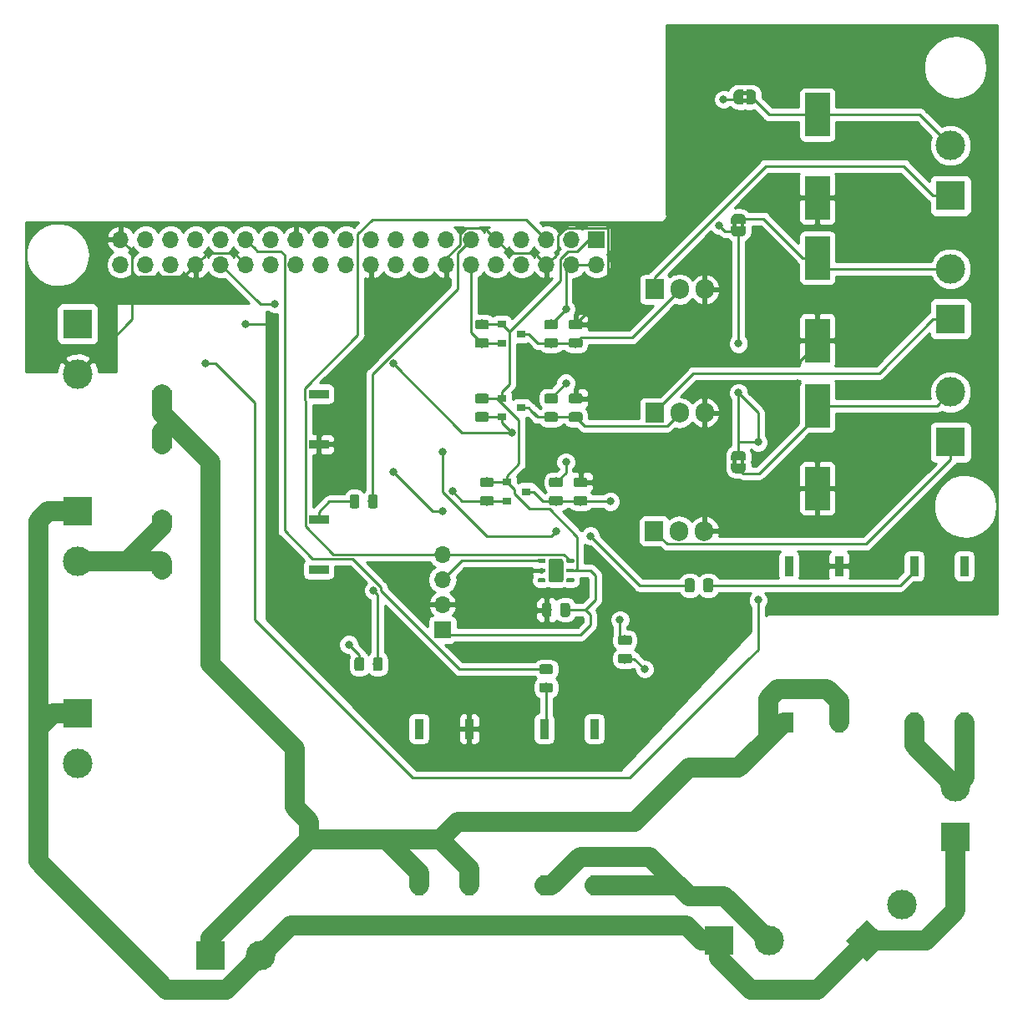
<source format=gbr>
G04 #@! TF.GenerationSoftware,KiCad,Pcbnew,(5.0.0)*
G04 #@! TF.CreationDate,2021-03-23T16:32:05-04:00*
G04 #@! TF.ProjectId,Projet_ControlledEnvironment,50726F6A65745F436F6E74726F6C6C65,1.0*
G04 #@! TF.SameCoordinates,Original*
G04 #@! TF.FileFunction,Copper,L1,Top,Signal*
G04 #@! TF.FilePolarity,Positive*
%FSLAX46Y46*%
G04 Gerber Fmt 4.6, Leading zero omitted, Abs format (unit mm)*
G04 Created by KiCad (PCBNEW (5.0.0)) date 03/23/21 16:32:05*
%MOMM*%
%LPD*%
G01*
G04 APERTURE LIST*
G04 #@! TA.AperFunction,ComponentPad*
%ADD10O,1.905000X2.000000*%
G04 #@! TD*
G04 #@! TA.AperFunction,ComponentPad*
%ADD11R,1.905000X2.000000*%
G04 #@! TD*
G04 #@! TA.AperFunction,SMDPad,CuDef*
%ADD12R,2.000000X0.950000*%
G04 #@! TD*
G04 #@! TA.AperFunction,SMDPad,CuDef*
%ADD13R,2.500000X4.400000*%
G04 #@! TD*
G04 #@! TA.AperFunction,ComponentPad*
%ADD14O,1.700000X1.700000*%
G04 #@! TD*
G04 #@! TA.AperFunction,ComponentPad*
%ADD15R,1.700000X1.700000*%
G04 #@! TD*
G04 #@! TA.AperFunction,ComponentPad*
%ADD16C,3.000000*%
G04 #@! TD*
G04 #@! TA.AperFunction,ComponentPad*
%ADD17R,3.000000X3.000000*%
G04 #@! TD*
G04 #@! TA.AperFunction,Conductor*
%ADD18C,0.100000*%
G04 #@! TD*
G04 #@! TA.AperFunction,SMDPad,CuDef*
%ADD19C,0.975000*%
G04 #@! TD*
G04 #@! TA.AperFunction,SMDPad,CuDef*
%ADD20R,0.900000X0.800000*%
G04 #@! TD*
G04 #@! TA.AperFunction,SMDPad,CuDef*
%ADD21R,0.950000X2.000000*%
G04 #@! TD*
G04 #@! TA.AperFunction,SMDPad,CuDef*
%ADD22C,1.500000*%
G04 #@! TD*
G04 #@! TA.AperFunction,SMDPad,CuDef*
%ADD23C,0.400000*%
G04 #@! TD*
G04 #@! TA.AperFunction,SMDPad,CuDef*
%ADD24C,0.500000*%
G04 #@! TD*
G04 #@! TA.AperFunction,ViaPad*
%ADD25C,0.800000*%
G04 #@! TD*
G04 #@! TA.AperFunction,Conductor*
%ADD26C,0.250000*%
G04 #@! TD*
G04 #@! TA.AperFunction,Conductor*
%ADD27C,2.000000*%
G04 #@! TD*
G04 #@! TA.AperFunction,Conductor*
%ADD28C,0.254000*%
G04 #@! TD*
G04 APERTURE END LIST*
D10*
G04 #@! TO.P,U203,3*
G04 #@! TO.N,GND*
X169540000Y-102000000D03*
G04 #@! TO.P,U203,2*
G04 #@! TO.N,Net-(Q203-Pad3)*
X167000000Y-102000000D03*
D11*
G04 #@! TO.P,U203,1*
G04 #@! TO.N,EXT_OPT_FAN_OUT*
X164460000Y-102000000D03*
G04 #@! TD*
D12*
G04 #@! TO.P,U205,8*
G04 #@! TO.N,Heater*
X114550000Y-105890000D03*
G04 #@! TO.P,U205,1*
G04 #@! TO.N,Net-(U205-Pad1)*
X130450000Y-105890000D03*
G04 #@! TO.P,U205,7*
G04 #@! TO.N,Heater*
X114550000Y-100810000D03*
G04 #@! TO.P,U205,2*
G04 #@! TO.N,Net-(R211-Pad1)*
X130450000Y-100810000D03*
G04 #@! TO.P,U205,6*
G04 #@! TO.N,VAC+*
X114550000Y-93190000D03*
G04 #@! TO.P,U205,3*
G04 #@! TO.N,GND*
X130450000Y-93190000D03*
G04 #@! TO.P,U205,5*
G04 #@! TO.N,VAC+*
X114550000Y-88110000D03*
G04 #@! TO.P,U205,4*
G04 #@! TO.N,Net-(U205-Pad4)*
X130450000Y-88110000D03*
G04 #@! TD*
D13*
G04 #@! TO.P,C201,2*
G04 #@! TO.N,GND*
X181000000Y-68200000D03*
G04 #@! TO.P,C201,1*
G04 #@! TO.N,LED_FAN_IN*
X181000000Y-59800000D03*
G04 #@! TD*
D14*
G04 #@! TO.P,J201,27*
G04 #@! TO.N,Net-(J201-Pad27)*
X125610301Y-72460000D03*
G04 #@! TO.P,J201,22*
G04 #@! TO.N,Net-(J201-Pad22)*
X133230301Y-75000000D03*
G04 #@! TO.P,J201,6*
G04 #@! TO.N,GND*
X153550301Y-75000000D03*
G04 #@! TO.P,J201,19*
G04 #@! TO.N,Net-(J201-Pad19)*
X135770301Y-72460000D03*
G04 #@! TO.P,J201,17*
G04 #@! TO.N,Net-(J201-Pad17)*
X138310301Y-72460000D03*
G04 #@! TO.P,J201,13*
G04 #@! TO.N,/Mainblock Core/GPIO27*
X143390301Y-72460000D03*
G04 #@! TO.P,J201,10*
G04 #@! TO.N,/Mainblock Core/RX_PI*
X148470301Y-75000000D03*
G04 #@! TO.P,J201,5*
G04 #@! TO.N,SCL_PI*
X153550301Y-72460000D03*
G04 #@! TO.P,J201,30*
G04 #@! TO.N,GND*
X123070301Y-75000000D03*
G04 #@! TO.P,J201,21*
G04 #@! TO.N,Net-(J201-Pad21)*
X133230301Y-72460000D03*
G04 #@! TO.P,J201,32*
G04 #@! TO.N,/Mainblock Core/GPIO12*
X120530301Y-75000000D03*
G04 #@! TO.P,J201,9*
G04 #@! TO.N,GND*
X148470301Y-72460000D03*
G04 #@! TO.P,J201,38*
G04 #@! TO.N,Net-(J201-Pad38)*
X112910301Y-75000000D03*
G04 #@! TO.P,J201,28*
G04 #@! TO.N,Net-(J201-Pad28)*
X125610301Y-75000000D03*
G04 #@! TO.P,J201,37*
G04 #@! TO.N,/Mainblock Core/GPIO26*
X112910301Y-72460000D03*
G04 #@! TO.P,J201,35*
G04 #@! TO.N,Net-(J201-Pad35)*
X115450301Y-72460000D03*
G04 #@! TO.P,J201,4*
G04 #@! TO.N,+5V*
X156090301Y-75000000D03*
G04 #@! TO.P,J201,31*
G04 #@! TO.N,/Mainblock Core/GPIO6*
X120530301Y-72460000D03*
G04 #@! TO.P,J201,20*
G04 #@! TO.N,GND*
X135770301Y-75000000D03*
G04 #@! TO.P,J201,3*
G04 #@! TO.N,SDA_PI*
X156090301Y-72460000D03*
G04 #@! TO.P,J201,34*
G04 #@! TO.N,GND*
X117990301Y-75000000D03*
G04 #@! TO.P,J201,26*
G04 #@! TO.N,Net-(J201-Pad26)*
X128150301Y-75000000D03*
G04 #@! TO.P,J201,40*
G04 #@! TO.N,Net-(J201-Pad40)*
X110370301Y-75000000D03*
G04 #@! TO.P,J201,12*
G04 #@! TO.N,/Mainblock Core/GPIO18*
X145930301Y-75000000D03*
G04 #@! TO.P,J201,24*
G04 #@! TO.N,Net-(J201-Pad24)*
X130690301Y-75000000D03*
G04 #@! TO.P,J201,18*
G04 #@! TO.N,Net-(J201-Pad18)*
X138310301Y-75000000D03*
G04 #@! TO.P,J201,39*
G04 #@! TO.N,GND*
X110370301Y-72460000D03*
G04 #@! TO.P,J201,33*
G04 #@! TO.N,/Mainblock Core/GPIO13*
X117990301Y-72460000D03*
G04 #@! TO.P,J201,36*
G04 #@! TO.N,Net-(J201-Pad36)*
X115450301Y-75000000D03*
G04 #@! TO.P,J201,16*
G04 #@! TO.N,Net-(J201-Pad16)*
X140850301Y-75000000D03*
G04 #@! TO.P,J201,2*
G04 #@! TO.N,+5V*
X158630301Y-75000000D03*
G04 #@! TO.P,J201,7*
G04 #@! TO.N,/Mainblock Core/GPIO4*
X151010301Y-72460000D03*
G04 #@! TO.P,J201,23*
G04 #@! TO.N,Net-(J201-Pad23)*
X130690301Y-72460000D03*
G04 #@! TO.P,J201,14*
G04 #@! TO.N,GND*
X143390301Y-75000000D03*
G04 #@! TO.P,J201,11*
G04 #@! TO.N,/Mainblock Core/GPIO17*
X145930301Y-72460000D03*
D15*
G04 #@! TO.P,J201,1*
G04 #@! TO.N,+3V3*
X158630301Y-72460000D03*
D14*
G04 #@! TO.P,J201,25*
G04 #@! TO.N,GND*
X128150301Y-72460000D03*
G04 #@! TO.P,J201,15*
G04 #@! TO.N,/Mainblock Core/GPIO22*
X140850301Y-72460000D03*
G04 #@! TO.P,J201,8*
G04 #@! TO.N,/Mainblock Core/TX_PI*
X151010301Y-75000000D03*
G04 #@! TO.P,J201,29*
G04 #@! TO.N,/Mainblock Core/GPIO5*
X123070301Y-72460000D03*
G04 #@! TD*
D16*
G04 #@! TO.P,J409,2*
G04 #@! TO.N,Humidificateur*
X176080000Y-143500000D03*
D17*
G04 #@! TO.P,J409,1*
G04 #@! TO.N,VAC-*
X171000000Y-143500000D03*
G04 #@! TD*
D10*
G04 #@! TO.P,U201,3*
G04 #@! TO.N,GND*
X169580000Y-77500000D03*
G04 #@! TO.P,U201,2*
G04 #@! TO.N,Net-(Q202-Pad3)*
X167040000Y-77500000D03*
D11*
G04 #@! TO.P,U201,1*
G04 #@! TO.N,LED_FAN_OUT*
X164500000Y-77500000D03*
G04 #@! TD*
D10*
G04 #@! TO.P,U202,3*
G04 #@! TO.N,GND*
X169580000Y-90000000D03*
G04 #@! TO.P,U202,2*
G04 #@! TO.N,Net-(Q201-Pad3)*
X167040000Y-90000000D03*
D11*
G04 #@! TO.P,U202,1*
G04 #@! TO.N,BOITIER_FAN_OUT*
X164500000Y-90000000D03*
G04 #@! TD*
D13*
G04 #@! TO.P,C202,1*
G04 #@! TO.N,BOITIER_FAN_IN*
X181000000Y-74300000D03*
G04 #@! TO.P,C202,2*
G04 #@! TO.N,GND*
X181000000Y-82700000D03*
G04 #@! TD*
G04 #@! TO.P,C203,1*
G04 #@! TO.N,EXT_OPT_FAN_IN*
X181000000Y-89300000D03*
G04 #@! TO.P,C203,2*
G04 #@! TO.N,GND*
X181000000Y-97700000D03*
G04 #@! TD*
D18*
G04 #@! TO.N,+3V3*
G04 #@! TO.C,C404*
G36*
X155705142Y-109301174D02*
X155728803Y-109304684D01*
X155752007Y-109310496D01*
X155774529Y-109318554D01*
X155796153Y-109328782D01*
X155816670Y-109341079D01*
X155835883Y-109355329D01*
X155853607Y-109371393D01*
X155869671Y-109389117D01*
X155883921Y-109408330D01*
X155896218Y-109428847D01*
X155906446Y-109450471D01*
X155914504Y-109472993D01*
X155920316Y-109496197D01*
X155923826Y-109519858D01*
X155925000Y-109543750D01*
X155925000Y-110456250D01*
X155923826Y-110480142D01*
X155920316Y-110503803D01*
X155914504Y-110527007D01*
X155906446Y-110549529D01*
X155896218Y-110571153D01*
X155883921Y-110591670D01*
X155869671Y-110610883D01*
X155853607Y-110628607D01*
X155835883Y-110644671D01*
X155816670Y-110658921D01*
X155796153Y-110671218D01*
X155774529Y-110681446D01*
X155752007Y-110689504D01*
X155728803Y-110695316D01*
X155705142Y-110698826D01*
X155681250Y-110700000D01*
X155193750Y-110700000D01*
X155169858Y-110698826D01*
X155146197Y-110695316D01*
X155122993Y-110689504D01*
X155100471Y-110681446D01*
X155078847Y-110671218D01*
X155058330Y-110658921D01*
X155039117Y-110644671D01*
X155021393Y-110628607D01*
X155005329Y-110610883D01*
X154991079Y-110591670D01*
X154978782Y-110571153D01*
X154968554Y-110549529D01*
X154960496Y-110527007D01*
X154954684Y-110503803D01*
X154951174Y-110480142D01*
X154950000Y-110456250D01*
X154950000Y-109543750D01*
X154951174Y-109519858D01*
X154954684Y-109496197D01*
X154960496Y-109472993D01*
X154968554Y-109450471D01*
X154978782Y-109428847D01*
X154991079Y-109408330D01*
X155005329Y-109389117D01*
X155021393Y-109371393D01*
X155039117Y-109355329D01*
X155058330Y-109341079D01*
X155078847Y-109328782D01*
X155100471Y-109318554D01*
X155122993Y-109310496D01*
X155146197Y-109304684D01*
X155169858Y-109301174D01*
X155193750Y-109300000D01*
X155681250Y-109300000D01*
X155705142Y-109301174D01*
X155705142Y-109301174D01*
G37*
D19*
G04 #@! TD*
G04 #@! TO.P,C404,1*
G04 #@! TO.N,+3V3*
X155437500Y-110000000D03*
D18*
G04 #@! TO.N,GND*
G04 #@! TO.C,C404*
G36*
X153830142Y-109301174D02*
X153853803Y-109304684D01*
X153877007Y-109310496D01*
X153899529Y-109318554D01*
X153921153Y-109328782D01*
X153941670Y-109341079D01*
X153960883Y-109355329D01*
X153978607Y-109371393D01*
X153994671Y-109389117D01*
X154008921Y-109408330D01*
X154021218Y-109428847D01*
X154031446Y-109450471D01*
X154039504Y-109472993D01*
X154045316Y-109496197D01*
X154048826Y-109519858D01*
X154050000Y-109543750D01*
X154050000Y-110456250D01*
X154048826Y-110480142D01*
X154045316Y-110503803D01*
X154039504Y-110527007D01*
X154031446Y-110549529D01*
X154021218Y-110571153D01*
X154008921Y-110591670D01*
X153994671Y-110610883D01*
X153978607Y-110628607D01*
X153960883Y-110644671D01*
X153941670Y-110658921D01*
X153921153Y-110671218D01*
X153899529Y-110681446D01*
X153877007Y-110689504D01*
X153853803Y-110695316D01*
X153830142Y-110698826D01*
X153806250Y-110700000D01*
X153318750Y-110700000D01*
X153294858Y-110698826D01*
X153271197Y-110695316D01*
X153247993Y-110689504D01*
X153225471Y-110681446D01*
X153203847Y-110671218D01*
X153183330Y-110658921D01*
X153164117Y-110644671D01*
X153146393Y-110628607D01*
X153130329Y-110610883D01*
X153116079Y-110591670D01*
X153103782Y-110571153D01*
X153093554Y-110549529D01*
X153085496Y-110527007D01*
X153079684Y-110503803D01*
X153076174Y-110480142D01*
X153075000Y-110456250D01*
X153075000Y-109543750D01*
X153076174Y-109519858D01*
X153079684Y-109496197D01*
X153085496Y-109472993D01*
X153093554Y-109450471D01*
X153103782Y-109428847D01*
X153116079Y-109408330D01*
X153130329Y-109389117D01*
X153146393Y-109371393D01*
X153164117Y-109355329D01*
X153183330Y-109341079D01*
X153203847Y-109328782D01*
X153225471Y-109318554D01*
X153247993Y-109310496D01*
X153271197Y-109304684D01*
X153294858Y-109301174D01*
X153318750Y-109300000D01*
X153806250Y-109300000D01*
X153830142Y-109301174D01*
X153830142Y-109301174D01*
G37*
D19*
G04 #@! TD*
G04 #@! TO.P,C404,2*
G04 #@! TO.N,GND*
X153562500Y-110000000D03*
D16*
G04 #@! TO.P,J401,2*
G04 #@! TO.N,LED_FAN_IN*
X194500000Y-62920000D03*
D17*
G04 #@! TO.P,J401,1*
G04 #@! TO.N,LED_FAN_OUT*
X194500000Y-68000000D03*
G04 #@! TD*
G04 #@! TO.P,J402,1*
G04 #@! TO.N,BOITIER_FAN_OUT*
X194500000Y-80500000D03*
D16*
G04 #@! TO.P,J402,2*
G04 #@! TO.N,BOITIER_FAN_IN*
X194500000Y-75420000D03*
G04 #@! TD*
G04 #@! TO.P,J403,2*
G04 #@! TO.N,EXT_OPT_FAN_IN*
X194500000Y-87920000D03*
D17*
G04 #@! TO.P,J403,1*
G04 #@! TO.N,EXT_OPT_FAN_OUT*
X194500000Y-93000000D03*
G04 #@! TD*
D15*
G04 #@! TO.P,J404,1*
G04 #@! TO.N,+3V3*
X143000000Y-112000000D03*
D14*
G04 #@! TO.P,J404,2*
G04 #@! TO.N,GND*
X143000000Y-109460000D03*
G04 #@! TO.P,J404,3*
G04 #@! TO.N,SDA_PI*
X143000000Y-106920000D03*
G04 #@! TO.P,J404,4*
G04 #@! TO.N,SCL_PI*
X143000000Y-104380000D03*
G04 #@! TD*
D17*
G04 #@! TO.P,J405,1*
G04 #@! TO.N,VAC+*
X119500000Y-145000000D03*
D16*
G04 #@! TO.P,J405,2*
G04 #@! TO.N,VAC-*
X124580000Y-145000000D03*
G04 #@! TD*
D17*
G04 #@! TO.P,J406,1*
G04 #@! TO.N,VAC-*
X106000000Y-100000000D03*
D16*
G04 #@! TO.P,J406,2*
G04 #@! TO.N,Heater*
X106000000Y-105080000D03*
G04 #@! TD*
G04 #@! TO.P,J407,2*
G04 #@! TO.N,DuctFan*
X106000000Y-125580000D03*
D17*
G04 #@! TO.P,J407,1*
G04 #@! TO.N,VAC-*
X106000000Y-120500000D03*
G04 #@! TD*
G04 #@! TO.P,J408,1*
G04 #@! TO.N,VAC-*
X195000000Y-133000000D03*
D16*
G04 #@! TO.P,J408,2*
G04 #@! TO.N,Dehumidificateur*
X195000000Y-127920000D03*
G04 #@! TD*
G04 #@! TO.P,J410,1*
G04 #@! TO.N,VAC-*
X186000000Y-143500000D03*
D18*
G04 #@! TD*
G04 #@! TO.N,VAC-*
G04 #@! TO.C,J410*
G36*
X186000000Y-145621320D02*
X183878680Y-143500000D01*
X186000000Y-141378680D01*
X188121320Y-143500000D01*
X186000000Y-145621320D01*
X186000000Y-145621320D01*
G37*
D16*
G04 #@! TO.P,J410,2*
G04 #@! TO.N,Ext_Light*
X189592102Y-139907898D03*
G04 #@! TD*
D20*
G04 #@! TO.P,Q201,1*
G04 #@! TO.N,+3V3*
X149000000Y-88550000D03*
G04 #@! TO.P,Q201,2*
G04 #@! TO.N,/Mainblock Core/GPIO12*
X149000000Y-90450000D03*
G04 #@! TO.P,Q201,3*
G04 #@! TO.N,Net-(Q201-Pad3)*
X151000000Y-89500000D03*
G04 #@! TD*
G04 #@! TO.P,Q202,3*
G04 #@! TO.N,Net-(Q202-Pad3)*
X151000001Y-82000000D03*
G04 #@! TO.P,Q202,2*
G04 #@! TO.N,/Mainblock Core/GPIO18*
X149000001Y-82950000D03*
G04 #@! TO.P,Q202,1*
G04 #@! TO.N,+3V3*
X149000001Y-81050000D03*
G04 #@! TD*
G04 #@! TO.P,Q203,1*
G04 #@! TO.N,+3V3*
X149500000Y-97050000D03*
G04 #@! TO.P,Q203,2*
G04 #@! TO.N,/Mainblock Core/GPIO13*
X149500000Y-98950000D03*
G04 #@! TO.P,Q203,3*
G04 #@! TO.N,Net-(Q203-Pad3)*
X151500000Y-98000000D03*
G04 #@! TD*
D18*
G04 #@! TO.N,+3V3*
G04 #@! TO.C,R201*
G36*
X147480142Y-88076174D02*
X147503803Y-88079684D01*
X147527007Y-88085496D01*
X147549529Y-88093554D01*
X147571153Y-88103782D01*
X147591670Y-88116079D01*
X147610883Y-88130329D01*
X147628607Y-88146393D01*
X147644671Y-88164117D01*
X147658921Y-88183330D01*
X147671218Y-88203847D01*
X147681446Y-88225471D01*
X147689504Y-88247993D01*
X147695316Y-88271197D01*
X147698826Y-88294858D01*
X147700000Y-88318750D01*
X147700000Y-88806250D01*
X147698826Y-88830142D01*
X147695316Y-88853803D01*
X147689504Y-88877007D01*
X147681446Y-88899529D01*
X147671218Y-88921153D01*
X147658921Y-88941670D01*
X147644671Y-88960883D01*
X147628607Y-88978607D01*
X147610883Y-88994671D01*
X147591670Y-89008921D01*
X147571153Y-89021218D01*
X147549529Y-89031446D01*
X147527007Y-89039504D01*
X147503803Y-89045316D01*
X147480142Y-89048826D01*
X147456250Y-89050000D01*
X146543750Y-89050000D01*
X146519858Y-89048826D01*
X146496197Y-89045316D01*
X146472993Y-89039504D01*
X146450471Y-89031446D01*
X146428847Y-89021218D01*
X146408330Y-89008921D01*
X146389117Y-88994671D01*
X146371393Y-88978607D01*
X146355329Y-88960883D01*
X146341079Y-88941670D01*
X146328782Y-88921153D01*
X146318554Y-88899529D01*
X146310496Y-88877007D01*
X146304684Y-88853803D01*
X146301174Y-88830142D01*
X146300000Y-88806250D01*
X146300000Y-88318750D01*
X146301174Y-88294858D01*
X146304684Y-88271197D01*
X146310496Y-88247993D01*
X146318554Y-88225471D01*
X146328782Y-88203847D01*
X146341079Y-88183330D01*
X146355329Y-88164117D01*
X146371393Y-88146393D01*
X146389117Y-88130329D01*
X146408330Y-88116079D01*
X146428847Y-88103782D01*
X146450471Y-88093554D01*
X146472993Y-88085496D01*
X146496197Y-88079684D01*
X146519858Y-88076174D01*
X146543750Y-88075000D01*
X147456250Y-88075000D01*
X147480142Y-88076174D01*
X147480142Y-88076174D01*
G37*
D19*
G04 #@! TD*
G04 #@! TO.P,R201,2*
G04 #@! TO.N,+3V3*
X147000000Y-88562500D03*
D18*
G04 #@! TO.N,/Mainblock Core/GPIO12*
G04 #@! TO.C,R201*
G36*
X147480142Y-89951174D02*
X147503803Y-89954684D01*
X147527007Y-89960496D01*
X147549529Y-89968554D01*
X147571153Y-89978782D01*
X147591670Y-89991079D01*
X147610883Y-90005329D01*
X147628607Y-90021393D01*
X147644671Y-90039117D01*
X147658921Y-90058330D01*
X147671218Y-90078847D01*
X147681446Y-90100471D01*
X147689504Y-90122993D01*
X147695316Y-90146197D01*
X147698826Y-90169858D01*
X147700000Y-90193750D01*
X147700000Y-90681250D01*
X147698826Y-90705142D01*
X147695316Y-90728803D01*
X147689504Y-90752007D01*
X147681446Y-90774529D01*
X147671218Y-90796153D01*
X147658921Y-90816670D01*
X147644671Y-90835883D01*
X147628607Y-90853607D01*
X147610883Y-90869671D01*
X147591670Y-90883921D01*
X147571153Y-90896218D01*
X147549529Y-90906446D01*
X147527007Y-90914504D01*
X147503803Y-90920316D01*
X147480142Y-90923826D01*
X147456250Y-90925000D01*
X146543750Y-90925000D01*
X146519858Y-90923826D01*
X146496197Y-90920316D01*
X146472993Y-90914504D01*
X146450471Y-90906446D01*
X146428847Y-90896218D01*
X146408330Y-90883921D01*
X146389117Y-90869671D01*
X146371393Y-90853607D01*
X146355329Y-90835883D01*
X146341079Y-90816670D01*
X146328782Y-90796153D01*
X146318554Y-90774529D01*
X146310496Y-90752007D01*
X146304684Y-90728803D01*
X146301174Y-90705142D01*
X146300000Y-90681250D01*
X146300000Y-90193750D01*
X146301174Y-90169858D01*
X146304684Y-90146197D01*
X146310496Y-90122993D01*
X146318554Y-90100471D01*
X146328782Y-90078847D01*
X146341079Y-90058330D01*
X146355329Y-90039117D01*
X146371393Y-90021393D01*
X146389117Y-90005329D01*
X146408330Y-89991079D01*
X146428847Y-89978782D01*
X146450471Y-89968554D01*
X146472993Y-89960496D01*
X146496197Y-89954684D01*
X146519858Y-89951174D01*
X146543750Y-89950000D01*
X147456250Y-89950000D01*
X147480142Y-89951174D01*
X147480142Y-89951174D01*
G37*
D19*
G04 #@! TD*
G04 #@! TO.P,R201,1*
G04 #@! TO.N,/Mainblock Core/GPIO12*
X147000000Y-90437500D03*
D18*
G04 #@! TO.N,/Mainblock Core/GPIO18*
G04 #@! TO.C,R202*
G36*
X147480142Y-82451174D02*
X147503803Y-82454684D01*
X147527007Y-82460496D01*
X147549529Y-82468554D01*
X147571153Y-82478782D01*
X147591670Y-82491079D01*
X147610883Y-82505329D01*
X147628607Y-82521393D01*
X147644671Y-82539117D01*
X147658921Y-82558330D01*
X147671218Y-82578847D01*
X147681446Y-82600471D01*
X147689504Y-82622993D01*
X147695316Y-82646197D01*
X147698826Y-82669858D01*
X147700000Y-82693750D01*
X147700000Y-83181250D01*
X147698826Y-83205142D01*
X147695316Y-83228803D01*
X147689504Y-83252007D01*
X147681446Y-83274529D01*
X147671218Y-83296153D01*
X147658921Y-83316670D01*
X147644671Y-83335883D01*
X147628607Y-83353607D01*
X147610883Y-83369671D01*
X147591670Y-83383921D01*
X147571153Y-83396218D01*
X147549529Y-83406446D01*
X147527007Y-83414504D01*
X147503803Y-83420316D01*
X147480142Y-83423826D01*
X147456250Y-83425000D01*
X146543750Y-83425000D01*
X146519858Y-83423826D01*
X146496197Y-83420316D01*
X146472993Y-83414504D01*
X146450471Y-83406446D01*
X146428847Y-83396218D01*
X146408330Y-83383921D01*
X146389117Y-83369671D01*
X146371393Y-83353607D01*
X146355329Y-83335883D01*
X146341079Y-83316670D01*
X146328782Y-83296153D01*
X146318554Y-83274529D01*
X146310496Y-83252007D01*
X146304684Y-83228803D01*
X146301174Y-83205142D01*
X146300000Y-83181250D01*
X146300000Y-82693750D01*
X146301174Y-82669858D01*
X146304684Y-82646197D01*
X146310496Y-82622993D01*
X146318554Y-82600471D01*
X146328782Y-82578847D01*
X146341079Y-82558330D01*
X146355329Y-82539117D01*
X146371393Y-82521393D01*
X146389117Y-82505329D01*
X146408330Y-82491079D01*
X146428847Y-82478782D01*
X146450471Y-82468554D01*
X146472993Y-82460496D01*
X146496197Y-82454684D01*
X146519858Y-82451174D01*
X146543750Y-82450000D01*
X147456250Y-82450000D01*
X147480142Y-82451174D01*
X147480142Y-82451174D01*
G37*
D19*
G04 #@! TD*
G04 #@! TO.P,R202,1*
G04 #@! TO.N,/Mainblock Core/GPIO18*
X147000000Y-82937500D03*
D18*
G04 #@! TO.N,+3V3*
G04 #@! TO.C,R202*
G36*
X147480142Y-80576174D02*
X147503803Y-80579684D01*
X147527007Y-80585496D01*
X147549529Y-80593554D01*
X147571153Y-80603782D01*
X147591670Y-80616079D01*
X147610883Y-80630329D01*
X147628607Y-80646393D01*
X147644671Y-80664117D01*
X147658921Y-80683330D01*
X147671218Y-80703847D01*
X147681446Y-80725471D01*
X147689504Y-80747993D01*
X147695316Y-80771197D01*
X147698826Y-80794858D01*
X147700000Y-80818750D01*
X147700000Y-81306250D01*
X147698826Y-81330142D01*
X147695316Y-81353803D01*
X147689504Y-81377007D01*
X147681446Y-81399529D01*
X147671218Y-81421153D01*
X147658921Y-81441670D01*
X147644671Y-81460883D01*
X147628607Y-81478607D01*
X147610883Y-81494671D01*
X147591670Y-81508921D01*
X147571153Y-81521218D01*
X147549529Y-81531446D01*
X147527007Y-81539504D01*
X147503803Y-81545316D01*
X147480142Y-81548826D01*
X147456250Y-81550000D01*
X146543750Y-81550000D01*
X146519858Y-81548826D01*
X146496197Y-81545316D01*
X146472993Y-81539504D01*
X146450471Y-81531446D01*
X146428847Y-81521218D01*
X146408330Y-81508921D01*
X146389117Y-81494671D01*
X146371393Y-81478607D01*
X146355329Y-81460883D01*
X146341079Y-81441670D01*
X146328782Y-81421153D01*
X146318554Y-81399529D01*
X146310496Y-81377007D01*
X146304684Y-81353803D01*
X146301174Y-81330142D01*
X146300000Y-81306250D01*
X146300000Y-80818750D01*
X146301174Y-80794858D01*
X146304684Y-80771197D01*
X146310496Y-80747993D01*
X146318554Y-80725471D01*
X146328782Y-80703847D01*
X146341079Y-80683330D01*
X146355329Y-80664117D01*
X146371393Y-80646393D01*
X146389117Y-80630329D01*
X146408330Y-80616079D01*
X146428847Y-80603782D01*
X146450471Y-80593554D01*
X146472993Y-80585496D01*
X146496197Y-80579684D01*
X146519858Y-80576174D01*
X146543750Y-80575000D01*
X147456250Y-80575000D01*
X147480142Y-80576174D01*
X147480142Y-80576174D01*
G37*
D19*
G04 #@! TD*
G04 #@! TO.P,R202,2*
G04 #@! TO.N,+3V3*
X147000000Y-81062500D03*
D18*
G04 #@! TO.N,/Mainblock Core/GPIO13*
G04 #@! TO.C,R203*
G36*
X147980142Y-98451174D02*
X148003803Y-98454684D01*
X148027007Y-98460496D01*
X148049529Y-98468554D01*
X148071153Y-98478782D01*
X148091670Y-98491079D01*
X148110883Y-98505329D01*
X148128607Y-98521393D01*
X148144671Y-98539117D01*
X148158921Y-98558330D01*
X148171218Y-98578847D01*
X148181446Y-98600471D01*
X148189504Y-98622993D01*
X148195316Y-98646197D01*
X148198826Y-98669858D01*
X148200000Y-98693750D01*
X148200000Y-99181250D01*
X148198826Y-99205142D01*
X148195316Y-99228803D01*
X148189504Y-99252007D01*
X148181446Y-99274529D01*
X148171218Y-99296153D01*
X148158921Y-99316670D01*
X148144671Y-99335883D01*
X148128607Y-99353607D01*
X148110883Y-99369671D01*
X148091670Y-99383921D01*
X148071153Y-99396218D01*
X148049529Y-99406446D01*
X148027007Y-99414504D01*
X148003803Y-99420316D01*
X147980142Y-99423826D01*
X147956250Y-99425000D01*
X147043750Y-99425000D01*
X147019858Y-99423826D01*
X146996197Y-99420316D01*
X146972993Y-99414504D01*
X146950471Y-99406446D01*
X146928847Y-99396218D01*
X146908330Y-99383921D01*
X146889117Y-99369671D01*
X146871393Y-99353607D01*
X146855329Y-99335883D01*
X146841079Y-99316670D01*
X146828782Y-99296153D01*
X146818554Y-99274529D01*
X146810496Y-99252007D01*
X146804684Y-99228803D01*
X146801174Y-99205142D01*
X146800000Y-99181250D01*
X146800000Y-98693750D01*
X146801174Y-98669858D01*
X146804684Y-98646197D01*
X146810496Y-98622993D01*
X146818554Y-98600471D01*
X146828782Y-98578847D01*
X146841079Y-98558330D01*
X146855329Y-98539117D01*
X146871393Y-98521393D01*
X146889117Y-98505329D01*
X146908330Y-98491079D01*
X146928847Y-98478782D01*
X146950471Y-98468554D01*
X146972993Y-98460496D01*
X146996197Y-98454684D01*
X147019858Y-98451174D01*
X147043750Y-98450000D01*
X147956250Y-98450000D01*
X147980142Y-98451174D01*
X147980142Y-98451174D01*
G37*
D19*
G04 #@! TD*
G04 #@! TO.P,R203,1*
G04 #@! TO.N,/Mainblock Core/GPIO13*
X147500000Y-98937500D03*
D18*
G04 #@! TO.N,+3V3*
G04 #@! TO.C,R203*
G36*
X147980142Y-96576174D02*
X148003803Y-96579684D01*
X148027007Y-96585496D01*
X148049529Y-96593554D01*
X148071153Y-96603782D01*
X148091670Y-96616079D01*
X148110883Y-96630329D01*
X148128607Y-96646393D01*
X148144671Y-96664117D01*
X148158921Y-96683330D01*
X148171218Y-96703847D01*
X148181446Y-96725471D01*
X148189504Y-96747993D01*
X148195316Y-96771197D01*
X148198826Y-96794858D01*
X148200000Y-96818750D01*
X148200000Y-97306250D01*
X148198826Y-97330142D01*
X148195316Y-97353803D01*
X148189504Y-97377007D01*
X148181446Y-97399529D01*
X148171218Y-97421153D01*
X148158921Y-97441670D01*
X148144671Y-97460883D01*
X148128607Y-97478607D01*
X148110883Y-97494671D01*
X148091670Y-97508921D01*
X148071153Y-97521218D01*
X148049529Y-97531446D01*
X148027007Y-97539504D01*
X148003803Y-97545316D01*
X147980142Y-97548826D01*
X147956250Y-97550000D01*
X147043750Y-97550000D01*
X147019858Y-97548826D01*
X146996197Y-97545316D01*
X146972993Y-97539504D01*
X146950471Y-97531446D01*
X146928847Y-97521218D01*
X146908330Y-97508921D01*
X146889117Y-97494671D01*
X146871393Y-97478607D01*
X146855329Y-97460883D01*
X146841079Y-97441670D01*
X146828782Y-97421153D01*
X146818554Y-97399529D01*
X146810496Y-97377007D01*
X146804684Y-97353803D01*
X146801174Y-97330142D01*
X146800000Y-97306250D01*
X146800000Y-96818750D01*
X146801174Y-96794858D01*
X146804684Y-96771197D01*
X146810496Y-96747993D01*
X146818554Y-96725471D01*
X146828782Y-96703847D01*
X146841079Y-96683330D01*
X146855329Y-96664117D01*
X146871393Y-96646393D01*
X146889117Y-96630329D01*
X146908330Y-96616079D01*
X146928847Y-96603782D01*
X146950471Y-96593554D01*
X146972993Y-96585496D01*
X146996197Y-96579684D01*
X147019858Y-96576174D01*
X147043750Y-96575000D01*
X147956250Y-96575000D01*
X147980142Y-96576174D01*
X147980142Y-96576174D01*
G37*
D19*
G04 #@! TD*
G04 #@! TO.P,R203,2*
G04 #@! TO.N,+3V3*
X147500000Y-97062500D03*
D18*
G04 #@! TO.N,Net-(Q201-Pad3)*
G04 #@! TO.C,R204*
G36*
X154480141Y-89951174D02*
X154503802Y-89954684D01*
X154527006Y-89960496D01*
X154549528Y-89968554D01*
X154571152Y-89978782D01*
X154591669Y-89991079D01*
X154610882Y-90005329D01*
X154628606Y-90021393D01*
X154644670Y-90039117D01*
X154658920Y-90058330D01*
X154671217Y-90078847D01*
X154681445Y-90100471D01*
X154689503Y-90122993D01*
X154695315Y-90146197D01*
X154698825Y-90169858D01*
X154699999Y-90193750D01*
X154699999Y-90681250D01*
X154698825Y-90705142D01*
X154695315Y-90728803D01*
X154689503Y-90752007D01*
X154681445Y-90774529D01*
X154671217Y-90796153D01*
X154658920Y-90816670D01*
X154644670Y-90835883D01*
X154628606Y-90853607D01*
X154610882Y-90869671D01*
X154591669Y-90883921D01*
X154571152Y-90896218D01*
X154549528Y-90906446D01*
X154527006Y-90914504D01*
X154503802Y-90920316D01*
X154480141Y-90923826D01*
X154456249Y-90925000D01*
X153543749Y-90925000D01*
X153519857Y-90923826D01*
X153496196Y-90920316D01*
X153472992Y-90914504D01*
X153450470Y-90906446D01*
X153428846Y-90896218D01*
X153408329Y-90883921D01*
X153389116Y-90869671D01*
X153371392Y-90853607D01*
X153355328Y-90835883D01*
X153341078Y-90816670D01*
X153328781Y-90796153D01*
X153318553Y-90774529D01*
X153310495Y-90752007D01*
X153304683Y-90728803D01*
X153301173Y-90705142D01*
X153299999Y-90681250D01*
X153299999Y-90193750D01*
X153301173Y-90169858D01*
X153304683Y-90146197D01*
X153310495Y-90122993D01*
X153318553Y-90100471D01*
X153328781Y-90078847D01*
X153341078Y-90058330D01*
X153355328Y-90039117D01*
X153371392Y-90021393D01*
X153389116Y-90005329D01*
X153408329Y-89991079D01*
X153428846Y-89978782D01*
X153450470Y-89968554D01*
X153472992Y-89960496D01*
X153496196Y-89954684D01*
X153519857Y-89951174D01*
X153543749Y-89950000D01*
X154456249Y-89950000D01*
X154480141Y-89951174D01*
X154480141Y-89951174D01*
G37*
D19*
G04 #@! TD*
G04 #@! TO.P,R204,1*
G04 #@! TO.N,Net-(Q201-Pad3)*
X153999999Y-90437500D03*
D18*
G04 #@! TO.N,+5V*
G04 #@! TO.C,R204*
G36*
X154480141Y-88076174D02*
X154503802Y-88079684D01*
X154527006Y-88085496D01*
X154549528Y-88093554D01*
X154571152Y-88103782D01*
X154591669Y-88116079D01*
X154610882Y-88130329D01*
X154628606Y-88146393D01*
X154644670Y-88164117D01*
X154658920Y-88183330D01*
X154671217Y-88203847D01*
X154681445Y-88225471D01*
X154689503Y-88247993D01*
X154695315Y-88271197D01*
X154698825Y-88294858D01*
X154699999Y-88318750D01*
X154699999Y-88806250D01*
X154698825Y-88830142D01*
X154695315Y-88853803D01*
X154689503Y-88877007D01*
X154681445Y-88899529D01*
X154671217Y-88921153D01*
X154658920Y-88941670D01*
X154644670Y-88960883D01*
X154628606Y-88978607D01*
X154610882Y-88994671D01*
X154591669Y-89008921D01*
X154571152Y-89021218D01*
X154549528Y-89031446D01*
X154527006Y-89039504D01*
X154503802Y-89045316D01*
X154480141Y-89048826D01*
X154456249Y-89050000D01*
X153543749Y-89050000D01*
X153519857Y-89048826D01*
X153496196Y-89045316D01*
X153472992Y-89039504D01*
X153450470Y-89031446D01*
X153428846Y-89021218D01*
X153408329Y-89008921D01*
X153389116Y-88994671D01*
X153371392Y-88978607D01*
X153355328Y-88960883D01*
X153341078Y-88941670D01*
X153328781Y-88921153D01*
X153318553Y-88899529D01*
X153310495Y-88877007D01*
X153304683Y-88853803D01*
X153301173Y-88830142D01*
X153299999Y-88806250D01*
X153299999Y-88318750D01*
X153301173Y-88294858D01*
X153304683Y-88271197D01*
X153310495Y-88247993D01*
X153318553Y-88225471D01*
X153328781Y-88203847D01*
X153341078Y-88183330D01*
X153355328Y-88164117D01*
X153371392Y-88146393D01*
X153389116Y-88130329D01*
X153408329Y-88116079D01*
X153428846Y-88103782D01*
X153450470Y-88093554D01*
X153472992Y-88085496D01*
X153496196Y-88079684D01*
X153519857Y-88076174D01*
X153543749Y-88075000D01*
X154456249Y-88075000D01*
X154480141Y-88076174D01*
X154480141Y-88076174D01*
G37*
D19*
G04 #@! TD*
G04 #@! TO.P,R204,2*
G04 #@! TO.N,+5V*
X153999999Y-88562500D03*
D18*
G04 #@! TO.N,Net-(Q202-Pad3)*
G04 #@! TO.C,R205*
G36*
X154480142Y-82451174D02*
X154503803Y-82454684D01*
X154527007Y-82460496D01*
X154549529Y-82468554D01*
X154571153Y-82478782D01*
X154591670Y-82491079D01*
X154610883Y-82505329D01*
X154628607Y-82521393D01*
X154644671Y-82539117D01*
X154658921Y-82558330D01*
X154671218Y-82578847D01*
X154681446Y-82600471D01*
X154689504Y-82622993D01*
X154695316Y-82646197D01*
X154698826Y-82669858D01*
X154700000Y-82693750D01*
X154700000Y-83181250D01*
X154698826Y-83205142D01*
X154695316Y-83228803D01*
X154689504Y-83252007D01*
X154681446Y-83274529D01*
X154671218Y-83296153D01*
X154658921Y-83316670D01*
X154644671Y-83335883D01*
X154628607Y-83353607D01*
X154610883Y-83369671D01*
X154591670Y-83383921D01*
X154571153Y-83396218D01*
X154549529Y-83406446D01*
X154527007Y-83414504D01*
X154503803Y-83420316D01*
X154480142Y-83423826D01*
X154456250Y-83425000D01*
X153543750Y-83425000D01*
X153519858Y-83423826D01*
X153496197Y-83420316D01*
X153472993Y-83414504D01*
X153450471Y-83406446D01*
X153428847Y-83396218D01*
X153408330Y-83383921D01*
X153389117Y-83369671D01*
X153371393Y-83353607D01*
X153355329Y-83335883D01*
X153341079Y-83316670D01*
X153328782Y-83296153D01*
X153318554Y-83274529D01*
X153310496Y-83252007D01*
X153304684Y-83228803D01*
X153301174Y-83205142D01*
X153300000Y-83181250D01*
X153300000Y-82693750D01*
X153301174Y-82669858D01*
X153304684Y-82646197D01*
X153310496Y-82622993D01*
X153318554Y-82600471D01*
X153328782Y-82578847D01*
X153341079Y-82558330D01*
X153355329Y-82539117D01*
X153371393Y-82521393D01*
X153389117Y-82505329D01*
X153408330Y-82491079D01*
X153428847Y-82478782D01*
X153450471Y-82468554D01*
X153472993Y-82460496D01*
X153496197Y-82454684D01*
X153519858Y-82451174D01*
X153543750Y-82450000D01*
X154456250Y-82450000D01*
X154480142Y-82451174D01*
X154480142Y-82451174D01*
G37*
D19*
G04 #@! TD*
G04 #@! TO.P,R205,1*
G04 #@! TO.N,Net-(Q202-Pad3)*
X154000000Y-82937500D03*
D18*
G04 #@! TO.N,+5V*
G04 #@! TO.C,R205*
G36*
X154480142Y-80576174D02*
X154503803Y-80579684D01*
X154527007Y-80585496D01*
X154549529Y-80593554D01*
X154571153Y-80603782D01*
X154591670Y-80616079D01*
X154610883Y-80630329D01*
X154628607Y-80646393D01*
X154644671Y-80664117D01*
X154658921Y-80683330D01*
X154671218Y-80703847D01*
X154681446Y-80725471D01*
X154689504Y-80747993D01*
X154695316Y-80771197D01*
X154698826Y-80794858D01*
X154700000Y-80818750D01*
X154700000Y-81306250D01*
X154698826Y-81330142D01*
X154695316Y-81353803D01*
X154689504Y-81377007D01*
X154681446Y-81399529D01*
X154671218Y-81421153D01*
X154658921Y-81441670D01*
X154644671Y-81460883D01*
X154628607Y-81478607D01*
X154610883Y-81494671D01*
X154591670Y-81508921D01*
X154571153Y-81521218D01*
X154549529Y-81531446D01*
X154527007Y-81539504D01*
X154503803Y-81545316D01*
X154480142Y-81548826D01*
X154456250Y-81550000D01*
X153543750Y-81550000D01*
X153519858Y-81548826D01*
X153496197Y-81545316D01*
X153472993Y-81539504D01*
X153450471Y-81531446D01*
X153428847Y-81521218D01*
X153408330Y-81508921D01*
X153389117Y-81494671D01*
X153371393Y-81478607D01*
X153355329Y-81460883D01*
X153341079Y-81441670D01*
X153328782Y-81421153D01*
X153318554Y-81399529D01*
X153310496Y-81377007D01*
X153304684Y-81353803D01*
X153301174Y-81330142D01*
X153300000Y-81306250D01*
X153300000Y-80818750D01*
X153301174Y-80794858D01*
X153304684Y-80771197D01*
X153310496Y-80747993D01*
X153318554Y-80725471D01*
X153328782Y-80703847D01*
X153341079Y-80683330D01*
X153355329Y-80664117D01*
X153371393Y-80646393D01*
X153389117Y-80630329D01*
X153408330Y-80616079D01*
X153428847Y-80603782D01*
X153450471Y-80593554D01*
X153472993Y-80585496D01*
X153496197Y-80579684D01*
X153519858Y-80576174D01*
X153543750Y-80575000D01*
X154456250Y-80575000D01*
X154480142Y-80576174D01*
X154480142Y-80576174D01*
G37*
D19*
G04 #@! TD*
G04 #@! TO.P,R205,2*
G04 #@! TO.N,+5V*
X154000000Y-81062500D03*
D18*
G04 #@! TO.N,+5V*
G04 #@! TO.C,R206*
G36*
X154980142Y-96576173D02*
X155003803Y-96579683D01*
X155027007Y-96585495D01*
X155049529Y-96593553D01*
X155071153Y-96603781D01*
X155091670Y-96616078D01*
X155110883Y-96630328D01*
X155128607Y-96646392D01*
X155144671Y-96664116D01*
X155158921Y-96683329D01*
X155171218Y-96703846D01*
X155181446Y-96725470D01*
X155189504Y-96747992D01*
X155195316Y-96771196D01*
X155198826Y-96794857D01*
X155200000Y-96818749D01*
X155200000Y-97306249D01*
X155198826Y-97330141D01*
X155195316Y-97353802D01*
X155189504Y-97377006D01*
X155181446Y-97399528D01*
X155171218Y-97421152D01*
X155158921Y-97441669D01*
X155144671Y-97460882D01*
X155128607Y-97478606D01*
X155110883Y-97494670D01*
X155091670Y-97508920D01*
X155071153Y-97521217D01*
X155049529Y-97531445D01*
X155027007Y-97539503D01*
X155003803Y-97545315D01*
X154980142Y-97548825D01*
X154956250Y-97549999D01*
X154043750Y-97549999D01*
X154019858Y-97548825D01*
X153996197Y-97545315D01*
X153972993Y-97539503D01*
X153950471Y-97531445D01*
X153928847Y-97521217D01*
X153908330Y-97508920D01*
X153889117Y-97494670D01*
X153871393Y-97478606D01*
X153855329Y-97460882D01*
X153841079Y-97441669D01*
X153828782Y-97421152D01*
X153818554Y-97399528D01*
X153810496Y-97377006D01*
X153804684Y-97353802D01*
X153801174Y-97330141D01*
X153800000Y-97306249D01*
X153800000Y-96818749D01*
X153801174Y-96794857D01*
X153804684Y-96771196D01*
X153810496Y-96747992D01*
X153818554Y-96725470D01*
X153828782Y-96703846D01*
X153841079Y-96683329D01*
X153855329Y-96664116D01*
X153871393Y-96646392D01*
X153889117Y-96630328D01*
X153908330Y-96616078D01*
X153928847Y-96603781D01*
X153950471Y-96593553D01*
X153972993Y-96585495D01*
X153996197Y-96579683D01*
X154019858Y-96576173D01*
X154043750Y-96574999D01*
X154956250Y-96574999D01*
X154980142Y-96576173D01*
X154980142Y-96576173D01*
G37*
D19*
G04 #@! TD*
G04 #@! TO.P,R206,2*
G04 #@! TO.N,+5V*
X154500000Y-97062499D03*
D18*
G04 #@! TO.N,Net-(Q203-Pad3)*
G04 #@! TO.C,R206*
G36*
X154980142Y-98451173D02*
X155003803Y-98454683D01*
X155027007Y-98460495D01*
X155049529Y-98468553D01*
X155071153Y-98478781D01*
X155091670Y-98491078D01*
X155110883Y-98505328D01*
X155128607Y-98521392D01*
X155144671Y-98539116D01*
X155158921Y-98558329D01*
X155171218Y-98578846D01*
X155181446Y-98600470D01*
X155189504Y-98622992D01*
X155195316Y-98646196D01*
X155198826Y-98669857D01*
X155200000Y-98693749D01*
X155200000Y-99181249D01*
X155198826Y-99205141D01*
X155195316Y-99228802D01*
X155189504Y-99252006D01*
X155181446Y-99274528D01*
X155171218Y-99296152D01*
X155158921Y-99316669D01*
X155144671Y-99335882D01*
X155128607Y-99353606D01*
X155110883Y-99369670D01*
X155091670Y-99383920D01*
X155071153Y-99396217D01*
X155049529Y-99406445D01*
X155027007Y-99414503D01*
X155003803Y-99420315D01*
X154980142Y-99423825D01*
X154956250Y-99424999D01*
X154043750Y-99424999D01*
X154019858Y-99423825D01*
X153996197Y-99420315D01*
X153972993Y-99414503D01*
X153950471Y-99406445D01*
X153928847Y-99396217D01*
X153908330Y-99383920D01*
X153889117Y-99369670D01*
X153871393Y-99353606D01*
X153855329Y-99335882D01*
X153841079Y-99316669D01*
X153828782Y-99296152D01*
X153818554Y-99274528D01*
X153810496Y-99252006D01*
X153804684Y-99228802D01*
X153801174Y-99205141D01*
X153800000Y-99181249D01*
X153800000Y-98693749D01*
X153801174Y-98669857D01*
X153804684Y-98646196D01*
X153810496Y-98622992D01*
X153818554Y-98600470D01*
X153828782Y-98578846D01*
X153841079Y-98558329D01*
X153855329Y-98539116D01*
X153871393Y-98521392D01*
X153889117Y-98505328D01*
X153908330Y-98491078D01*
X153928847Y-98478781D01*
X153950471Y-98468553D01*
X153972993Y-98460495D01*
X153996197Y-98454683D01*
X154019858Y-98451173D01*
X154043750Y-98449999D01*
X154956250Y-98449999D01*
X154980142Y-98451173D01*
X154980142Y-98451173D01*
G37*
D19*
G04 #@! TD*
G04 #@! TO.P,R206,1*
G04 #@! TO.N,Net-(Q203-Pad3)*
X154500000Y-98937499D03*
D18*
G04 #@! TO.N,Net-(Q202-Pad3)*
G04 #@! TO.C,R207*
G36*
X156980142Y-82451174D02*
X157003803Y-82454684D01*
X157027007Y-82460496D01*
X157049529Y-82468554D01*
X157071153Y-82478782D01*
X157091670Y-82491079D01*
X157110883Y-82505329D01*
X157128607Y-82521393D01*
X157144671Y-82539117D01*
X157158921Y-82558330D01*
X157171218Y-82578847D01*
X157181446Y-82600471D01*
X157189504Y-82622993D01*
X157195316Y-82646197D01*
X157198826Y-82669858D01*
X157200000Y-82693750D01*
X157200000Y-83181250D01*
X157198826Y-83205142D01*
X157195316Y-83228803D01*
X157189504Y-83252007D01*
X157181446Y-83274529D01*
X157171218Y-83296153D01*
X157158921Y-83316670D01*
X157144671Y-83335883D01*
X157128607Y-83353607D01*
X157110883Y-83369671D01*
X157091670Y-83383921D01*
X157071153Y-83396218D01*
X157049529Y-83406446D01*
X157027007Y-83414504D01*
X157003803Y-83420316D01*
X156980142Y-83423826D01*
X156956250Y-83425000D01*
X156043750Y-83425000D01*
X156019858Y-83423826D01*
X155996197Y-83420316D01*
X155972993Y-83414504D01*
X155950471Y-83406446D01*
X155928847Y-83396218D01*
X155908330Y-83383921D01*
X155889117Y-83369671D01*
X155871393Y-83353607D01*
X155855329Y-83335883D01*
X155841079Y-83316670D01*
X155828782Y-83296153D01*
X155818554Y-83274529D01*
X155810496Y-83252007D01*
X155804684Y-83228803D01*
X155801174Y-83205142D01*
X155800000Y-83181250D01*
X155800000Y-82693750D01*
X155801174Y-82669858D01*
X155804684Y-82646197D01*
X155810496Y-82622993D01*
X155818554Y-82600471D01*
X155828782Y-82578847D01*
X155841079Y-82558330D01*
X155855329Y-82539117D01*
X155871393Y-82521393D01*
X155889117Y-82505329D01*
X155908330Y-82491079D01*
X155928847Y-82478782D01*
X155950471Y-82468554D01*
X155972993Y-82460496D01*
X155996197Y-82454684D01*
X156019858Y-82451174D01*
X156043750Y-82450000D01*
X156956250Y-82450000D01*
X156980142Y-82451174D01*
X156980142Y-82451174D01*
G37*
D19*
G04 #@! TD*
G04 #@! TO.P,R207,2*
G04 #@! TO.N,Net-(Q202-Pad3)*
X156500000Y-82937500D03*
D18*
G04 #@! TO.N,GND*
G04 #@! TO.C,R207*
G36*
X156980142Y-80576174D02*
X157003803Y-80579684D01*
X157027007Y-80585496D01*
X157049529Y-80593554D01*
X157071153Y-80603782D01*
X157091670Y-80616079D01*
X157110883Y-80630329D01*
X157128607Y-80646393D01*
X157144671Y-80664117D01*
X157158921Y-80683330D01*
X157171218Y-80703847D01*
X157181446Y-80725471D01*
X157189504Y-80747993D01*
X157195316Y-80771197D01*
X157198826Y-80794858D01*
X157200000Y-80818750D01*
X157200000Y-81306250D01*
X157198826Y-81330142D01*
X157195316Y-81353803D01*
X157189504Y-81377007D01*
X157181446Y-81399529D01*
X157171218Y-81421153D01*
X157158921Y-81441670D01*
X157144671Y-81460883D01*
X157128607Y-81478607D01*
X157110883Y-81494671D01*
X157091670Y-81508921D01*
X157071153Y-81521218D01*
X157049529Y-81531446D01*
X157027007Y-81539504D01*
X157003803Y-81545316D01*
X156980142Y-81548826D01*
X156956250Y-81550000D01*
X156043750Y-81550000D01*
X156019858Y-81548826D01*
X155996197Y-81545316D01*
X155972993Y-81539504D01*
X155950471Y-81531446D01*
X155928847Y-81521218D01*
X155908330Y-81508921D01*
X155889117Y-81494671D01*
X155871393Y-81478607D01*
X155855329Y-81460883D01*
X155841079Y-81441670D01*
X155828782Y-81421153D01*
X155818554Y-81399529D01*
X155810496Y-81377007D01*
X155804684Y-81353803D01*
X155801174Y-81330142D01*
X155800000Y-81306250D01*
X155800000Y-80818750D01*
X155801174Y-80794858D01*
X155804684Y-80771197D01*
X155810496Y-80747993D01*
X155818554Y-80725471D01*
X155828782Y-80703847D01*
X155841079Y-80683330D01*
X155855329Y-80664117D01*
X155871393Y-80646393D01*
X155889117Y-80630329D01*
X155908330Y-80616079D01*
X155928847Y-80603782D01*
X155950471Y-80593554D01*
X155972993Y-80585496D01*
X155996197Y-80579684D01*
X156019858Y-80576174D01*
X156043750Y-80575000D01*
X156956250Y-80575000D01*
X156980142Y-80576174D01*
X156980142Y-80576174D01*
G37*
D19*
G04 #@! TD*
G04 #@! TO.P,R207,1*
G04 #@! TO.N,GND*
X156500000Y-81062500D03*
D18*
G04 #@! TO.N,GND*
G04 #@! TO.C,R208*
G36*
X156980142Y-88076174D02*
X157003803Y-88079684D01*
X157027007Y-88085496D01*
X157049529Y-88093554D01*
X157071153Y-88103782D01*
X157091670Y-88116079D01*
X157110883Y-88130329D01*
X157128607Y-88146393D01*
X157144671Y-88164117D01*
X157158921Y-88183330D01*
X157171218Y-88203847D01*
X157181446Y-88225471D01*
X157189504Y-88247993D01*
X157195316Y-88271197D01*
X157198826Y-88294858D01*
X157200000Y-88318750D01*
X157200000Y-88806250D01*
X157198826Y-88830142D01*
X157195316Y-88853803D01*
X157189504Y-88877007D01*
X157181446Y-88899529D01*
X157171218Y-88921153D01*
X157158921Y-88941670D01*
X157144671Y-88960883D01*
X157128607Y-88978607D01*
X157110883Y-88994671D01*
X157091670Y-89008921D01*
X157071153Y-89021218D01*
X157049529Y-89031446D01*
X157027007Y-89039504D01*
X157003803Y-89045316D01*
X156980142Y-89048826D01*
X156956250Y-89050000D01*
X156043750Y-89050000D01*
X156019858Y-89048826D01*
X155996197Y-89045316D01*
X155972993Y-89039504D01*
X155950471Y-89031446D01*
X155928847Y-89021218D01*
X155908330Y-89008921D01*
X155889117Y-88994671D01*
X155871393Y-88978607D01*
X155855329Y-88960883D01*
X155841079Y-88941670D01*
X155828782Y-88921153D01*
X155818554Y-88899529D01*
X155810496Y-88877007D01*
X155804684Y-88853803D01*
X155801174Y-88830142D01*
X155800000Y-88806250D01*
X155800000Y-88318750D01*
X155801174Y-88294858D01*
X155804684Y-88271197D01*
X155810496Y-88247993D01*
X155818554Y-88225471D01*
X155828782Y-88203847D01*
X155841079Y-88183330D01*
X155855329Y-88164117D01*
X155871393Y-88146393D01*
X155889117Y-88130329D01*
X155908330Y-88116079D01*
X155928847Y-88103782D01*
X155950471Y-88093554D01*
X155972993Y-88085496D01*
X155996197Y-88079684D01*
X156019858Y-88076174D01*
X156043750Y-88075000D01*
X156956250Y-88075000D01*
X156980142Y-88076174D01*
X156980142Y-88076174D01*
G37*
D19*
G04 #@! TD*
G04 #@! TO.P,R208,1*
G04 #@! TO.N,GND*
X156500000Y-88562500D03*
D18*
G04 #@! TO.N,Net-(Q201-Pad3)*
G04 #@! TO.C,R208*
G36*
X156980142Y-89951174D02*
X157003803Y-89954684D01*
X157027007Y-89960496D01*
X157049529Y-89968554D01*
X157071153Y-89978782D01*
X157091670Y-89991079D01*
X157110883Y-90005329D01*
X157128607Y-90021393D01*
X157144671Y-90039117D01*
X157158921Y-90058330D01*
X157171218Y-90078847D01*
X157181446Y-90100471D01*
X157189504Y-90122993D01*
X157195316Y-90146197D01*
X157198826Y-90169858D01*
X157200000Y-90193750D01*
X157200000Y-90681250D01*
X157198826Y-90705142D01*
X157195316Y-90728803D01*
X157189504Y-90752007D01*
X157181446Y-90774529D01*
X157171218Y-90796153D01*
X157158921Y-90816670D01*
X157144671Y-90835883D01*
X157128607Y-90853607D01*
X157110883Y-90869671D01*
X157091670Y-90883921D01*
X157071153Y-90896218D01*
X157049529Y-90906446D01*
X157027007Y-90914504D01*
X157003803Y-90920316D01*
X156980142Y-90923826D01*
X156956250Y-90925000D01*
X156043750Y-90925000D01*
X156019858Y-90923826D01*
X155996197Y-90920316D01*
X155972993Y-90914504D01*
X155950471Y-90906446D01*
X155928847Y-90896218D01*
X155908330Y-90883921D01*
X155889117Y-90869671D01*
X155871393Y-90853607D01*
X155855329Y-90835883D01*
X155841079Y-90816670D01*
X155828782Y-90796153D01*
X155818554Y-90774529D01*
X155810496Y-90752007D01*
X155804684Y-90728803D01*
X155801174Y-90705142D01*
X155800000Y-90681250D01*
X155800000Y-90193750D01*
X155801174Y-90169858D01*
X155804684Y-90146197D01*
X155810496Y-90122993D01*
X155818554Y-90100471D01*
X155828782Y-90078847D01*
X155841079Y-90058330D01*
X155855329Y-90039117D01*
X155871393Y-90021393D01*
X155889117Y-90005329D01*
X155908330Y-89991079D01*
X155928847Y-89978782D01*
X155950471Y-89968554D01*
X155972993Y-89960496D01*
X155996197Y-89954684D01*
X156019858Y-89951174D01*
X156043750Y-89950000D01*
X156956250Y-89950000D01*
X156980142Y-89951174D01*
X156980142Y-89951174D01*
G37*
D19*
G04 #@! TD*
G04 #@! TO.P,R208,2*
G04 #@! TO.N,Net-(Q201-Pad3)*
X156500000Y-90437500D03*
D18*
G04 #@! TO.N,GND*
G04 #@! TO.C,R209*
G36*
X157480141Y-96576174D02*
X157503802Y-96579684D01*
X157527006Y-96585496D01*
X157549528Y-96593554D01*
X157571152Y-96603782D01*
X157591669Y-96616079D01*
X157610882Y-96630329D01*
X157628606Y-96646393D01*
X157644670Y-96664117D01*
X157658920Y-96683330D01*
X157671217Y-96703847D01*
X157681445Y-96725471D01*
X157689503Y-96747993D01*
X157695315Y-96771197D01*
X157698825Y-96794858D01*
X157699999Y-96818750D01*
X157699999Y-97306250D01*
X157698825Y-97330142D01*
X157695315Y-97353803D01*
X157689503Y-97377007D01*
X157681445Y-97399529D01*
X157671217Y-97421153D01*
X157658920Y-97441670D01*
X157644670Y-97460883D01*
X157628606Y-97478607D01*
X157610882Y-97494671D01*
X157591669Y-97508921D01*
X157571152Y-97521218D01*
X157549528Y-97531446D01*
X157527006Y-97539504D01*
X157503802Y-97545316D01*
X157480141Y-97548826D01*
X157456249Y-97550000D01*
X156543749Y-97550000D01*
X156519857Y-97548826D01*
X156496196Y-97545316D01*
X156472992Y-97539504D01*
X156450470Y-97531446D01*
X156428846Y-97521218D01*
X156408329Y-97508921D01*
X156389116Y-97494671D01*
X156371392Y-97478607D01*
X156355328Y-97460883D01*
X156341078Y-97441670D01*
X156328781Y-97421153D01*
X156318553Y-97399529D01*
X156310495Y-97377007D01*
X156304683Y-97353803D01*
X156301173Y-97330142D01*
X156299999Y-97306250D01*
X156299999Y-96818750D01*
X156301173Y-96794858D01*
X156304683Y-96771197D01*
X156310495Y-96747993D01*
X156318553Y-96725471D01*
X156328781Y-96703847D01*
X156341078Y-96683330D01*
X156355328Y-96664117D01*
X156371392Y-96646393D01*
X156389116Y-96630329D01*
X156408329Y-96616079D01*
X156428846Y-96603782D01*
X156450470Y-96593554D01*
X156472992Y-96585496D01*
X156496196Y-96579684D01*
X156519857Y-96576174D01*
X156543749Y-96575000D01*
X157456249Y-96575000D01*
X157480141Y-96576174D01*
X157480141Y-96576174D01*
G37*
D19*
G04 #@! TD*
G04 #@! TO.P,R209,1*
G04 #@! TO.N,GND*
X156999999Y-97062500D03*
D18*
G04 #@! TO.N,Net-(Q203-Pad3)*
G04 #@! TO.C,R209*
G36*
X157480141Y-98451174D02*
X157503802Y-98454684D01*
X157527006Y-98460496D01*
X157549528Y-98468554D01*
X157571152Y-98478782D01*
X157591669Y-98491079D01*
X157610882Y-98505329D01*
X157628606Y-98521393D01*
X157644670Y-98539117D01*
X157658920Y-98558330D01*
X157671217Y-98578847D01*
X157681445Y-98600471D01*
X157689503Y-98622993D01*
X157695315Y-98646197D01*
X157698825Y-98669858D01*
X157699999Y-98693750D01*
X157699999Y-99181250D01*
X157698825Y-99205142D01*
X157695315Y-99228803D01*
X157689503Y-99252007D01*
X157681445Y-99274529D01*
X157671217Y-99296153D01*
X157658920Y-99316670D01*
X157644670Y-99335883D01*
X157628606Y-99353607D01*
X157610882Y-99369671D01*
X157591669Y-99383921D01*
X157571152Y-99396218D01*
X157549528Y-99406446D01*
X157527006Y-99414504D01*
X157503802Y-99420316D01*
X157480141Y-99423826D01*
X157456249Y-99425000D01*
X156543749Y-99425000D01*
X156519857Y-99423826D01*
X156496196Y-99420316D01*
X156472992Y-99414504D01*
X156450470Y-99406446D01*
X156428846Y-99396218D01*
X156408329Y-99383921D01*
X156389116Y-99369671D01*
X156371392Y-99353607D01*
X156355328Y-99335883D01*
X156341078Y-99316670D01*
X156328781Y-99296153D01*
X156318553Y-99274529D01*
X156310495Y-99252007D01*
X156304683Y-99228803D01*
X156301173Y-99205142D01*
X156299999Y-99181250D01*
X156299999Y-98693750D01*
X156301173Y-98669858D01*
X156304683Y-98646197D01*
X156310495Y-98622993D01*
X156318553Y-98600471D01*
X156328781Y-98578847D01*
X156341078Y-98558330D01*
X156355328Y-98539117D01*
X156371392Y-98521393D01*
X156389116Y-98505329D01*
X156408329Y-98491079D01*
X156428846Y-98478782D01*
X156450470Y-98468554D01*
X156472992Y-98460496D01*
X156496196Y-98454684D01*
X156519857Y-98451174D01*
X156543749Y-98450000D01*
X157456249Y-98450000D01*
X157480141Y-98451174D01*
X157480141Y-98451174D01*
G37*
D19*
G04 #@! TD*
G04 #@! TO.P,R209,2*
G04 #@! TO.N,Net-(Q203-Pad3)*
X156999999Y-98937500D03*
D18*
G04 #@! TO.N,/Mainblock Core/GPIO6*
G04 #@! TO.C,R210*
G36*
X161980142Y-112576174D02*
X162003803Y-112579684D01*
X162027007Y-112585496D01*
X162049529Y-112593554D01*
X162071153Y-112603782D01*
X162091670Y-112616079D01*
X162110883Y-112630329D01*
X162128607Y-112646393D01*
X162144671Y-112664117D01*
X162158921Y-112683330D01*
X162171218Y-112703847D01*
X162181446Y-112725471D01*
X162189504Y-112747993D01*
X162195316Y-112771197D01*
X162198826Y-112794858D01*
X162200000Y-112818750D01*
X162200000Y-113306250D01*
X162198826Y-113330142D01*
X162195316Y-113353803D01*
X162189504Y-113377007D01*
X162181446Y-113399529D01*
X162171218Y-113421153D01*
X162158921Y-113441670D01*
X162144671Y-113460883D01*
X162128607Y-113478607D01*
X162110883Y-113494671D01*
X162091670Y-113508921D01*
X162071153Y-113521218D01*
X162049529Y-113531446D01*
X162027007Y-113539504D01*
X162003803Y-113545316D01*
X161980142Y-113548826D01*
X161956250Y-113550000D01*
X161043750Y-113550000D01*
X161019858Y-113548826D01*
X160996197Y-113545316D01*
X160972993Y-113539504D01*
X160950471Y-113531446D01*
X160928847Y-113521218D01*
X160908330Y-113508921D01*
X160889117Y-113494671D01*
X160871393Y-113478607D01*
X160855329Y-113460883D01*
X160841079Y-113441670D01*
X160828782Y-113421153D01*
X160818554Y-113399529D01*
X160810496Y-113377007D01*
X160804684Y-113353803D01*
X160801174Y-113330142D01*
X160800000Y-113306250D01*
X160800000Y-112818750D01*
X160801174Y-112794858D01*
X160804684Y-112771197D01*
X160810496Y-112747993D01*
X160818554Y-112725471D01*
X160828782Y-112703847D01*
X160841079Y-112683330D01*
X160855329Y-112664117D01*
X160871393Y-112646393D01*
X160889117Y-112630329D01*
X160908330Y-112616079D01*
X160928847Y-112603782D01*
X160950471Y-112593554D01*
X160972993Y-112585496D01*
X160996197Y-112579684D01*
X161019858Y-112576174D01*
X161043750Y-112575000D01*
X161956250Y-112575000D01*
X161980142Y-112576174D01*
X161980142Y-112576174D01*
G37*
D19*
G04 #@! TD*
G04 #@! TO.P,R210,2*
G04 #@! TO.N,/Mainblock Core/GPIO6*
X161500000Y-113062500D03*
D18*
G04 #@! TO.N,Net-(R210-Pad1)*
G04 #@! TO.C,R210*
G36*
X161980142Y-114451174D02*
X162003803Y-114454684D01*
X162027007Y-114460496D01*
X162049529Y-114468554D01*
X162071153Y-114478782D01*
X162091670Y-114491079D01*
X162110883Y-114505329D01*
X162128607Y-114521393D01*
X162144671Y-114539117D01*
X162158921Y-114558330D01*
X162171218Y-114578847D01*
X162181446Y-114600471D01*
X162189504Y-114622993D01*
X162195316Y-114646197D01*
X162198826Y-114669858D01*
X162200000Y-114693750D01*
X162200000Y-115181250D01*
X162198826Y-115205142D01*
X162195316Y-115228803D01*
X162189504Y-115252007D01*
X162181446Y-115274529D01*
X162171218Y-115296153D01*
X162158921Y-115316670D01*
X162144671Y-115335883D01*
X162128607Y-115353607D01*
X162110883Y-115369671D01*
X162091670Y-115383921D01*
X162071153Y-115396218D01*
X162049529Y-115406446D01*
X162027007Y-115414504D01*
X162003803Y-115420316D01*
X161980142Y-115423826D01*
X161956250Y-115425000D01*
X161043750Y-115425000D01*
X161019858Y-115423826D01*
X160996197Y-115420316D01*
X160972993Y-115414504D01*
X160950471Y-115406446D01*
X160928847Y-115396218D01*
X160908330Y-115383921D01*
X160889117Y-115369671D01*
X160871393Y-115353607D01*
X160855329Y-115335883D01*
X160841079Y-115316670D01*
X160828782Y-115296153D01*
X160818554Y-115274529D01*
X160810496Y-115252007D01*
X160804684Y-115228803D01*
X160801174Y-115205142D01*
X160800000Y-115181250D01*
X160800000Y-114693750D01*
X160801174Y-114669858D01*
X160804684Y-114646197D01*
X160810496Y-114622993D01*
X160818554Y-114600471D01*
X160828782Y-114578847D01*
X160841079Y-114558330D01*
X160855329Y-114539117D01*
X160871393Y-114521393D01*
X160889117Y-114505329D01*
X160908330Y-114491079D01*
X160928847Y-114478782D01*
X160950471Y-114468554D01*
X160972993Y-114460496D01*
X160996197Y-114454684D01*
X161019858Y-114451174D01*
X161043750Y-114450000D01*
X161956250Y-114450000D01*
X161980142Y-114451174D01*
X161980142Y-114451174D01*
G37*
D19*
G04 #@! TD*
G04 #@! TO.P,R210,1*
G04 #@! TO.N,Net-(R210-Pad1)*
X161500000Y-114937500D03*
D18*
G04 #@! TO.N,/Mainblock Core/GPIO17*
G04 #@! TO.C,R211*
G36*
X136205142Y-98301174D02*
X136228803Y-98304684D01*
X136252007Y-98310496D01*
X136274529Y-98318554D01*
X136296153Y-98328782D01*
X136316670Y-98341079D01*
X136335883Y-98355329D01*
X136353607Y-98371393D01*
X136369671Y-98389117D01*
X136383921Y-98408330D01*
X136396218Y-98428847D01*
X136406446Y-98450471D01*
X136414504Y-98472993D01*
X136420316Y-98496197D01*
X136423826Y-98519858D01*
X136425000Y-98543750D01*
X136425000Y-99456250D01*
X136423826Y-99480142D01*
X136420316Y-99503803D01*
X136414504Y-99527007D01*
X136406446Y-99549529D01*
X136396218Y-99571153D01*
X136383921Y-99591670D01*
X136369671Y-99610883D01*
X136353607Y-99628607D01*
X136335883Y-99644671D01*
X136316670Y-99658921D01*
X136296153Y-99671218D01*
X136274529Y-99681446D01*
X136252007Y-99689504D01*
X136228803Y-99695316D01*
X136205142Y-99698826D01*
X136181250Y-99700000D01*
X135693750Y-99700000D01*
X135669858Y-99698826D01*
X135646197Y-99695316D01*
X135622993Y-99689504D01*
X135600471Y-99681446D01*
X135578847Y-99671218D01*
X135558330Y-99658921D01*
X135539117Y-99644671D01*
X135521393Y-99628607D01*
X135505329Y-99610883D01*
X135491079Y-99591670D01*
X135478782Y-99571153D01*
X135468554Y-99549529D01*
X135460496Y-99527007D01*
X135454684Y-99503803D01*
X135451174Y-99480142D01*
X135450000Y-99456250D01*
X135450000Y-98543750D01*
X135451174Y-98519858D01*
X135454684Y-98496197D01*
X135460496Y-98472993D01*
X135468554Y-98450471D01*
X135478782Y-98428847D01*
X135491079Y-98408330D01*
X135505329Y-98389117D01*
X135521393Y-98371393D01*
X135539117Y-98355329D01*
X135558330Y-98341079D01*
X135578847Y-98328782D01*
X135600471Y-98318554D01*
X135622993Y-98310496D01*
X135646197Y-98304684D01*
X135669858Y-98301174D01*
X135693750Y-98300000D01*
X136181250Y-98300000D01*
X136205142Y-98301174D01*
X136205142Y-98301174D01*
G37*
D19*
G04 #@! TD*
G04 #@! TO.P,R211,2*
G04 #@! TO.N,/Mainblock Core/GPIO17*
X135937500Y-99000000D03*
D18*
G04 #@! TO.N,Net-(R211-Pad1)*
G04 #@! TO.C,R211*
G36*
X134330142Y-98301174D02*
X134353803Y-98304684D01*
X134377007Y-98310496D01*
X134399529Y-98318554D01*
X134421153Y-98328782D01*
X134441670Y-98341079D01*
X134460883Y-98355329D01*
X134478607Y-98371393D01*
X134494671Y-98389117D01*
X134508921Y-98408330D01*
X134521218Y-98428847D01*
X134531446Y-98450471D01*
X134539504Y-98472993D01*
X134545316Y-98496197D01*
X134548826Y-98519858D01*
X134550000Y-98543750D01*
X134550000Y-99456250D01*
X134548826Y-99480142D01*
X134545316Y-99503803D01*
X134539504Y-99527007D01*
X134531446Y-99549529D01*
X134521218Y-99571153D01*
X134508921Y-99591670D01*
X134494671Y-99610883D01*
X134478607Y-99628607D01*
X134460883Y-99644671D01*
X134441670Y-99658921D01*
X134421153Y-99671218D01*
X134399529Y-99681446D01*
X134377007Y-99689504D01*
X134353803Y-99695316D01*
X134330142Y-99698826D01*
X134306250Y-99700000D01*
X133818750Y-99700000D01*
X133794858Y-99698826D01*
X133771197Y-99695316D01*
X133747993Y-99689504D01*
X133725471Y-99681446D01*
X133703847Y-99671218D01*
X133683330Y-99658921D01*
X133664117Y-99644671D01*
X133646393Y-99628607D01*
X133630329Y-99610883D01*
X133616079Y-99591670D01*
X133603782Y-99571153D01*
X133593554Y-99549529D01*
X133585496Y-99527007D01*
X133579684Y-99503803D01*
X133576174Y-99480142D01*
X133575000Y-99456250D01*
X133575000Y-98543750D01*
X133576174Y-98519858D01*
X133579684Y-98496197D01*
X133585496Y-98472993D01*
X133593554Y-98450471D01*
X133603782Y-98428847D01*
X133616079Y-98408330D01*
X133630329Y-98389117D01*
X133646393Y-98371393D01*
X133664117Y-98355329D01*
X133683330Y-98341079D01*
X133703847Y-98328782D01*
X133725471Y-98318554D01*
X133747993Y-98310496D01*
X133771197Y-98304684D01*
X133794858Y-98301174D01*
X133818750Y-98300000D01*
X134306250Y-98300000D01*
X134330142Y-98301174D01*
X134330142Y-98301174D01*
G37*
D19*
G04 #@! TD*
G04 #@! TO.P,R211,1*
G04 #@! TO.N,Net-(R211-Pad1)*
X134062500Y-99000000D03*
D18*
G04 #@! TO.N,/Mainblock Core/GPIO27*
G04 #@! TO.C,R212*
G36*
X136705142Y-114801174D02*
X136728803Y-114804684D01*
X136752007Y-114810496D01*
X136774529Y-114818554D01*
X136796153Y-114828782D01*
X136816670Y-114841079D01*
X136835883Y-114855329D01*
X136853607Y-114871393D01*
X136869671Y-114889117D01*
X136883921Y-114908330D01*
X136896218Y-114928847D01*
X136906446Y-114950471D01*
X136914504Y-114972993D01*
X136920316Y-114996197D01*
X136923826Y-115019858D01*
X136925000Y-115043750D01*
X136925000Y-115956250D01*
X136923826Y-115980142D01*
X136920316Y-116003803D01*
X136914504Y-116027007D01*
X136906446Y-116049529D01*
X136896218Y-116071153D01*
X136883921Y-116091670D01*
X136869671Y-116110883D01*
X136853607Y-116128607D01*
X136835883Y-116144671D01*
X136816670Y-116158921D01*
X136796153Y-116171218D01*
X136774529Y-116181446D01*
X136752007Y-116189504D01*
X136728803Y-116195316D01*
X136705142Y-116198826D01*
X136681250Y-116200000D01*
X136193750Y-116200000D01*
X136169858Y-116198826D01*
X136146197Y-116195316D01*
X136122993Y-116189504D01*
X136100471Y-116181446D01*
X136078847Y-116171218D01*
X136058330Y-116158921D01*
X136039117Y-116144671D01*
X136021393Y-116128607D01*
X136005329Y-116110883D01*
X135991079Y-116091670D01*
X135978782Y-116071153D01*
X135968554Y-116049529D01*
X135960496Y-116027007D01*
X135954684Y-116003803D01*
X135951174Y-115980142D01*
X135950000Y-115956250D01*
X135950000Y-115043750D01*
X135951174Y-115019858D01*
X135954684Y-114996197D01*
X135960496Y-114972993D01*
X135968554Y-114950471D01*
X135978782Y-114928847D01*
X135991079Y-114908330D01*
X136005329Y-114889117D01*
X136021393Y-114871393D01*
X136039117Y-114855329D01*
X136058330Y-114841079D01*
X136078847Y-114828782D01*
X136100471Y-114818554D01*
X136122993Y-114810496D01*
X136146197Y-114804684D01*
X136169858Y-114801174D01*
X136193750Y-114800000D01*
X136681250Y-114800000D01*
X136705142Y-114801174D01*
X136705142Y-114801174D01*
G37*
D19*
G04 #@! TD*
G04 #@! TO.P,R212,2*
G04 #@! TO.N,/Mainblock Core/GPIO27*
X136437500Y-115500000D03*
D18*
G04 #@! TO.N,Net-(R212-Pad1)*
G04 #@! TO.C,R212*
G36*
X134830142Y-114801174D02*
X134853803Y-114804684D01*
X134877007Y-114810496D01*
X134899529Y-114818554D01*
X134921153Y-114828782D01*
X134941670Y-114841079D01*
X134960883Y-114855329D01*
X134978607Y-114871393D01*
X134994671Y-114889117D01*
X135008921Y-114908330D01*
X135021218Y-114928847D01*
X135031446Y-114950471D01*
X135039504Y-114972993D01*
X135045316Y-114996197D01*
X135048826Y-115019858D01*
X135050000Y-115043750D01*
X135050000Y-115956250D01*
X135048826Y-115980142D01*
X135045316Y-116003803D01*
X135039504Y-116027007D01*
X135031446Y-116049529D01*
X135021218Y-116071153D01*
X135008921Y-116091670D01*
X134994671Y-116110883D01*
X134978607Y-116128607D01*
X134960883Y-116144671D01*
X134941670Y-116158921D01*
X134921153Y-116171218D01*
X134899529Y-116181446D01*
X134877007Y-116189504D01*
X134853803Y-116195316D01*
X134830142Y-116198826D01*
X134806250Y-116200000D01*
X134318750Y-116200000D01*
X134294858Y-116198826D01*
X134271197Y-116195316D01*
X134247993Y-116189504D01*
X134225471Y-116181446D01*
X134203847Y-116171218D01*
X134183330Y-116158921D01*
X134164117Y-116144671D01*
X134146393Y-116128607D01*
X134130329Y-116110883D01*
X134116079Y-116091670D01*
X134103782Y-116071153D01*
X134093554Y-116049529D01*
X134085496Y-116027007D01*
X134079684Y-116003803D01*
X134076174Y-115980142D01*
X134075000Y-115956250D01*
X134075000Y-115043750D01*
X134076174Y-115019858D01*
X134079684Y-114996197D01*
X134085496Y-114972993D01*
X134093554Y-114950471D01*
X134103782Y-114928847D01*
X134116079Y-114908330D01*
X134130329Y-114889117D01*
X134146393Y-114871393D01*
X134164117Y-114855329D01*
X134183330Y-114841079D01*
X134203847Y-114828782D01*
X134225471Y-114818554D01*
X134247993Y-114810496D01*
X134271197Y-114804684D01*
X134294858Y-114801174D01*
X134318750Y-114800000D01*
X134806250Y-114800000D01*
X134830142Y-114801174D01*
X134830142Y-114801174D01*
G37*
D19*
G04 #@! TD*
G04 #@! TO.P,R212,1*
G04 #@! TO.N,Net-(R212-Pad1)*
X134562500Y-115500000D03*
D18*
G04 #@! TO.N,Net-(R213-Pad1)*
G04 #@! TO.C,R213*
G36*
X170205142Y-106801174D02*
X170228803Y-106804684D01*
X170252007Y-106810496D01*
X170274529Y-106818554D01*
X170296153Y-106828782D01*
X170316670Y-106841079D01*
X170335883Y-106855329D01*
X170353607Y-106871393D01*
X170369671Y-106889117D01*
X170383921Y-106908330D01*
X170396218Y-106928847D01*
X170406446Y-106950471D01*
X170414504Y-106972993D01*
X170420316Y-106996197D01*
X170423826Y-107019858D01*
X170425000Y-107043750D01*
X170425000Y-107956250D01*
X170423826Y-107980142D01*
X170420316Y-108003803D01*
X170414504Y-108027007D01*
X170406446Y-108049529D01*
X170396218Y-108071153D01*
X170383921Y-108091670D01*
X170369671Y-108110883D01*
X170353607Y-108128607D01*
X170335883Y-108144671D01*
X170316670Y-108158921D01*
X170296153Y-108171218D01*
X170274529Y-108181446D01*
X170252007Y-108189504D01*
X170228803Y-108195316D01*
X170205142Y-108198826D01*
X170181250Y-108200000D01*
X169693750Y-108200000D01*
X169669858Y-108198826D01*
X169646197Y-108195316D01*
X169622993Y-108189504D01*
X169600471Y-108181446D01*
X169578847Y-108171218D01*
X169558330Y-108158921D01*
X169539117Y-108144671D01*
X169521393Y-108128607D01*
X169505329Y-108110883D01*
X169491079Y-108091670D01*
X169478782Y-108071153D01*
X169468554Y-108049529D01*
X169460496Y-108027007D01*
X169454684Y-108003803D01*
X169451174Y-107980142D01*
X169450000Y-107956250D01*
X169450000Y-107043750D01*
X169451174Y-107019858D01*
X169454684Y-106996197D01*
X169460496Y-106972993D01*
X169468554Y-106950471D01*
X169478782Y-106928847D01*
X169491079Y-106908330D01*
X169505329Y-106889117D01*
X169521393Y-106871393D01*
X169539117Y-106855329D01*
X169558330Y-106841079D01*
X169578847Y-106828782D01*
X169600471Y-106818554D01*
X169622993Y-106810496D01*
X169646197Y-106804684D01*
X169669858Y-106801174D01*
X169693750Y-106800000D01*
X170181250Y-106800000D01*
X170205142Y-106801174D01*
X170205142Y-106801174D01*
G37*
D19*
G04 #@! TD*
G04 #@! TO.P,R213,1*
G04 #@! TO.N,Net-(R213-Pad1)*
X169937500Y-107500000D03*
D18*
G04 #@! TO.N,/Mainblock Core/GPIO22*
G04 #@! TO.C,R213*
G36*
X168330142Y-106801174D02*
X168353803Y-106804684D01*
X168377007Y-106810496D01*
X168399529Y-106818554D01*
X168421153Y-106828782D01*
X168441670Y-106841079D01*
X168460883Y-106855329D01*
X168478607Y-106871393D01*
X168494671Y-106889117D01*
X168508921Y-106908330D01*
X168521218Y-106928847D01*
X168531446Y-106950471D01*
X168539504Y-106972993D01*
X168545316Y-106996197D01*
X168548826Y-107019858D01*
X168550000Y-107043750D01*
X168550000Y-107956250D01*
X168548826Y-107980142D01*
X168545316Y-108003803D01*
X168539504Y-108027007D01*
X168531446Y-108049529D01*
X168521218Y-108071153D01*
X168508921Y-108091670D01*
X168494671Y-108110883D01*
X168478607Y-108128607D01*
X168460883Y-108144671D01*
X168441670Y-108158921D01*
X168421153Y-108171218D01*
X168399529Y-108181446D01*
X168377007Y-108189504D01*
X168353803Y-108195316D01*
X168330142Y-108198826D01*
X168306250Y-108200000D01*
X167818750Y-108200000D01*
X167794858Y-108198826D01*
X167771197Y-108195316D01*
X167747993Y-108189504D01*
X167725471Y-108181446D01*
X167703847Y-108171218D01*
X167683330Y-108158921D01*
X167664117Y-108144671D01*
X167646393Y-108128607D01*
X167630329Y-108110883D01*
X167616079Y-108091670D01*
X167603782Y-108071153D01*
X167593554Y-108049529D01*
X167585496Y-108027007D01*
X167579684Y-108003803D01*
X167576174Y-107980142D01*
X167575000Y-107956250D01*
X167575000Y-107043750D01*
X167576174Y-107019858D01*
X167579684Y-106996197D01*
X167585496Y-106972993D01*
X167593554Y-106950471D01*
X167603782Y-106928847D01*
X167616079Y-106908330D01*
X167630329Y-106889117D01*
X167646393Y-106871393D01*
X167664117Y-106855329D01*
X167683330Y-106841079D01*
X167703847Y-106828782D01*
X167725471Y-106818554D01*
X167747993Y-106810496D01*
X167771197Y-106804684D01*
X167794858Y-106801174D01*
X167818750Y-106800000D01*
X168306250Y-106800000D01*
X168330142Y-106801174D01*
X168330142Y-106801174D01*
G37*
D19*
G04 #@! TD*
G04 #@! TO.P,R213,2*
G04 #@! TO.N,/Mainblock Core/GPIO22*
X168062500Y-107500000D03*
D18*
G04 #@! TO.N,/Mainblock Core/GPIO5*
G04 #@! TO.C,R214*
G36*
X153980142Y-115513674D02*
X154003803Y-115517184D01*
X154027007Y-115522996D01*
X154049529Y-115531054D01*
X154071153Y-115541282D01*
X154091670Y-115553579D01*
X154110883Y-115567829D01*
X154128607Y-115583893D01*
X154144671Y-115601617D01*
X154158921Y-115620830D01*
X154171218Y-115641347D01*
X154181446Y-115662971D01*
X154189504Y-115685493D01*
X154195316Y-115708697D01*
X154198826Y-115732358D01*
X154200000Y-115756250D01*
X154200000Y-116243750D01*
X154198826Y-116267642D01*
X154195316Y-116291303D01*
X154189504Y-116314507D01*
X154181446Y-116337029D01*
X154171218Y-116358653D01*
X154158921Y-116379170D01*
X154144671Y-116398383D01*
X154128607Y-116416107D01*
X154110883Y-116432171D01*
X154091670Y-116446421D01*
X154071153Y-116458718D01*
X154049529Y-116468946D01*
X154027007Y-116477004D01*
X154003803Y-116482816D01*
X153980142Y-116486326D01*
X153956250Y-116487500D01*
X153043750Y-116487500D01*
X153019858Y-116486326D01*
X152996197Y-116482816D01*
X152972993Y-116477004D01*
X152950471Y-116468946D01*
X152928847Y-116458718D01*
X152908330Y-116446421D01*
X152889117Y-116432171D01*
X152871393Y-116416107D01*
X152855329Y-116398383D01*
X152841079Y-116379170D01*
X152828782Y-116358653D01*
X152818554Y-116337029D01*
X152810496Y-116314507D01*
X152804684Y-116291303D01*
X152801174Y-116267642D01*
X152800000Y-116243750D01*
X152800000Y-115756250D01*
X152801174Y-115732358D01*
X152804684Y-115708697D01*
X152810496Y-115685493D01*
X152818554Y-115662971D01*
X152828782Y-115641347D01*
X152841079Y-115620830D01*
X152855329Y-115601617D01*
X152871393Y-115583893D01*
X152889117Y-115567829D01*
X152908330Y-115553579D01*
X152928847Y-115541282D01*
X152950471Y-115531054D01*
X152972993Y-115522996D01*
X152996197Y-115517184D01*
X153019858Y-115513674D01*
X153043750Y-115512500D01*
X153956250Y-115512500D01*
X153980142Y-115513674D01*
X153980142Y-115513674D01*
G37*
D19*
G04 #@! TD*
G04 #@! TO.P,R214,2*
G04 #@! TO.N,/Mainblock Core/GPIO5*
X153500000Y-116000000D03*
D18*
G04 #@! TO.N,Net-(R214-Pad1)*
G04 #@! TO.C,R214*
G36*
X153980142Y-117388674D02*
X154003803Y-117392184D01*
X154027007Y-117397996D01*
X154049529Y-117406054D01*
X154071153Y-117416282D01*
X154091670Y-117428579D01*
X154110883Y-117442829D01*
X154128607Y-117458893D01*
X154144671Y-117476617D01*
X154158921Y-117495830D01*
X154171218Y-117516347D01*
X154181446Y-117537971D01*
X154189504Y-117560493D01*
X154195316Y-117583697D01*
X154198826Y-117607358D01*
X154200000Y-117631250D01*
X154200000Y-118118750D01*
X154198826Y-118142642D01*
X154195316Y-118166303D01*
X154189504Y-118189507D01*
X154181446Y-118212029D01*
X154171218Y-118233653D01*
X154158921Y-118254170D01*
X154144671Y-118273383D01*
X154128607Y-118291107D01*
X154110883Y-118307171D01*
X154091670Y-118321421D01*
X154071153Y-118333718D01*
X154049529Y-118343946D01*
X154027007Y-118352004D01*
X154003803Y-118357816D01*
X153980142Y-118361326D01*
X153956250Y-118362500D01*
X153043750Y-118362500D01*
X153019858Y-118361326D01*
X152996197Y-118357816D01*
X152972993Y-118352004D01*
X152950471Y-118343946D01*
X152928847Y-118333718D01*
X152908330Y-118321421D01*
X152889117Y-118307171D01*
X152871393Y-118291107D01*
X152855329Y-118273383D01*
X152841079Y-118254170D01*
X152828782Y-118233653D01*
X152818554Y-118212029D01*
X152810496Y-118189507D01*
X152804684Y-118166303D01*
X152801174Y-118142642D01*
X152800000Y-118118750D01*
X152800000Y-117631250D01*
X152801174Y-117607358D01*
X152804684Y-117583697D01*
X152810496Y-117560493D01*
X152818554Y-117537971D01*
X152828782Y-117516347D01*
X152841079Y-117495830D01*
X152855329Y-117476617D01*
X152871393Y-117458893D01*
X152889117Y-117442829D01*
X152908330Y-117428579D01*
X152928847Y-117416282D01*
X152950471Y-117406054D01*
X152972993Y-117397996D01*
X152996197Y-117392184D01*
X153019858Y-117388674D01*
X153043750Y-117387500D01*
X153956250Y-117387500D01*
X153980142Y-117388674D01*
X153980142Y-117388674D01*
G37*
D19*
G04 #@! TD*
G04 #@! TO.P,R214,1*
G04 #@! TO.N,Net-(R214-Pad1)*
X153500000Y-117875000D03*
D21*
G04 #@! TO.P,U207,4*
G04 #@! TO.N,Net-(U207-Pad4)*
X178110000Y-105550000D03*
G04 #@! TO.P,U207,5*
G04 #@! TO.N,VAC+*
X178110000Y-121450000D03*
G04 #@! TO.P,U207,3*
G04 #@! TO.N,GND*
X183190000Y-105550000D03*
G04 #@! TO.P,U207,6*
G04 #@! TO.N,VAC+*
X183190000Y-121450000D03*
G04 #@! TO.P,U207,2*
G04 #@! TO.N,Net-(R213-Pad1)*
X190810000Y-105550000D03*
G04 #@! TO.P,U207,7*
G04 #@! TO.N,Dehumidificateur*
X190810000Y-121450000D03*
G04 #@! TO.P,U207,1*
G04 #@! TO.N,Net-(U207-Pad1)*
X195890000Y-105550000D03*
G04 #@! TO.P,U207,8*
G04 #@! TO.N,Dehumidificateur*
X195890000Y-121450000D03*
G04 #@! TD*
G04 #@! TO.P,U208,4*
G04 #@! TO.N,Net-(U208-Pad4)*
X140610000Y-122050000D03*
G04 #@! TO.P,U208,5*
G04 #@! TO.N,VAC+*
X140610000Y-137950000D03*
G04 #@! TO.P,U208,3*
G04 #@! TO.N,GND*
X145690000Y-122050000D03*
G04 #@! TO.P,U208,6*
G04 #@! TO.N,VAC+*
X145690000Y-137950000D03*
G04 #@! TO.P,U208,2*
G04 #@! TO.N,Net-(R214-Pad1)*
X153310000Y-122050000D03*
G04 #@! TO.P,U208,7*
G04 #@! TO.N,Humidificateur*
X153310000Y-137950000D03*
G04 #@! TO.P,U208,1*
G04 #@! TO.N,Net-(U208-Pad1)*
X158390000Y-122050000D03*
G04 #@! TO.P,U208,8*
G04 #@! TO.N,Humidificateur*
X158390000Y-137950000D03*
G04 #@! TD*
D18*
G04 #@! TO.N,N/C*
G04 #@! TO.C,U401*
G36*
X155024504Y-104801204D02*
X155048773Y-104804804D01*
X155072571Y-104810765D01*
X155095671Y-104819030D01*
X155117849Y-104829520D01*
X155138893Y-104842133D01*
X155158598Y-104856747D01*
X155176777Y-104873223D01*
X155193253Y-104891402D01*
X155207867Y-104911107D01*
X155220480Y-104932151D01*
X155230970Y-104954329D01*
X155239235Y-104977429D01*
X155245196Y-105001227D01*
X155248796Y-105025496D01*
X155250000Y-105050000D01*
X155250000Y-106950000D01*
X155248796Y-106974504D01*
X155245196Y-106998773D01*
X155239235Y-107022571D01*
X155230970Y-107045671D01*
X155220480Y-107067849D01*
X155207867Y-107088893D01*
X155193253Y-107108598D01*
X155176777Y-107126777D01*
X155158598Y-107143253D01*
X155138893Y-107157867D01*
X155117849Y-107170480D01*
X155095671Y-107180970D01*
X155072571Y-107189235D01*
X155048773Y-107195196D01*
X155024504Y-107198796D01*
X155000000Y-107200000D01*
X154000000Y-107200000D01*
X153975496Y-107198796D01*
X153951227Y-107195196D01*
X153927429Y-107189235D01*
X153904329Y-107180970D01*
X153882151Y-107170480D01*
X153861107Y-107157867D01*
X153841402Y-107143253D01*
X153823223Y-107126777D01*
X153806747Y-107108598D01*
X153792133Y-107088893D01*
X153779520Y-107067849D01*
X153769030Y-107045671D01*
X153760765Y-107022571D01*
X153754804Y-106998773D01*
X153751204Y-106974504D01*
X153750000Y-106950000D01*
X153750000Y-105050000D01*
X153751204Y-105025496D01*
X153754804Y-105001227D01*
X153760765Y-104977429D01*
X153769030Y-104954329D01*
X153779520Y-104932151D01*
X153792133Y-104911107D01*
X153806747Y-104891402D01*
X153823223Y-104873223D01*
X153841402Y-104856747D01*
X153861107Y-104842133D01*
X153882151Y-104829520D01*
X153904329Y-104819030D01*
X153927429Y-104810765D01*
X153951227Y-104804804D01*
X153975496Y-104801204D01*
X154000000Y-104800000D01*
X155000000Y-104800000D01*
X155024504Y-104801204D01*
X155024504Y-104801204D01*
G37*
D22*
G04 #@! TD*
G04 #@! TO.P,U401,7*
G04 #@! TO.N,N/C*
X154500000Y-106000000D03*
D18*
G04 #@! TO.N,SDA_PI*
G04 #@! TO.C,U401*
G36*
X153359802Y-104800482D02*
X153369509Y-104801921D01*
X153379028Y-104804306D01*
X153388268Y-104807612D01*
X153397140Y-104811808D01*
X153405557Y-104816853D01*
X153413439Y-104822699D01*
X153420711Y-104829289D01*
X153427301Y-104836561D01*
X153433147Y-104844443D01*
X153438192Y-104852860D01*
X153442388Y-104861732D01*
X153445694Y-104870972D01*
X153448079Y-104880491D01*
X153449518Y-104890198D01*
X153450000Y-104900000D01*
X153450000Y-105100000D01*
X153449518Y-105109802D01*
X153448079Y-105119509D01*
X153445694Y-105129028D01*
X153442388Y-105138268D01*
X153438192Y-105147140D01*
X153433147Y-105155557D01*
X153427301Y-105163439D01*
X153420711Y-105170711D01*
X153413439Y-105177301D01*
X153405557Y-105183147D01*
X153397140Y-105188192D01*
X153388268Y-105192388D01*
X153379028Y-105195694D01*
X153369509Y-105198079D01*
X153359802Y-105199518D01*
X153350000Y-105200000D01*
X152750000Y-105200000D01*
X152740198Y-105199518D01*
X152730491Y-105198079D01*
X152720972Y-105195694D01*
X152711732Y-105192388D01*
X152702860Y-105188192D01*
X152694443Y-105183147D01*
X152686561Y-105177301D01*
X152679289Y-105170711D01*
X152672699Y-105163439D01*
X152666853Y-105155557D01*
X152661808Y-105147140D01*
X152657612Y-105138268D01*
X152654306Y-105129028D01*
X152651921Y-105119509D01*
X152650482Y-105109802D01*
X152650000Y-105100000D01*
X152650000Y-104900000D01*
X152650482Y-104890198D01*
X152651921Y-104880491D01*
X152654306Y-104870972D01*
X152657612Y-104861732D01*
X152661808Y-104852860D01*
X152666853Y-104844443D01*
X152672699Y-104836561D01*
X152679289Y-104829289D01*
X152686561Y-104822699D01*
X152694443Y-104816853D01*
X152702860Y-104811808D01*
X152711732Y-104807612D01*
X152720972Y-104804306D01*
X152730491Y-104801921D01*
X152740198Y-104800482D01*
X152750000Y-104800000D01*
X153350000Y-104800000D01*
X153359802Y-104800482D01*
X153359802Y-104800482D01*
G37*
D23*
G04 #@! TD*
G04 #@! TO.P,U401,1*
G04 #@! TO.N,SDA_PI*
X153050000Y-105000000D03*
D18*
G04 #@! TO.N,GND*
G04 #@! TO.C,U401*
G36*
X153359802Y-105800482D02*
X153369509Y-105801921D01*
X153379028Y-105804306D01*
X153388268Y-105807612D01*
X153397140Y-105811808D01*
X153405557Y-105816853D01*
X153413439Y-105822699D01*
X153420711Y-105829289D01*
X153427301Y-105836561D01*
X153433147Y-105844443D01*
X153438192Y-105852860D01*
X153442388Y-105861732D01*
X153445694Y-105870972D01*
X153448079Y-105880491D01*
X153449518Y-105890198D01*
X153450000Y-105900000D01*
X153450000Y-106100000D01*
X153449518Y-106109802D01*
X153448079Y-106119509D01*
X153445694Y-106129028D01*
X153442388Y-106138268D01*
X153438192Y-106147140D01*
X153433147Y-106155557D01*
X153427301Y-106163439D01*
X153420711Y-106170711D01*
X153413439Y-106177301D01*
X153405557Y-106183147D01*
X153397140Y-106188192D01*
X153388268Y-106192388D01*
X153379028Y-106195694D01*
X153369509Y-106198079D01*
X153359802Y-106199518D01*
X153350000Y-106200000D01*
X152750000Y-106200000D01*
X152740198Y-106199518D01*
X152730491Y-106198079D01*
X152720972Y-106195694D01*
X152711732Y-106192388D01*
X152702860Y-106188192D01*
X152694443Y-106183147D01*
X152686561Y-106177301D01*
X152679289Y-106170711D01*
X152672699Y-106163439D01*
X152666853Y-106155557D01*
X152661808Y-106147140D01*
X152657612Y-106138268D01*
X152654306Y-106129028D01*
X152651921Y-106119509D01*
X152650482Y-106109802D01*
X152650000Y-106100000D01*
X152650000Y-105900000D01*
X152650482Y-105890198D01*
X152651921Y-105880491D01*
X152654306Y-105870972D01*
X152657612Y-105861732D01*
X152661808Y-105852860D01*
X152666853Y-105844443D01*
X152672699Y-105836561D01*
X152679289Y-105829289D01*
X152686561Y-105822699D01*
X152694443Y-105816853D01*
X152702860Y-105811808D01*
X152711732Y-105807612D01*
X152720972Y-105804306D01*
X152730491Y-105801921D01*
X152740198Y-105800482D01*
X152750000Y-105800000D01*
X153350000Y-105800000D01*
X153359802Y-105800482D01*
X153359802Y-105800482D01*
G37*
D23*
G04 #@! TD*
G04 #@! TO.P,U401,2*
G04 #@! TO.N,GND*
X153050000Y-106000000D03*
D18*
G04 #@! TO.N,Net-(U401-Pad3)*
G04 #@! TO.C,U401*
G36*
X153359802Y-106800482D02*
X153369509Y-106801921D01*
X153379028Y-106804306D01*
X153388268Y-106807612D01*
X153397140Y-106811808D01*
X153405557Y-106816853D01*
X153413439Y-106822699D01*
X153420711Y-106829289D01*
X153427301Y-106836561D01*
X153433147Y-106844443D01*
X153438192Y-106852860D01*
X153442388Y-106861732D01*
X153445694Y-106870972D01*
X153448079Y-106880491D01*
X153449518Y-106890198D01*
X153450000Y-106900000D01*
X153450000Y-107100000D01*
X153449518Y-107109802D01*
X153448079Y-107119509D01*
X153445694Y-107129028D01*
X153442388Y-107138268D01*
X153438192Y-107147140D01*
X153433147Y-107155557D01*
X153427301Y-107163439D01*
X153420711Y-107170711D01*
X153413439Y-107177301D01*
X153405557Y-107183147D01*
X153397140Y-107188192D01*
X153388268Y-107192388D01*
X153379028Y-107195694D01*
X153369509Y-107198079D01*
X153359802Y-107199518D01*
X153350000Y-107200000D01*
X152750000Y-107200000D01*
X152740198Y-107199518D01*
X152730491Y-107198079D01*
X152720972Y-107195694D01*
X152711732Y-107192388D01*
X152702860Y-107188192D01*
X152694443Y-107183147D01*
X152686561Y-107177301D01*
X152679289Y-107170711D01*
X152672699Y-107163439D01*
X152666853Y-107155557D01*
X152661808Y-107147140D01*
X152657612Y-107138268D01*
X152654306Y-107129028D01*
X152651921Y-107119509D01*
X152650482Y-107109802D01*
X152650000Y-107100000D01*
X152650000Y-106900000D01*
X152650482Y-106890198D01*
X152651921Y-106880491D01*
X152654306Y-106870972D01*
X152657612Y-106861732D01*
X152661808Y-106852860D01*
X152666853Y-106844443D01*
X152672699Y-106836561D01*
X152679289Y-106829289D01*
X152686561Y-106822699D01*
X152694443Y-106816853D01*
X152702860Y-106811808D01*
X152711732Y-106807612D01*
X152720972Y-106804306D01*
X152730491Y-106801921D01*
X152740198Y-106800482D01*
X152750000Y-106800000D01*
X153350000Y-106800000D01*
X153359802Y-106800482D01*
X153359802Y-106800482D01*
G37*
D23*
G04 #@! TD*
G04 #@! TO.P,U401,3*
G04 #@! TO.N,Net-(U401-Pad3)*
X153050000Y-107000000D03*
D18*
G04 #@! TO.N,Net-(U401-Pad4)*
G04 #@! TO.C,U401*
G36*
X156259802Y-106800482D02*
X156269509Y-106801921D01*
X156279028Y-106804306D01*
X156288268Y-106807612D01*
X156297140Y-106811808D01*
X156305557Y-106816853D01*
X156313439Y-106822699D01*
X156320711Y-106829289D01*
X156327301Y-106836561D01*
X156333147Y-106844443D01*
X156338192Y-106852860D01*
X156342388Y-106861732D01*
X156345694Y-106870972D01*
X156348079Y-106880491D01*
X156349518Y-106890198D01*
X156350000Y-106900000D01*
X156350000Y-107100000D01*
X156349518Y-107109802D01*
X156348079Y-107119509D01*
X156345694Y-107129028D01*
X156342388Y-107138268D01*
X156338192Y-107147140D01*
X156333147Y-107155557D01*
X156327301Y-107163439D01*
X156320711Y-107170711D01*
X156313439Y-107177301D01*
X156305557Y-107183147D01*
X156297140Y-107188192D01*
X156288268Y-107192388D01*
X156279028Y-107195694D01*
X156269509Y-107198079D01*
X156259802Y-107199518D01*
X156250000Y-107200000D01*
X155650000Y-107200000D01*
X155640198Y-107199518D01*
X155630491Y-107198079D01*
X155620972Y-107195694D01*
X155611732Y-107192388D01*
X155602860Y-107188192D01*
X155594443Y-107183147D01*
X155586561Y-107177301D01*
X155579289Y-107170711D01*
X155572699Y-107163439D01*
X155566853Y-107155557D01*
X155561808Y-107147140D01*
X155557612Y-107138268D01*
X155554306Y-107129028D01*
X155551921Y-107119509D01*
X155550482Y-107109802D01*
X155550000Y-107100000D01*
X155550000Y-106900000D01*
X155550482Y-106890198D01*
X155551921Y-106880491D01*
X155554306Y-106870972D01*
X155557612Y-106861732D01*
X155561808Y-106852860D01*
X155566853Y-106844443D01*
X155572699Y-106836561D01*
X155579289Y-106829289D01*
X155586561Y-106822699D01*
X155594443Y-106816853D01*
X155602860Y-106811808D01*
X155611732Y-106807612D01*
X155620972Y-106804306D01*
X155630491Y-106801921D01*
X155640198Y-106800482D01*
X155650000Y-106800000D01*
X156250000Y-106800000D01*
X156259802Y-106800482D01*
X156259802Y-106800482D01*
G37*
D23*
G04 #@! TD*
G04 #@! TO.P,U401,4*
G04 #@! TO.N,Net-(U401-Pad4)*
X155950000Y-107000000D03*
D18*
G04 #@! TO.N,+3V3*
G04 #@! TO.C,U401*
G36*
X156259802Y-105800482D02*
X156269509Y-105801921D01*
X156279028Y-105804306D01*
X156288268Y-105807612D01*
X156297140Y-105811808D01*
X156305557Y-105816853D01*
X156313439Y-105822699D01*
X156320711Y-105829289D01*
X156327301Y-105836561D01*
X156333147Y-105844443D01*
X156338192Y-105852860D01*
X156342388Y-105861732D01*
X156345694Y-105870972D01*
X156348079Y-105880491D01*
X156349518Y-105890198D01*
X156350000Y-105900000D01*
X156350000Y-106100000D01*
X156349518Y-106109802D01*
X156348079Y-106119509D01*
X156345694Y-106129028D01*
X156342388Y-106138268D01*
X156338192Y-106147140D01*
X156333147Y-106155557D01*
X156327301Y-106163439D01*
X156320711Y-106170711D01*
X156313439Y-106177301D01*
X156305557Y-106183147D01*
X156297140Y-106188192D01*
X156288268Y-106192388D01*
X156279028Y-106195694D01*
X156269509Y-106198079D01*
X156259802Y-106199518D01*
X156250000Y-106200000D01*
X155650000Y-106200000D01*
X155640198Y-106199518D01*
X155630491Y-106198079D01*
X155620972Y-106195694D01*
X155611732Y-106192388D01*
X155602860Y-106188192D01*
X155594443Y-106183147D01*
X155586561Y-106177301D01*
X155579289Y-106170711D01*
X155572699Y-106163439D01*
X155566853Y-106155557D01*
X155561808Y-106147140D01*
X155557612Y-106138268D01*
X155554306Y-106129028D01*
X155551921Y-106119509D01*
X155550482Y-106109802D01*
X155550000Y-106100000D01*
X155550000Y-105900000D01*
X155550482Y-105890198D01*
X155551921Y-105880491D01*
X155554306Y-105870972D01*
X155557612Y-105861732D01*
X155561808Y-105852860D01*
X155566853Y-105844443D01*
X155572699Y-105836561D01*
X155579289Y-105829289D01*
X155586561Y-105822699D01*
X155594443Y-105816853D01*
X155602860Y-105811808D01*
X155611732Y-105807612D01*
X155620972Y-105804306D01*
X155630491Y-105801921D01*
X155640198Y-105800482D01*
X155650000Y-105800000D01*
X156250000Y-105800000D01*
X156259802Y-105800482D01*
X156259802Y-105800482D01*
G37*
D23*
G04 #@! TD*
G04 #@! TO.P,U401,5*
G04 #@! TO.N,+3V3*
X155950000Y-106000000D03*
D18*
G04 #@! TO.N,SCL_PI*
G04 #@! TO.C,U401*
G36*
X156259802Y-104800482D02*
X156269509Y-104801921D01*
X156279028Y-104804306D01*
X156288268Y-104807612D01*
X156297140Y-104811808D01*
X156305557Y-104816853D01*
X156313439Y-104822699D01*
X156320711Y-104829289D01*
X156327301Y-104836561D01*
X156333147Y-104844443D01*
X156338192Y-104852860D01*
X156342388Y-104861732D01*
X156345694Y-104870972D01*
X156348079Y-104880491D01*
X156349518Y-104890198D01*
X156350000Y-104900000D01*
X156350000Y-105100000D01*
X156349518Y-105109802D01*
X156348079Y-105119509D01*
X156345694Y-105129028D01*
X156342388Y-105138268D01*
X156338192Y-105147140D01*
X156333147Y-105155557D01*
X156327301Y-105163439D01*
X156320711Y-105170711D01*
X156313439Y-105177301D01*
X156305557Y-105183147D01*
X156297140Y-105188192D01*
X156288268Y-105192388D01*
X156279028Y-105195694D01*
X156269509Y-105198079D01*
X156259802Y-105199518D01*
X156250000Y-105200000D01*
X155650000Y-105200000D01*
X155640198Y-105199518D01*
X155630491Y-105198079D01*
X155620972Y-105195694D01*
X155611732Y-105192388D01*
X155602860Y-105188192D01*
X155594443Y-105183147D01*
X155586561Y-105177301D01*
X155579289Y-105170711D01*
X155572699Y-105163439D01*
X155566853Y-105155557D01*
X155561808Y-105147140D01*
X155557612Y-105138268D01*
X155554306Y-105129028D01*
X155551921Y-105119509D01*
X155550482Y-105109802D01*
X155550000Y-105100000D01*
X155550000Y-104900000D01*
X155550482Y-104890198D01*
X155551921Y-104880491D01*
X155554306Y-104870972D01*
X155557612Y-104861732D01*
X155561808Y-104852860D01*
X155566853Y-104844443D01*
X155572699Y-104836561D01*
X155579289Y-104829289D01*
X155586561Y-104822699D01*
X155594443Y-104816853D01*
X155602860Y-104811808D01*
X155611732Y-104807612D01*
X155620972Y-104804306D01*
X155630491Y-104801921D01*
X155640198Y-104800482D01*
X155650000Y-104800000D01*
X156250000Y-104800000D01*
X156259802Y-104800482D01*
X156259802Y-104800482D01*
G37*
D23*
G04 #@! TD*
G04 #@! TO.P,U401,6*
G04 #@! TO.N,SCL_PI*
X155950000Y-105000000D03*
D24*
G04 #@! TO.P,JP201,2*
G04 #@! TO.N,+12V*
X172999999Y-58000000D03*
D18*
G04 #@! TD*
G04 #@! TO.N,+12V*
G04 #@! TO.C,JP201*
G36*
X172999999Y-58749398D02*
X172975465Y-58749398D01*
X172926634Y-58744588D01*
X172878509Y-58735016D01*
X172831554Y-58720772D01*
X172786221Y-58701995D01*
X172742948Y-58678864D01*
X172702149Y-58651604D01*
X172664220Y-58620476D01*
X172629523Y-58585779D01*
X172598395Y-58547850D01*
X172571135Y-58507051D01*
X172548004Y-58463778D01*
X172529227Y-58418445D01*
X172514983Y-58371490D01*
X172505411Y-58323365D01*
X172500601Y-58274534D01*
X172500601Y-58250000D01*
X172499999Y-58250000D01*
X172499999Y-57750000D01*
X172500601Y-57750000D01*
X172500601Y-57725466D01*
X172505411Y-57676635D01*
X172514983Y-57628510D01*
X172529227Y-57581555D01*
X172548004Y-57536222D01*
X172571135Y-57492949D01*
X172598395Y-57452150D01*
X172629523Y-57414221D01*
X172664220Y-57379524D01*
X172702149Y-57348396D01*
X172742948Y-57321136D01*
X172786221Y-57298005D01*
X172831554Y-57279228D01*
X172878509Y-57264984D01*
X172926634Y-57255412D01*
X172975465Y-57250602D01*
X172999999Y-57250602D01*
X172999999Y-57250000D01*
X173499999Y-57250000D01*
X173499999Y-58750000D01*
X172999999Y-58750000D01*
X172999999Y-58749398D01*
X172999999Y-58749398D01*
G37*
D24*
G04 #@! TO.P,JP201,1*
G04 #@! TO.N,LED_FAN_IN*
X174299999Y-58000000D03*
D18*
G04 #@! TD*
G04 #@! TO.N,LED_FAN_IN*
G04 #@! TO.C,JP201*
G36*
X173799999Y-58600000D02*
X173399999Y-58600000D01*
X173399999Y-58200000D01*
X173799999Y-58200000D01*
X173799999Y-57800000D01*
X173399999Y-57800000D01*
X173399999Y-57400000D01*
X173799999Y-57400000D01*
X173799999Y-57250000D01*
X174299999Y-57250000D01*
X174299999Y-57250602D01*
X174324533Y-57250602D01*
X174373364Y-57255412D01*
X174421489Y-57264984D01*
X174468444Y-57279228D01*
X174513777Y-57298005D01*
X174557050Y-57321136D01*
X174597849Y-57348396D01*
X174635778Y-57379524D01*
X174670475Y-57414221D01*
X174701603Y-57452150D01*
X174728863Y-57492949D01*
X174751994Y-57536222D01*
X174770771Y-57581555D01*
X174785015Y-57628510D01*
X174794587Y-57676635D01*
X174799397Y-57725466D01*
X174799397Y-57750000D01*
X174799999Y-57750000D01*
X174799999Y-58250000D01*
X174799397Y-58250000D01*
X174799397Y-58274534D01*
X174794587Y-58323365D01*
X174785015Y-58371490D01*
X174770771Y-58418445D01*
X174751994Y-58463778D01*
X174728863Y-58507051D01*
X174701603Y-58547850D01*
X174670475Y-58585779D01*
X174635778Y-58620476D01*
X174597849Y-58651604D01*
X174557050Y-58678864D01*
X174513777Y-58701995D01*
X174468444Y-58720772D01*
X174421489Y-58735016D01*
X174373364Y-58744588D01*
X174324533Y-58749398D01*
X174299999Y-58749398D01*
X174299999Y-58750000D01*
X173799999Y-58750000D01*
X173799999Y-58600000D01*
X173799999Y-58600000D01*
G37*
D24*
G04 #@! TO.P,JP202,1*
G04 #@! TO.N,EXT_OPT_FAN_IN*
X173000000Y-95650000D03*
D18*
G04 #@! TD*
G04 #@! TO.N,EXT_OPT_FAN_IN*
G04 #@! TO.C,JP202*
G36*
X172400000Y-95150000D02*
X172400000Y-94750000D01*
X172800000Y-94750000D01*
X172800000Y-95150000D01*
X173200000Y-95150000D01*
X173200000Y-94750000D01*
X173600000Y-94750000D01*
X173600000Y-95150000D01*
X173750000Y-95150000D01*
X173750000Y-95650000D01*
X173749398Y-95650000D01*
X173749398Y-95674534D01*
X173744588Y-95723365D01*
X173735016Y-95771490D01*
X173720772Y-95818445D01*
X173701995Y-95863778D01*
X173678864Y-95907051D01*
X173651604Y-95947850D01*
X173620476Y-95985779D01*
X173585779Y-96020476D01*
X173547850Y-96051604D01*
X173507051Y-96078864D01*
X173463778Y-96101995D01*
X173418445Y-96120772D01*
X173371490Y-96135016D01*
X173323365Y-96144588D01*
X173274534Y-96149398D01*
X173250000Y-96149398D01*
X173250000Y-96150000D01*
X172750000Y-96150000D01*
X172750000Y-96149398D01*
X172725466Y-96149398D01*
X172676635Y-96144588D01*
X172628510Y-96135016D01*
X172581555Y-96120772D01*
X172536222Y-96101995D01*
X172492949Y-96078864D01*
X172452150Y-96051604D01*
X172414221Y-96020476D01*
X172379524Y-95985779D01*
X172348396Y-95947850D01*
X172321136Y-95907051D01*
X172298005Y-95863778D01*
X172279228Y-95818445D01*
X172264984Y-95771490D01*
X172255412Y-95723365D01*
X172250602Y-95674534D01*
X172250602Y-95650000D01*
X172250000Y-95650000D01*
X172250000Y-95150000D01*
X172400000Y-95150000D01*
X172400000Y-95150000D01*
G37*
D24*
G04 #@! TO.P,JP202,2*
G04 #@! TO.N,+12V*
X173000000Y-94350000D03*
D18*
G04 #@! TD*
G04 #@! TO.N,+12V*
G04 #@! TO.C,JP202*
G36*
X172250602Y-94350000D02*
X172250602Y-94325466D01*
X172255412Y-94276635D01*
X172264984Y-94228510D01*
X172279228Y-94181555D01*
X172298005Y-94136222D01*
X172321136Y-94092949D01*
X172348396Y-94052150D01*
X172379524Y-94014221D01*
X172414221Y-93979524D01*
X172452150Y-93948396D01*
X172492949Y-93921136D01*
X172536222Y-93898005D01*
X172581555Y-93879228D01*
X172628510Y-93864984D01*
X172676635Y-93855412D01*
X172725466Y-93850602D01*
X172750000Y-93850602D01*
X172750000Y-93850000D01*
X173250000Y-93850000D01*
X173250000Y-93850602D01*
X173274534Y-93850602D01*
X173323365Y-93855412D01*
X173371490Y-93864984D01*
X173418445Y-93879228D01*
X173463778Y-93898005D01*
X173507051Y-93921136D01*
X173547850Y-93948396D01*
X173585779Y-93979524D01*
X173620476Y-94014221D01*
X173651604Y-94052150D01*
X173678864Y-94092949D01*
X173701995Y-94136222D01*
X173720772Y-94181555D01*
X173735016Y-94228510D01*
X173744588Y-94276635D01*
X173749398Y-94325466D01*
X173749398Y-94350000D01*
X173750000Y-94350000D01*
X173750000Y-94850000D01*
X172250000Y-94850000D01*
X172250000Y-94350000D01*
X172250602Y-94350000D01*
X172250602Y-94350000D01*
G37*
D24*
G04 #@! TO.P,JP203,1*
G04 #@! TO.N,BOITIER_FAN_IN*
X173000000Y-70350000D03*
D18*
G04 #@! TD*
G04 #@! TO.N,BOITIER_FAN_IN*
G04 #@! TO.C,JP203*
G36*
X173600000Y-70850000D02*
X173600000Y-71250000D01*
X173200000Y-71250000D01*
X173200000Y-70850000D01*
X172800000Y-70850000D01*
X172800000Y-71250000D01*
X172400000Y-71250000D01*
X172400000Y-70850000D01*
X172250000Y-70850000D01*
X172250000Y-70350000D01*
X172250602Y-70350000D01*
X172250602Y-70325466D01*
X172255412Y-70276635D01*
X172264984Y-70228510D01*
X172279228Y-70181555D01*
X172298005Y-70136222D01*
X172321136Y-70092949D01*
X172348396Y-70052150D01*
X172379524Y-70014221D01*
X172414221Y-69979524D01*
X172452150Y-69948396D01*
X172492949Y-69921136D01*
X172536222Y-69898005D01*
X172581555Y-69879228D01*
X172628510Y-69864984D01*
X172676635Y-69855412D01*
X172725466Y-69850602D01*
X172750000Y-69850602D01*
X172750000Y-69850000D01*
X173250000Y-69850000D01*
X173250000Y-69850602D01*
X173274534Y-69850602D01*
X173323365Y-69855412D01*
X173371490Y-69864984D01*
X173418445Y-69879228D01*
X173463778Y-69898005D01*
X173507051Y-69921136D01*
X173547850Y-69948396D01*
X173585779Y-69979524D01*
X173620476Y-70014221D01*
X173651604Y-70052150D01*
X173678864Y-70092949D01*
X173701995Y-70136222D01*
X173720772Y-70181555D01*
X173735016Y-70228510D01*
X173744588Y-70276635D01*
X173749398Y-70325466D01*
X173749398Y-70350000D01*
X173750000Y-70350000D01*
X173750000Y-70850000D01*
X173600000Y-70850000D01*
X173600000Y-70850000D01*
G37*
D24*
G04 #@! TO.P,JP203,2*
G04 #@! TO.N,+12V*
X173000000Y-71650000D03*
D18*
G04 #@! TD*
G04 #@! TO.N,+12V*
G04 #@! TO.C,JP203*
G36*
X173749398Y-71650000D02*
X173749398Y-71674534D01*
X173744588Y-71723365D01*
X173735016Y-71771490D01*
X173720772Y-71818445D01*
X173701995Y-71863778D01*
X173678864Y-71907051D01*
X173651604Y-71947850D01*
X173620476Y-71985779D01*
X173585779Y-72020476D01*
X173547850Y-72051604D01*
X173507051Y-72078864D01*
X173463778Y-72101995D01*
X173418445Y-72120772D01*
X173371490Y-72135016D01*
X173323365Y-72144588D01*
X173274534Y-72149398D01*
X173250000Y-72149398D01*
X173250000Y-72150000D01*
X172750000Y-72150000D01*
X172750000Y-72149398D01*
X172725466Y-72149398D01*
X172676635Y-72144588D01*
X172628510Y-72135016D01*
X172581555Y-72120772D01*
X172536222Y-72101995D01*
X172492949Y-72078864D01*
X172452150Y-72051604D01*
X172414221Y-72020476D01*
X172379524Y-71985779D01*
X172348396Y-71947850D01*
X172321136Y-71907051D01*
X172298005Y-71863778D01*
X172279228Y-71818445D01*
X172264984Y-71771490D01*
X172255412Y-71723365D01*
X172250602Y-71674534D01*
X172250602Y-71650000D01*
X172250000Y-71650000D01*
X172250000Y-71150000D01*
X173750000Y-71150000D01*
X173750000Y-71650000D01*
X173749398Y-71650000D01*
X173749398Y-71650000D01*
G37*
D17*
G04 #@! TO.P,J202,1*
G04 #@! TO.N,+12V*
X106000000Y-81000000D03*
D16*
G04 #@! TO.P,J202,2*
G04 #@! TO.N,GND*
X106000000Y-86080000D03*
G04 #@! TD*
D25*
G04 #@! TO.N,GND*
X145000000Y-119500000D03*
X134500000Y-90000000D03*
X179000000Y-87000000D03*
X179000000Y-85000000D03*
X123000000Y-81000000D03*
X126000000Y-81000000D03*
G04 #@! TO.N,+5V*
X155500000Y-87000000D03*
X155500000Y-95000000D03*
X155500000Y-79500000D03*
G04 #@! TO.N,/Mainblock Core/GPIO27*
X136000000Y-108000000D03*
G04 #@! TO.N,/Mainblock Core/GPIO22*
X154500000Y-102000000D03*
X158000000Y-102500000D03*
X143000000Y-94000000D03*
G04 #@! TO.N,/Mainblock Core/GPIO6*
X161000000Y-111000000D03*
G04 #@! TO.N,/Mainblock Core/GPIO12*
X150000000Y-92000000D03*
X126000000Y-79000000D03*
X138012653Y-85012653D03*
G04 #@! TO.N,/Mainblock Core/GPIO13*
X138000000Y-96000000D03*
X143000000Y-100000000D03*
X144012653Y-97987347D03*
G04 #@! TO.N,VAC+*
X176000000Y-123000000D03*
X129000000Y-131000000D03*
X128000000Y-130000000D03*
X175000000Y-124000000D03*
G04 #@! TO.N,Net-(Q203-Pad3)*
X160000000Y-99000000D03*
G04 #@! TO.N,Net-(R210-Pad1)*
X163500000Y-116000000D03*
G04 #@! TO.N,Net-(R212-Pad1)*
X133500000Y-113500000D03*
G04 #@! TO.N,+12V*
X173000000Y-88000000D03*
X173000000Y-83000000D03*
X171000000Y-71000000D03*
X119000000Y-85000000D03*
X175000000Y-109000000D03*
X175000000Y-93000000D03*
X171500000Y-58250000D03*
G04 #@! TD*
D26*
G04 #@! TO.N,GND*
X145690000Y-120190000D02*
X145690000Y-122050000D01*
X145000000Y-119500000D02*
X145690000Y-120190000D01*
X130450000Y-92465000D02*
X130450000Y-93190000D01*
X132915000Y-90000000D02*
X130450000Y-92465000D01*
X134500000Y-90000000D02*
X132915000Y-90000000D01*
X111220300Y-73309999D02*
X110370301Y-72460000D01*
X111545302Y-73635001D02*
X111220300Y-73309999D01*
X106000000Y-86080000D02*
X111545302Y-80534698D01*
X117140302Y-75849999D02*
X117990301Y-75000000D01*
X116815300Y-76175001D02*
X117140302Y-75849999D01*
X112370301Y-76175001D02*
X116815300Y-76175001D01*
X111545302Y-77000000D02*
X112370301Y-76175001D01*
X111545302Y-77000000D02*
X111545302Y-73635001D01*
X111545302Y-80534698D02*
X111545302Y-77000000D01*
X118840300Y-74150001D02*
X117990301Y-75000000D01*
X119165302Y-73824999D02*
X118840300Y-74150001D01*
X121895300Y-73824999D02*
X119165302Y-73824999D01*
X123070301Y-75000000D02*
X121895300Y-73824999D01*
X147620302Y-71610001D02*
X148470301Y-72460000D01*
X147295300Y-71284999D02*
X147620302Y-71610001D01*
X145366300Y-71284999D02*
X147295300Y-71284999D01*
X144755300Y-71895999D02*
X145366300Y-71284999D01*
X144755300Y-72998591D02*
X144755300Y-71895999D01*
X143390301Y-74363590D02*
X144755300Y-72998591D01*
X143390301Y-75000000D02*
X143390301Y-74363590D01*
X152700302Y-74150001D02*
X153550301Y-75000000D01*
X152375300Y-73824999D02*
X152700302Y-74150001D01*
X149835300Y-73824999D02*
X152375300Y-73824999D01*
X148470301Y-72460000D02*
X149835300Y-73824999D01*
X154400300Y-74150001D02*
X153550301Y-75000000D01*
X154725302Y-72085997D02*
X154725302Y-73824999D01*
X154725302Y-73824999D02*
X154400300Y-74150001D01*
X155526300Y-71284999D02*
X154725302Y-72085997D01*
X159740302Y-71284999D02*
X155526300Y-71284999D01*
X159805302Y-71349999D02*
X159740302Y-71284999D01*
X159805302Y-77757198D02*
X159805302Y-71349999D01*
X156500000Y-81062500D02*
X159805302Y-77757198D01*
X181000000Y-83000000D02*
X181000000Y-82700000D01*
X179000000Y-85000000D02*
X181000000Y-83000000D01*
X123000000Y-81000000D02*
X126000000Y-81000000D01*
G04 #@! TO.N,+3V3*
X149487500Y-97062500D02*
X149500000Y-97050000D01*
X147500000Y-97062500D02*
X149487500Y-97062500D01*
X148987501Y-81062500D02*
X149000001Y-81050000D01*
X147000000Y-81062500D02*
X148987501Y-81062500D01*
X148987500Y-88562500D02*
X149000000Y-88550000D01*
X157500000Y-110000000D02*
X155437500Y-110000000D01*
X158500000Y-106500000D02*
X158000000Y-106000000D01*
X158500000Y-109000000D02*
X158500000Y-106500000D01*
X157500000Y-110000000D02*
X158500000Y-109000000D01*
X158000000Y-106000000D02*
X155950000Y-106000000D01*
X158000000Y-110500000D02*
X157500000Y-110000000D01*
X158000000Y-111500000D02*
X158000000Y-110500000D01*
X157000000Y-112500000D02*
X158000000Y-111500000D01*
X143000000Y-112000000D02*
X143500000Y-112500000D01*
X143500000Y-112500000D02*
X157000000Y-112500000D01*
X149000000Y-87900000D02*
X149000000Y-88550000D01*
X149775002Y-87124998D02*
X149000000Y-87900000D01*
X149775002Y-81775001D02*
X149775002Y-87124998D01*
X149050001Y-81050000D02*
X149775002Y-81775001D01*
X149000001Y-81050000D02*
X149050001Y-81050000D01*
X149500000Y-96400000D02*
X149500000Y-97050000D01*
X150725001Y-90739999D02*
X150725001Y-95174999D01*
X150725001Y-95174999D02*
X149500000Y-96400000D01*
X148547502Y-88562500D02*
X150725001Y-90739999D01*
X148500000Y-88562500D02*
X148547502Y-88562500D01*
X147000000Y-88562500D02*
X148500000Y-88562500D01*
X148500000Y-88562500D02*
X148987500Y-88562500D01*
X156675010Y-105774990D02*
X156450000Y-106000000D01*
X156450000Y-106000000D02*
X155950000Y-106000000D01*
X156675010Y-102602008D02*
X156675010Y-105774990D01*
X153848001Y-99774999D02*
X156675010Y-102602008D01*
X151839997Y-99774999D02*
X153848001Y-99774999D01*
X150275001Y-97775001D02*
X150275001Y-98210003D01*
X150275001Y-98210003D02*
X151839997Y-99774999D01*
X149550000Y-97050000D02*
X150275001Y-97775001D01*
X149500000Y-97050000D02*
X149550000Y-97050000D01*
X154915300Y-76634703D02*
X149775002Y-81775001D01*
X154915300Y-74435999D02*
X154915300Y-76634703D01*
X155716298Y-73635001D02*
X154915300Y-74435999D01*
X156654302Y-73635001D02*
X155716298Y-73635001D01*
X157829303Y-72460000D02*
X156654302Y-73635001D01*
X158630301Y-72460000D02*
X157829303Y-72460000D01*
G04 #@! TO.N,+5V*
X153999999Y-88562500D02*
X153999999Y-88500001D01*
X153999999Y-88500001D02*
X155500000Y-87000000D01*
X155500000Y-96062499D02*
X154500000Y-97062499D01*
X155500000Y-95000000D02*
X155500000Y-96062499D01*
X154000000Y-81000000D02*
X155500000Y-79500000D01*
X154000000Y-81062500D02*
X154000000Y-81000000D01*
X158630301Y-75000000D02*
X156090301Y-75000000D01*
X155500000Y-75590301D02*
X156090301Y-75000000D01*
X155500000Y-79500000D02*
X155500000Y-75590301D01*
G04 #@! TO.N,SDA_PI*
X148550000Y-105000000D02*
X153000000Y-105000000D01*
X143000000Y-106920000D02*
X144920000Y-105000000D01*
X144920000Y-105000000D02*
X148550000Y-105000000D01*
G04 #@! TO.N,SCL_PI*
X155330000Y-104380000D02*
X143000000Y-104380000D01*
X155950000Y-105000000D02*
X155330000Y-104380000D01*
X141797919Y-104380000D02*
X143000000Y-104380000D01*
X131959998Y-104380000D02*
X141797919Y-104380000D01*
X129124999Y-101545001D02*
X131959998Y-104380000D01*
X129124999Y-88845001D02*
X129124999Y-101545001D01*
X129000000Y-88720002D02*
X129124999Y-88845001D01*
X151515311Y-70425010D02*
X135876291Y-70425010D01*
X153550301Y-72460000D02*
X151515311Y-70425010D01*
X135876291Y-70425010D02*
X134405302Y-71895999D01*
X134405302Y-71895999D02*
X134405302Y-82094696D01*
X134405302Y-82094696D02*
X129000000Y-87499998D01*
X129000000Y-87499998D02*
X129000000Y-88720002D01*
G04 #@! TO.N,/Mainblock Core/GPIO17*
X135937500Y-99000000D02*
X135937500Y-89297500D01*
X144565302Y-73824999D02*
X144565302Y-77434698D01*
X145930301Y-72460000D02*
X144565302Y-73824999D01*
X135937500Y-86062500D02*
X135937500Y-89297500D01*
X144565302Y-77434698D02*
X135937500Y-86062500D01*
G04 #@! TO.N,/Mainblock Core/GPIO18*
X147012500Y-82950000D02*
X147000000Y-82937500D01*
X149000001Y-82950000D02*
X147012500Y-82950000D01*
X145930301Y-81867801D02*
X147000000Y-82937500D01*
X145930301Y-75000000D02*
X145930301Y-81867801D01*
G04 #@! TO.N,/Mainblock Core/GPIO27*
X136437500Y-115500000D02*
X136437500Y-108437500D01*
X136437500Y-108437500D02*
X136000000Y-108000000D01*
G04 #@! TO.N,/Mainblock Core/GPIO22*
X163000000Y-107500000D02*
X168062500Y-107500000D01*
X158000000Y-102500000D02*
X163000000Y-107500000D01*
X154000000Y-102500000D02*
X154500000Y-102000000D01*
X147500000Y-102500000D02*
X154000000Y-102500000D01*
X143000000Y-94000000D02*
X143000000Y-98000000D01*
X143000000Y-98000000D02*
X147500000Y-102500000D01*
G04 #@! TO.N,/Mainblock Core/GPIO5*
X133903012Y-104830010D02*
X129830010Y-104830010D01*
X136725001Y-107651999D02*
X133903012Y-104830010D01*
X136725001Y-108010003D02*
X136725001Y-107651999D01*
X153500000Y-116000000D02*
X144714998Y-116000000D01*
X144714998Y-116000000D02*
X136725001Y-108010003D01*
X126975300Y-101975300D02*
X126975300Y-74024700D01*
X129830010Y-104830010D02*
X126975300Y-101975300D01*
X123920300Y-73309999D02*
X123070301Y-72460000D01*
X124245302Y-73635001D02*
X123920300Y-73309999D01*
X126585601Y-73635001D02*
X124245302Y-73635001D01*
X126975300Y-74024700D02*
X126585601Y-73635001D01*
G04 #@! TO.N,/Mainblock Core/GPIO6*
X161000000Y-112562500D02*
X161500000Y-113062500D01*
X161000000Y-111000000D02*
X161000000Y-112562500D01*
G04 #@! TO.N,/Mainblock Core/GPIO12*
X148987500Y-90437500D02*
X149000000Y-90450000D01*
X147000000Y-90437500D02*
X148987500Y-90437500D01*
X149000000Y-90450000D02*
X149000000Y-91000000D01*
X149000000Y-91000000D02*
X150000000Y-92000000D01*
X120530301Y-75000000D02*
X124530301Y-79000000D01*
X124530301Y-79000000D02*
X126000000Y-79000000D01*
X150000000Y-92000000D02*
X145000000Y-92000000D01*
X145000000Y-92000000D02*
X138012653Y-85012653D01*
G04 #@! TO.N,/Mainblock Core/GPIO13*
X149487500Y-98937500D02*
X149500000Y-98950000D01*
X147500000Y-98937500D02*
X149487500Y-98937500D01*
X138000000Y-96000000D02*
X142000000Y-100000000D01*
X142000000Y-100000000D02*
X143000000Y-100000000D01*
X144962806Y-98937500D02*
X147500000Y-98937500D01*
X144012653Y-97987347D02*
X144962806Y-98937500D01*
D27*
G04 #@! TO.N,VAC+*
X119500000Y-143250000D02*
X129500000Y-133250000D01*
X119500000Y-145000000D02*
X119500000Y-143250000D01*
X129500000Y-133250000D02*
X129500000Y-131500000D01*
X129500000Y-131500000D02*
X128000000Y-130000000D01*
X128000000Y-130000000D02*
X128000000Y-124000000D01*
X128000000Y-124000000D02*
X119500000Y-115500000D01*
X119500000Y-115500000D02*
X119500000Y-95000000D01*
X119500000Y-95000000D02*
X115500000Y-91000000D01*
X114550000Y-91950000D02*
X114550000Y-93190000D01*
X115500000Y-91000000D02*
X114550000Y-91950000D01*
X114550000Y-90050000D02*
X114550000Y-88110000D01*
X115500000Y-91000000D02*
X114550000Y-90050000D01*
X129500000Y-133250000D02*
X137250000Y-133250000D01*
X140610000Y-136610000D02*
X140610000Y-137950000D01*
X137250000Y-133250000D02*
X140610000Y-136610000D01*
X137250000Y-133250000D02*
X142750000Y-133250000D01*
X145690000Y-136190000D02*
X145690000Y-137950000D01*
X142750000Y-133250000D02*
X145690000Y-136190000D01*
D26*
X177550000Y-121450000D02*
X178110000Y-121450000D01*
D27*
X176000000Y-123000000D02*
X177550000Y-121450000D01*
X183190000Y-119190000D02*
X183190000Y-121450000D01*
X182000000Y-118000000D02*
X183190000Y-119190000D01*
X177000000Y-118000000D02*
X182000000Y-118000000D01*
X176000000Y-123000000D02*
X176000000Y-119000000D01*
X176000000Y-119000000D02*
X177000000Y-118000000D01*
X175000000Y-124000000D02*
X176000000Y-123000000D01*
X173000000Y-126000000D02*
X175000000Y-124000000D01*
X168000000Y-126000000D02*
X173000000Y-126000000D01*
X162500000Y-131500000D02*
X168000000Y-126000000D01*
X142750000Y-133250000D02*
X144500000Y-131500000D01*
X144500000Y-131500000D02*
X162500000Y-131500000D01*
G04 #@! TO.N,VAC-*
X171000000Y-145250000D02*
X174250000Y-148500000D01*
X171000000Y-143500000D02*
X171000000Y-145250000D01*
X181000000Y-148500000D02*
X186000000Y-143500000D01*
X174250000Y-148500000D02*
X181000000Y-148500000D01*
X186000000Y-143500000D02*
X192000000Y-143500000D01*
X195000000Y-140500000D02*
X195000000Y-133000000D01*
X192000000Y-143500000D02*
X195000000Y-140500000D01*
X103500000Y-120500000D02*
X106000000Y-120500000D01*
X102000000Y-122000000D02*
X103500000Y-120500000D01*
X102000000Y-135500000D02*
X102000000Y-122000000D01*
X115000000Y-148500000D02*
X102000000Y-135500000D01*
X124580000Y-145000000D02*
X121080000Y-148500000D01*
X121080000Y-148500000D02*
X115000000Y-148500000D01*
X102000000Y-122000000D02*
X102000000Y-101000000D01*
X103000000Y-100000000D02*
X106000000Y-100000000D01*
X102000000Y-101000000D02*
X103000000Y-100000000D01*
X169250000Y-143500000D02*
X171000000Y-143500000D01*
X167750000Y-142000000D02*
X169250000Y-143500000D01*
X124580000Y-145000000D02*
X127580000Y-142000000D01*
X127580000Y-142000000D02*
X167750000Y-142000000D01*
G04 #@! TO.N,Heater*
X114550000Y-105165000D02*
X114550000Y-105890000D01*
X114465000Y-105080000D02*
X114550000Y-105165000D01*
D26*
X111005000Y-105080000D02*
X111000000Y-105080000D01*
D27*
X114550000Y-101535000D02*
X111005000Y-105080000D01*
X114550000Y-100810000D02*
X114550000Y-101535000D01*
X106000000Y-105080000D02*
X111000000Y-105080000D01*
X111000000Y-105080000D02*
X114465000Y-105080000D01*
D26*
G04 #@! TO.N,Dehumidificateur*
X195890000Y-127030000D02*
X195000000Y-127920000D01*
D27*
X195890000Y-121450000D02*
X195890000Y-127030000D01*
X190810000Y-123730000D02*
X195000000Y-127920000D01*
X190810000Y-121450000D02*
X190810000Y-123730000D01*
G04 #@! TO.N,Humidificateur*
X171580000Y-139000000D02*
X176080000Y-143500000D01*
X154035000Y-137950000D02*
X156985000Y-135000000D01*
X153310000Y-137950000D02*
X154035000Y-137950000D01*
X156985000Y-135000000D02*
X164000000Y-135000000D01*
X164000000Y-135000000D02*
X168000000Y-139000000D01*
X168000000Y-139000000D02*
X171580000Y-139000000D01*
X166950000Y-137950000D02*
X168000000Y-139000000D01*
X158390000Y-137950000D02*
X166950000Y-137950000D01*
D26*
G04 #@! TO.N,Net-(Q201-Pad3)*
X151000000Y-89500000D02*
X151700000Y-89500000D01*
X152000000Y-89800000D02*
X152500000Y-90300000D01*
X151700000Y-89500000D02*
X152000000Y-89800000D01*
X152200000Y-90000000D02*
X152000000Y-89800000D01*
X152637500Y-90437500D02*
X152200000Y-90000000D01*
X153999999Y-90437500D02*
X152637500Y-90437500D01*
X153999999Y-90437500D02*
X156500000Y-90437500D01*
X167040000Y-90047500D02*
X167040000Y-90000000D01*
X165762499Y-91325001D02*
X167040000Y-90047500D01*
X157387501Y-91325001D02*
X165762499Y-91325001D01*
X156500000Y-90437500D02*
X157387501Y-91325001D01*
G04 #@! TO.N,Net-(Q202-Pad3)*
X152637501Y-82937500D02*
X154000000Y-82937500D01*
X151000001Y-82000000D02*
X151700001Y-82000000D01*
X151700001Y-82000000D02*
X152637501Y-82937500D01*
X154000000Y-82937500D02*
X156500000Y-82937500D01*
X167040000Y-77547500D02*
X167040000Y-77500000D01*
X162206237Y-82381263D02*
X167040000Y-77547500D01*
X157056237Y-82381263D02*
X162206237Y-82381263D01*
X156500000Y-82937500D02*
X157056237Y-82381263D01*
G04 #@! TO.N,Net-(Q203-Pad3)*
X153137499Y-98937499D02*
X154500000Y-98937499D01*
X151500000Y-98000000D02*
X152200000Y-98000000D01*
X152200000Y-98000000D02*
X153137499Y-98937499D01*
X156999998Y-98937499D02*
X156999999Y-98937500D01*
X154500000Y-98937499D02*
X156999998Y-98937499D01*
X167000000Y-102047500D02*
X167000000Y-102000000D01*
X158062500Y-99000000D02*
X158000000Y-98937500D01*
X160000000Y-99000000D02*
X158062500Y-99000000D01*
X156999999Y-98937500D02*
X158000000Y-98937500D01*
X158000000Y-98937500D02*
X158437500Y-98937500D01*
G04 #@! TO.N,Net-(R210-Pad1)*
X161500000Y-114937500D02*
X162437500Y-114937500D01*
X162437500Y-114937500D02*
X163500000Y-116000000D01*
G04 #@! TO.N,Net-(R211-Pad1)*
X130450000Y-100085000D02*
X130450000Y-100810000D01*
X131535000Y-99000000D02*
X130450000Y-100085000D01*
X134062500Y-99000000D02*
X131535000Y-99000000D01*
G04 #@! TO.N,Net-(R212-Pad1)*
X134562500Y-115500000D02*
X134562500Y-114562500D01*
X134562500Y-114562500D02*
X133500000Y-113500000D01*
G04 #@! TO.N,Net-(R213-Pad1)*
X190810000Y-106075000D02*
X190810000Y-105550000D01*
X189385000Y-107500000D02*
X190810000Y-106075000D01*
X169937500Y-107500000D02*
X189385000Y-107500000D01*
G04 #@! TO.N,Net-(R214-Pad1)*
X153500000Y-121860000D02*
X153310000Y-122050000D01*
X153500000Y-117875000D02*
X153500000Y-121860000D01*
G04 #@! TO.N,BOITIER_FAN_IN*
X182120000Y-75420000D02*
X181000000Y-74300000D01*
X194500000Y-75420000D02*
X182120000Y-75420000D01*
X173847592Y-70350000D02*
X173000000Y-70350000D01*
X175550000Y-70350000D02*
X173847592Y-70350000D01*
X179500000Y-74300000D02*
X175550000Y-70350000D01*
X181000000Y-74300000D02*
X179500000Y-74300000D01*
G04 #@! TO.N,LED_FAN_OUT*
X164500000Y-77452500D02*
X164500000Y-77500000D01*
X164500000Y-76250000D02*
X175750000Y-65000000D01*
X164500000Y-77500000D02*
X164500000Y-76250000D01*
X192750000Y-68000000D02*
X194500000Y-68000000D01*
X189750000Y-65000000D02*
X192750000Y-68000000D01*
X175750000Y-65000000D02*
X189750000Y-65000000D01*
G04 #@! TO.N,BOITIER_FAN_OUT*
X164500000Y-89300000D02*
X164500000Y-90000000D01*
X164500000Y-89952500D02*
X168452500Y-86000000D01*
X164500000Y-90000000D02*
X164500000Y-89952500D01*
X192750000Y-80500000D02*
X194500000Y-80500000D01*
X187250000Y-86000000D02*
X192750000Y-80500000D01*
X168452500Y-86000000D02*
X187250000Y-86000000D01*
G04 #@! TO.N,EXT_OPT_FAN_OUT*
X165785010Y-103325010D02*
X164778205Y-102318205D01*
X185924990Y-103325010D02*
X165785010Y-103325010D01*
X194500000Y-94750000D02*
X185924990Y-103325010D01*
X194500000Y-93000000D02*
X194500000Y-94750000D01*
G04 #@! TO.N,LED_FAN_IN*
X191380000Y-59800000D02*
X181000000Y-59800000D01*
X194500000Y-62920000D02*
X191380000Y-59800000D01*
X176099999Y-59800000D02*
X174299999Y-58000000D01*
X181000000Y-59800000D02*
X176099999Y-59800000D01*
G04 #@! TO.N,EXT_OPT_FAN_IN*
X181000000Y-90250000D02*
X181000000Y-89300000D01*
X175075226Y-96174774D02*
X181000000Y-90250000D01*
X173524774Y-96174774D02*
X175075226Y-96174774D01*
X173000000Y-95650000D02*
X173524774Y-96174774D01*
X193120000Y-89300000D02*
X194500000Y-87920000D01*
X181000000Y-89300000D02*
X193120000Y-89300000D01*
G04 #@! TO.N,+12V*
X173000000Y-83000000D02*
X173000000Y-71650000D01*
X173000000Y-71650000D02*
X171650000Y-71650000D01*
X171650000Y-71650000D02*
X171000000Y-71000000D01*
X119000000Y-85000000D02*
X120000000Y-85000000D01*
X120000000Y-85000000D02*
X124000000Y-89000000D01*
X124000000Y-89000000D02*
X124000000Y-111000000D01*
X124000000Y-111000000D02*
X140000000Y-127000000D01*
X140000000Y-127000000D02*
X162000000Y-127000000D01*
X162000000Y-127000000D02*
X174000000Y-115000000D01*
X174000000Y-115000000D02*
X175000000Y-114000000D01*
X175000000Y-114000000D02*
X175000000Y-109000000D01*
X175000000Y-90000000D02*
X173000000Y-88000000D01*
X175000000Y-93000000D02*
X175000000Y-90000000D01*
X173000000Y-93000000D02*
X175000000Y-93000000D01*
X173000000Y-93000000D02*
X173000000Y-88000000D01*
X173000000Y-94350000D02*
X173000000Y-93000000D01*
X172749999Y-58250000D02*
X172999999Y-58000000D01*
X171500000Y-58250000D02*
X172749999Y-58250000D01*
G04 #@! TD*
D28*
G04 #@! TO.N,GND*
G36*
X125413720Y-79877431D02*
X125794126Y-80035000D01*
X126205874Y-80035000D01*
X126215301Y-80031095D01*
X126215300Y-101900453D01*
X126200412Y-101975300D01*
X126215300Y-102050147D01*
X126215300Y-102050151D01*
X126259396Y-102271836D01*
X126427371Y-102523229D01*
X126490830Y-102565631D01*
X128948210Y-105023012D01*
X128851843Y-105167235D01*
X128802560Y-105415000D01*
X128802560Y-106365000D01*
X128851843Y-106612765D01*
X128992191Y-106822809D01*
X129202235Y-106963157D01*
X129450000Y-107012440D01*
X131450000Y-107012440D01*
X131697765Y-106963157D01*
X131907809Y-106822809D01*
X132048157Y-106612765D01*
X132097440Y-106365000D01*
X132097440Y-105590010D01*
X133588211Y-105590010D01*
X135267245Y-107269044D01*
X135122569Y-107413720D01*
X134965000Y-107794126D01*
X134965000Y-108205874D01*
X135122569Y-108586280D01*
X135413720Y-108877431D01*
X135677501Y-108986692D01*
X135677500Y-114337467D01*
X135563584Y-114413584D01*
X135500000Y-114508744D01*
X135436416Y-114413584D01*
X135288048Y-114314447D01*
X135278404Y-114265963D01*
X135110429Y-114014571D01*
X135046973Y-113972171D01*
X134535000Y-113460199D01*
X134535000Y-113294126D01*
X134377431Y-112913720D01*
X134086280Y-112622569D01*
X133705874Y-112465000D01*
X133294126Y-112465000D01*
X132913720Y-112622569D01*
X132622569Y-112913720D01*
X132465000Y-113294126D01*
X132465000Y-113705874D01*
X132622569Y-114086280D01*
X132913720Y-114377431D01*
X133294126Y-114535000D01*
X133460199Y-114535000D01*
X133548473Y-114623274D01*
X133495398Y-114702706D01*
X133427560Y-115043750D01*
X133427560Y-115956250D01*
X133495398Y-116297294D01*
X133688584Y-116586416D01*
X133977706Y-116779602D01*
X134318750Y-116847440D01*
X134806250Y-116847440D01*
X135147294Y-116779602D01*
X135436416Y-116586416D01*
X135500000Y-116491256D01*
X135563584Y-116586416D01*
X135852706Y-116779602D01*
X136193750Y-116847440D01*
X136681250Y-116847440D01*
X137022294Y-116779602D01*
X137311416Y-116586416D01*
X137504602Y-116297294D01*
X137572440Y-115956250D01*
X137572440Y-115043750D01*
X137504602Y-114702706D01*
X137311416Y-114413584D01*
X137197500Y-114337467D01*
X137197500Y-109557303D01*
X144124669Y-116484473D01*
X144167069Y-116547929D01*
X144418461Y-116715904D01*
X144640146Y-116760000D01*
X144640150Y-116760000D01*
X144714997Y-116774888D01*
X144789844Y-116760000D01*
X152337467Y-116760000D01*
X152413584Y-116873916D01*
X152508744Y-116937500D01*
X152413584Y-117001084D01*
X152220398Y-117290206D01*
X152152560Y-117631250D01*
X152152560Y-118118750D01*
X152220398Y-118459794D01*
X152413584Y-118748916D01*
X152702706Y-118942102D01*
X152740000Y-118949520D01*
X152740001Y-120421456D01*
X152587235Y-120451843D01*
X152377191Y-120592191D01*
X152236843Y-120802235D01*
X152187560Y-121050000D01*
X152187560Y-123050000D01*
X152236843Y-123297765D01*
X152377191Y-123507809D01*
X152587235Y-123648157D01*
X152835000Y-123697440D01*
X153785000Y-123697440D01*
X154032765Y-123648157D01*
X154242809Y-123507809D01*
X154383157Y-123297765D01*
X154432440Y-123050000D01*
X154432440Y-121050000D01*
X157267560Y-121050000D01*
X157267560Y-123050000D01*
X157316843Y-123297765D01*
X157457191Y-123507809D01*
X157667235Y-123648157D01*
X157915000Y-123697440D01*
X158865000Y-123697440D01*
X159112765Y-123648157D01*
X159322809Y-123507809D01*
X159463157Y-123297765D01*
X159512440Y-123050000D01*
X159512440Y-121050000D01*
X159463157Y-120802235D01*
X159322809Y-120592191D01*
X159112765Y-120451843D01*
X158865000Y-120402560D01*
X157915000Y-120402560D01*
X157667235Y-120451843D01*
X157457191Y-120592191D01*
X157316843Y-120802235D01*
X157267560Y-121050000D01*
X154432440Y-121050000D01*
X154383157Y-120802235D01*
X154260000Y-120617919D01*
X154260000Y-118949520D01*
X154297294Y-118942102D01*
X154586416Y-118748916D01*
X154779602Y-118459794D01*
X154847440Y-118118750D01*
X154847440Y-117631250D01*
X154779602Y-117290206D01*
X154586416Y-117001084D01*
X154491256Y-116937500D01*
X154586416Y-116873916D01*
X154779602Y-116584794D01*
X154847440Y-116243750D01*
X154847440Y-115756250D01*
X154779602Y-115415206D01*
X154586416Y-115126084D01*
X154297294Y-114932898D01*
X153956250Y-114865060D01*
X153043750Y-114865060D01*
X152702706Y-114932898D01*
X152413584Y-115126084D01*
X152337467Y-115240000D01*
X145029800Y-115240000D01*
X143287240Y-113497440D01*
X143850000Y-113497440D01*
X144097765Y-113448157D01*
X144307809Y-113307809D01*
X144339754Y-113260000D01*
X156925153Y-113260000D01*
X157000000Y-113274888D01*
X157074847Y-113260000D01*
X157074852Y-113260000D01*
X157296537Y-113215904D01*
X157547929Y-113047929D01*
X157590331Y-112984470D01*
X158484473Y-112090329D01*
X158547929Y-112047929D01*
X158715904Y-111796537D01*
X158760000Y-111574852D01*
X158760000Y-111574848D01*
X158774888Y-111500000D01*
X158760000Y-111425152D01*
X158760000Y-110794126D01*
X159965000Y-110794126D01*
X159965000Y-111205874D01*
X160122569Y-111586280D01*
X160240000Y-111703711D01*
X160240001Y-112448368D01*
X160220398Y-112477706D01*
X160152560Y-112818750D01*
X160152560Y-113306250D01*
X160220398Y-113647294D01*
X160413584Y-113936416D01*
X160508744Y-114000000D01*
X160413584Y-114063584D01*
X160220398Y-114352706D01*
X160152560Y-114693750D01*
X160152560Y-115181250D01*
X160220398Y-115522294D01*
X160413584Y-115811416D01*
X160702706Y-116004602D01*
X161043750Y-116072440D01*
X161956250Y-116072440D01*
X162297294Y-116004602D01*
X162376726Y-115951527D01*
X162465000Y-116039802D01*
X162465000Y-116205874D01*
X162622569Y-116586280D01*
X162913720Y-116877431D01*
X163294126Y-117035000D01*
X163705874Y-117035000D01*
X164086280Y-116877431D01*
X164377431Y-116586280D01*
X164535000Y-116205874D01*
X164535000Y-115794126D01*
X164377431Y-115413720D01*
X164086280Y-115122569D01*
X163705874Y-114965000D01*
X163539802Y-114965000D01*
X163027831Y-114453030D01*
X162985429Y-114389571D01*
X162734037Y-114221596D01*
X162685553Y-114211952D01*
X162586416Y-114063584D01*
X162491256Y-114000000D01*
X162586416Y-113936416D01*
X162779602Y-113647294D01*
X162847440Y-113306250D01*
X162847440Y-112818750D01*
X162779602Y-112477706D01*
X162586416Y-112188584D01*
X162297294Y-111995398D01*
X161956250Y-111927560D01*
X161760000Y-111927560D01*
X161760000Y-111703711D01*
X161877431Y-111586280D01*
X162035000Y-111205874D01*
X162035000Y-110794126D01*
X161877431Y-110413720D01*
X161586280Y-110122569D01*
X161205874Y-109965000D01*
X160794126Y-109965000D01*
X160413720Y-110122569D01*
X160122569Y-110413720D01*
X159965000Y-110794126D01*
X158760000Y-110794126D01*
X158760000Y-110574848D01*
X158774888Y-110500000D01*
X158760000Y-110425152D01*
X158760000Y-110425148D01*
X158715904Y-110203463D01*
X158715904Y-110203462D01*
X158590329Y-110015527D01*
X158577890Y-109996911D01*
X158984473Y-109590329D01*
X159047929Y-109547929D01*
X159215904Y-109296537D01*
X159260000Y-109074852D01*
X159260000Y-109074848D01*
X159274888Y-109000000D01*
X159260000Y-108925152D01*
X159260000Y-106574848D01*
X159274888Y-106500000D01*
X159260000Y-106425152D01*
X159260000Y-106425148D01*
X159215904Y-106203463D01*
X159215904Y-106203462D01*
X159090329Y-106015527D01*
X159047929Y-105952071D01*
X158984472Y-105909671D01*
X158590331Y-105515529D01*
X158547929Y-105452071D01*
X158296537Y-105284096D01*
X158074852Y-105240000D01*
X158074847Y-105240000D01*
X158000000Y-105225112D01*
X157925153Y-105240000D01*
X157435010Y-105240000D01*
X157435010Y-103386250D01*
X157794126Y-103535000D01*
X157960199Y-103535000D01*
X162409671Y-107984473D01*
X162452071Y-108047929D01*
X162515527Y-108090329D01*
X162703462Y-108215904D01*
X162749750Y-108225111D01*
X162925148Y-108260000D01*
X162925152Y-108260000D01*
X163000000Y-108274888D01*
X163074848Y-108260000D01*
X166987980Y-108260000D01*
X166995398Y-108297294D01*
X167188584Y-108586416D01*
X167477706Y-108779602D01*
X167818750Y-108847440D01*
X168306250Y-108847440D01*
X168647294Y-108779602D01*
X168936416Y-108586416D01*
X169000000Y-108491256D01*
X169063584Y-108586416D01*
X169352706Y-108779602D01*
X169693750Y-108847440D01*
X170181250Y-108847440D01*
X170522294Y-108779602D01*
X170811416Y-108586416D01*
X171004602Y-108297294D01*
X171012020Y-108260000D01*
X174276289Y-108260000D01*
X174122569Y-108413720D01*
X173965000Y-108794126D01*
X173965000Y-109205874D01*
X174122569Y-109586280D01*
X174240001Y-109703712D01*
X174240000Y-112191644D01*
X161069667Y-126240000D01*
X140419606Y-126240000D01*
X135229606Y-121050000D01*
X139487560Y-121050000D01*
X139487560Y-123050000D01*
X139536843Y-123297765D01*
X139677191Y-123507809D01*
X139887235Y-123648157D01*
X140135000Y-123697440D01*
X141085000Y-123697440D01*
X141332765Y-123648157D01*
X141542809Y-123507809D01*
X141683157Y-123297765D01*
X141732440Y-123050000D01*
X141732440Y-122335750D01*
X144580000Y-122335750D01*
X144580000Y-123176310D01*
X144676673Y-123409699D01*
X144855302Y-123588327D01*
X145088691Y-123685000D01*
X145404250Y-123685000D01*
X145563000Y-123526250D01*
X145563000Y-122177000D01*
X145817000Y-122177000D01*
X145817000Y-123526250D01*
X145975750Y-123685000D01*
X146291309Y-123685000D01*
X146524698Y-123588327D01*
X146703327Y-123409699D01*
X146800000Y-123176310D01*
X146800000Y-122335750D01*
X146641250Y-122177000D01*
X145817000Y-122177000D01*
X145563000Y-122177000D01*
X144738750Y-122177000D01*
X144580000Y-122335750D01*
X141732440Y-122335750D01*
X141732440Y-121050000D01*
X141707316Y-120923690D01*
X144580000Y-120923690D01*
X144580000Y-121764250D01*
X144738750Y-121923000D01*
X145563000Y-121923000D01*
X145563000Y-120573750D01*
X145817000Y-120573750D01*
X145817000Y-121923000D01*
X146641250Y-121923000D01*
X146800000Y-121764250D01*
X146800000Y-120923690D01*
X146703327Y-120690301D01*
X146524698Y-120511673D01*
X146291309Y-120415000D01*
X145975750Y-120415000D01*
X145817000Y-120573750D01*
X145563000Y-120573750D01*
X145404250Y-120415000D01*
X145088691Y-120415000D01*
X144855302Y-120511673D01*
X144676673Y-120690301D01*
X144580000Y-120923690D01*
X141707316Y-120923690D01*
X141683157Y-120802235D01*
X141542809Y-120592191D01*
X141332765Y-120451843D01*
X141085000Y-120402560D01*
X140135000Y-120402560D01*
X139887235Y-120451843D01*
X139677191Y-120592191D01*
X139536843Y-120802235D01*
X139487560Y-121050000D01*
X135229606Y-121050000D01*
X125127000Y-110947394D01*
X125127000Y-79760000D01*
X125296289Y-79760000D01*
X125413720Y-79877431D01*
X125413720Y-79877431D01*
G37*
X125413720Y-79877431D02*
X125794126Y-80035000D01*
X126205874Y-80035000D01*
X126215301Y-80031095D01*
X126215300Y-101900453D01*
X126200412Y-101975300D01*
X126215300Y-102050147D01*
X126215300Y-102050151D01*
X126259396Y-102271836D01*
X126427371Y-102523229D01*
X126490830Y-102565631D01*
X128948210Y-105023012D01*
X128851843Y-105167235D01*
X128802560Y-105415000D01*
X128802560Y-106365000D01*
X128851843Y-106612765D01*
X128992191Y-106822809D01*
X129202235Y-106963157D01*
X129450000Y-107012440D01*
X131450000Y-107012440D01*
X131697765Y-106963157D01*
X131907809Y-106822809D01*
X132048157Y-106612765D01*
X132097440Y-106365000D01*
X132097440Y-105590010D01*
X133588211Y-105590010D01*
X135267245Y-107269044D01*
X135122569Y-107413720D01*
X134965000Y-107794126D01*
X134965000Y-108205874D01*
X135122569Y-108586280D01*
X135413720Y-108877431D01*
X135677501Y-108986692D01*
X135677500Y-114337467D01*
X135563584Y-114413584D01*
X135500000Y-114508744D01*
X135436416Y-114413584D01*
X135288048Y-114314447D01*
X135278404Y-114265963D01*
X135110429Y-114014571D01*
X135046973Y-113972171D01*
X134535000Y-113460199D01*
X134535000Y-113294126D01*
X134377431Y-112913720D01*
X134086280Y-112622569D01*
X133705874Y-112465000D01*
X133294126Y-112465000D01*
X132913720Y-112622569D01*
X132622569Y-112913720D01*
X132465000Y-113294126D01*
X132465000Y-113705874D01*
X132622569Y-114086280D01*
X132913720Y-114377431D01*
X133294126Y-114535000D01*
X133460199Y-114535000D01*
X133548473Y-114623274D01*
X133495398Y-114702706D01*
X133427560Y-115043750D01*
X133427560Y-115956250D01*
X133495398Y-116297294D01*
X133688584Y-116586416D01*
X133977706Y-116779602D01*
X134318750Y-116847440D01*
X134806250Y-116847440D01*
X135147294Y-116779602D01*
X135436416Y-116586416D01*
X135500000Y-116491256D01*
X135563584Y-116586416D01*
X135852706Y-116779602D01*
X136193750Y-116847440D01*
X136681250Y-116847440D01*
X137022294Y-116779602D01*
X137311416Y-116586416D01*
X137504602Y-116297294D01*
X137572440Y-115956250D01*
X137572440Y-115043750D01*
X137504602Y-114702706D01*
X137311416Y-114413584D01*
X137197500Y-114337467D01*
X137197500Y-109557303D01*
X144124669Y-116484473D01*
X144167069Y-116547929D01*
X144418461Y-116715904D01*
X144640146Y-116760000D01*
X144640150Y-116760000D01*
X144714997Y-116774888D01*
X144789844Y-116760000D01*
X152337467Y-116760000D01*
X152413584Y-116873916D01*
X152508744Y-116937500D01*
X152413584Y-117001084D01*
X152220398Y-117290206D01*
X152152560Y-117631250D01*
X152152560Y-118118750D01*
X152220398Y-118459794D01*
X152413584Y-118748916D01*
X152702706Y-118942102D01*
X152740000Y-118949520D01*
X152740001Y-120421456D01*
X152587235Y-120451843D01*
X152377191Y-120592191D01*
X152236843Y-120802235D01*
X152187560Y-121050000D01*
X152187560Y-123050000D01*
X152236843Y-123297765D01*
X152377191Y-123507809D01*
X152587235Y-123648157D01*
X152835000Y-123697440D01*
X153785000Y-123697440D01*
X154032765Y-123648157D01*
X154242809Y-123507809D01*
X154383157Y-123297765D01*
X154432440Y-123050000D01*
X154432440Y-121050000D01*
X157267560Y-121050000D01*
X157267560Y-123050000D01*
X157316843Y-123297765D01*
X157457191Y-123507809D01*
X157667235Y-123648157D01*
X157915000Y-123697440D01*
X158865000Y-123697440D01*
X159112765Y-123648157D01*
X159322809Y-123507809D01*
X159463157Y-123297765D01*
X159512440Y-123050000D01*
X159512440Y-121050000D01*
X159463157Y-120802235D01*
X159322809Y-120592191D01*
X159112765Y-120451843D01*
X158865000Y-120402560D01*
X157915000Y-120402560D01*
X157667235Y-120451843D01*
X157457191Y-120592191D01*
X157316843Y-120802235D01*
X157267560Y-121050000D01*
X154432440Y-121050000D01*
X154383157Y-120802235D01*
X154260000Y-120617919D01*
X154260000Y-118949520D01*
X154297294Y-118942102D01*
X154586416Y-118748916D01*
X154779602Y-118459794D01*
X154847440Y-118118750D01*
X154847440Y-117631250D01*
X154779602Y-117290206D01*
X154586416Y-117001084D01*
X154491256Y-116937500D01*
X154586416Y-116873916D01*
X154779602Y-116584794D01*
X154847440Y-116243750D01*
X154847440Y-115756250D01*
X154779602Y-115415206D01*
X154586416Y-115126084D01*
X154297294Y-114932898D01*
X153956250Y-114865060D01*
X153043750Y-114865060D01*
X152702706Y-114932898D01*
X152413584Y-115126084D01*
X152337467Y-115240000D01*
X145029800Y-115240000D01*
X143287240Y-113497440D01*
X143850000Y-113497440D01*
X144097765Y-113448157D01*
X144307809Y-113307809D01*
X144339754Y-113260000D01*
X156925153Y-113260000D01*
X157000000Y-113274888D01*
X157074847Y-113260000D01*
X157074852Y-113260000D01*
X157296537Y-113215904D01*
X157547929Y-113047929D01*
X157590331Y-112984470D01*
X158484473Y-112090329D01*
X158547929Y-112047929D01*
X158715904Y-111796537D01*
X158760000Y-111574852D01*
X158760000Y-111574848D01*
X158774888Y-111500000D01*
X158760000Y-111425152D01*
X158760000Y-110794126D01*
X159965000Y-110794126D01*
X159965000Y-111205874D01*
X160122569Y-111586280D01*
X160240000Y-111703711D01*
X160240001Y-112448368D01*
X160220398Y-112477706D01*
X160152560Y-112818750D01*
X160152560Y-113306250D01*
X160220398Y-113647294D01*
X160413584Y-113936416D01*
X160508744Y-114000000D01*
X160413584Y-114063584D01*
X160220398Y-114352706D01*
X160152560Y-114693750D01*
X160152560Y-115181250D01*
X160220398Y-115522294D01*
X160413584Y-115811416D01*
X160702706Y-116004602D01*
X161043750Y-116072440D01*
X161956250Y-116072440D01*
X162297294Y-116004602D01*
X162376726Y-115951527D01*
X162465000Y-116039802D01*
X162465000Y-116205874D01*
X162622569Y-116586280D01*
X162913720Y-116877431D01*
X163294126Y-117035000D01*
X163705874Y-117035000D01*
X164086280Y-116877431D01*
X164377431Y-116586280D01*
X164535000Y-116205874D01*
X164535000Y-115794126D01*
X164377431Y-115413720D01*
X164086280Y-115122569D01*
X163705874Y-114965000D01*
X163539802Y-114965000D01*
X163027831Y-114453030D01*
X162985429Y-114389571D01*
X162734037Y-114221596D01*
X162685553Y-114211952D01*
X162586416Y-114063584D01*
X162491256Y-114000000D01*
X162586416Y-113936416D01*
X162779602Y-113647294D01*
X162847440Y-113306250D01*
X162847440Y-112818750D01*
X162779602Y-112477706D01*
X162586416Y-112188584D01*
X162297294Y-111995398D01*
X161956250Y-111927560D01*
X161760000Y-111927560D01*
X161760000Y-111703711D01*
X161877431Y-111586280D01*
X162035000Y-111205874D01*
X162035000Y-110794126D01*
X161877431Y-110413720D01*
X161586280Y-110122569D01*
X161205874Y-109965000D01*
X160794126Y-109965000D01*
X160413720Y-110122569D01*
X160122569Y-110413720D01*
X159965000Y-110794126D01*
X158760000Y-110794126D01*
X158760000Y-110574848D01*
X158774888Y-110500000D01*
X158760000Y-110425152D01*
X158760000Y-110425148D01*
X158715904Y-110203463D01*
X158715904Y-110203462D01*
X158590329Y-110015527D01*
X158577890Y-109996911D01*
X158984473Y-109590329D01*
X159047929Y-109547929D01*
X159215904Y-109296537D01*
X159260000Y-109074852D01*
X159260000Y-109074848D01*
X159274888Y-109000000D01*
X159260000Y-108925152D01*
X159260000Y-106574848D01*
X159274888Y-106500000D01*
X159260000Y-106425152D01*
X159260000Y-106425148D01*
X159215904Y-106203463D01*
X159215904Y-106203462D01*
X159090329Y-106015527D01*
X159047929Y-105952071D01*
X158984472Y-105909671D01*
X158590331Y-105515529D01*
X158547929Y-105452071D01*
X158296537Y-105284096D01*
X158074852Y-105240000D01*
X158074847Y-105240000D01*
X158000000Y-105225112D01*
X157925153Y-105240000D01*
X157435010Y-105240000D01*
X157435010Y-103386250D01*
X157794126Y-103535000D01*
X157960199Y-103535000D01*
X162409671Y-107984473D01*
X162452071Y-108047929D01*
X162515527Y-108090329D01*
X162703462Y-108215904D01*
X162749750Y-108225111D01*
X162925148Y-108260000D01*
X162925152Y-108260000D01*
X163000000Y-108274888D01*
X163074848Y-108260000D01*
X166987980Y-108260000D01*
X166995398Y-108297294D01*
X167188584Y-108586416D01*
X167477706Y-108779602D01*
X167818750Y-108847440D01*
X168306250Y-108847440D01*
X168647294Y-108779602D01*
X168936416Y-108586416D01*
X169000000Y-108491256D01*
X169063584Y-108586416D01*
X169352706Y-108779602D01*
X169693750Y-108847440D01*
X170181250Y-108847440D01*
X170522294Y-108779602D01*
X170811416Y-108586416D01*
X171004602Y-108297294D01*
X171012020Y-108260000D01*
X174276289Y-108260000D01*
X174122569Y-108413720D01*
X173965000Y-108794126D01*
X173965000Y-109205874D01*
X174122569Y-109586280D01*
X174240001Y-109703712D01*
X174240000Y-112191644D01*
X161069667Y-126240000D01*
X140419606Y-126240000D01*
X135229606Y-121050000D01*
X139487560Y-121050000D01*
X139487560Y-123050000D01*
X139536843Y-123297765D01*
X139677191Y-123507809D01*
X139887235Y-123648157D01*
X140135000Y-123697440D01*
X141085000Y-123697440D01*
X141332765Y-123648157D01*
X141542809Y-123507809D01*
X141683157Y-123297765D01*
X141732440Y-123050000D01*
X141732440Y-122335750D01*
X144580000Y-122335750D01*
X144580000Y-123176310D01*
X144676673Y-123409699D01*
X144855302Y-123588327D01*
X145088691Y-123685000D01*
X145404250Y-123685000D01*
X145563000Y-123526250D01*
X145563000Y-122177000D01*
X145817000Y-122177000D01*
X145817000Y-123526250D01*
X145975750Y-123685000D01*
X146291309Y-123685000D01*
X146524698Y-123588327D01*
X146703327Y-123409699D01*
X146800000Y-123176310D01*
X146800000Y-122335750D01*
X146641250Y-122177000D01*
X145817000Y-122177000D01*
X145563000Y-122177000D01*
X144738750Y-122177000D01*
X144580000Y-122335750D01*
X141732440Y-122335750D01*
X141732440Y-121050000D01*
X141707316Y-120923690D01*
X144580000Y-120923690D01*
X144580000Y-121764250D01*
X144738750Y-121923000D01*
X145563000Y-121923000D01*
X145563000Y-120573750D01*
X145817000Y-120573750D01*
X145817000Y-121923000D01*
X146641250Y-121923000D01*
X146800000Y-121764250D01*
X146800000Y-120923690D01*
X146703327Y-120690301D01*
X146524698Y-120511673D01*
X146291309Y-120415000D01*
X145975750Y-120415000D01*
X145817000Y-120573750D01*
X145563000Y-120573750D01*
X145404250Y-120415000D01*
X145088691Y-120415000D01*
X144855302Y-120511673D01*
X144676673Y-120690301D01*
X144580000Y-120923690D01*
X141707316Y-120923690D01*
X141683157Y-120802235D01*
X141542809Y-120592191D01*
X141332765Y-120451843D01*
X141085000Y-120402560D01*
X140135000Y-120402560D01*
X139887235Y-120451843D01*
X139677191Y-120592191D01*
X139536843Y-120802235D01*
X139487560Y-121050000D01*
X135229606Y-121050000D01*
X125127000Y-110947394D01*
X125127000Y-79760000D01*
X125296289Y-79760000D01*
X125413720Y-79877431D01*
G36*
X141929375Y-105450625D02*
X142227761Y-105650000D01*
X141929375Y-105849375D01*
X141601161Y-106340582D01*
X141485908Y-106920000D01*
X141601161Y-107499418D01*
X141929375Y-107990625D01*
X142248478Y-108203843D01*
X142118642Y-108264817D01*
X141728355Y-108693076D01*
X141558524Y-109103110D01*
X141679845Y-109333000D01*
X142873000Y-109333000D01*
X142873000Y-109313000D01*
X143127000Y-109313000D01*
X143127000Y-109333000D01*
X144320155Y-109333000D01*
X144404228Y-109173690D01*
X152440000Y-109173690D01*
X152440000Y-109714250D01*
X152598750Y-109873000D01*
X153435500Y-109873000D01*
X153435500Y-108823750D01*
X153276750Y-108665000D01*
X152948691Y-108665000D01*
X152715302Y-108761673D01*
X152536673Y-108940301D01*
X152440000Y-109173690D01*
X144404228Y-109173690D01*
X144441476Y-109103110D01*
X144271645Y-108693076D01*
X143881358Y-108264817D01*
X143751522Y-108203843D01*
X144070625Y-107990625D01*
X144398839Y-107499418D01*
X144514092Y-106920000D01*
X144441209Y-106553592D01*
X145234802Y-105760000D01*
X152033750Y-105760000D01*
X152173750Y-105900000D01*
X152923000Y-105900000D01*
X152923000Y-105853000D01*
X153102560Y-105853000D01*
X153102560Y-106147000D01*
X152923000Y-106147000D01*
X152923000Y-106100000D01*
X152173750Y-106100000D01*
X152015000Y-106258750D01*
X152015000Y-106326310D01*
X152105566Y-106544956D01*
X152059455Y-106613967D01*
X152002560Y-106900000D01*
X152002560Y-107100000D01*
X152059455Y-107386033D01*
X152221480Y-107628520D01*
X152463967Y-107790545D01*
X152750000Y-107847440D01*
X153350000Y-107847440D01*
X153636033Y-107790545D01*
X153654844Y-107777976D01*
X153656565Y-107779126D01*
X154000000Y-107847440D01*
X155000000Y-107847440D01*
X155343435Y-107779126D01*
X155345156Y-107777976D01*
X155363967Y-107790545D01*
X155650000Y-107847440D01*
X156250000Y-107847440D01*
X156536033Y-107790545D01*
X156778520Y-107628520D01*
X156940545Y-107386033D01*
X156997440Y-107100000D01*
X156997440Y-106900000D01*
X156969593Y-106760000D01*
X157685199Y-106760000D01*
X157740001Y-106814802D01*
X157740000Y-108685198D01*
X157185199Y-109240000D01*
X156512020Y-109240000D01*
X156504602Y-109202706D01*
X156311416Y-108913584D01*
X156022294Y-108720398D01*
X155681250Y-108652560D01*
X155193750Y-108652560D01*
X154852706Y-108720398D01*
X154563584Y-108913584D01*
X154562793Y-108914767D01*
X154409698Y-108761673D01*
X154176309Y-108665000D01*
X153848250Y-108665000D01*
X153689500Y-108823750D01*
X153689500Y-109873000D01*
X153709500Y-109873000D01*
X153709500Y-110127000D01*
X153689500Y-110127000D01*
X153689500Y-111176250D01*
X153848250Y-111335000D01*
X154176309Y-111335000D01*
X154409698Y-111238327D01*
X154562793Y-111085233D01*
X154563584Y-111086416D01*
X154852706Y-111279602D01*
X155193750Y-111347440D01*
X155681250Y-111347440D01*
X156022294Y-111279602D01*
X156311416Y-111086416D01*
X156504602Y-110797294D01*
X156512020Y-110760000D01*
X157185199Y-110760000D01*
X157240001Y-110814802D01*
X157240000Y-111185198D01*
X156685199Y-111740000D01*
X144497440Y-111740000D01*
X144497440Y-111150000D01*
X144448157Y-110902235D01*
X144307809Y-110692191D01*
X144097765Y-110551843D01*
X143994292Y-110531261D01*
X144218034Y-110285750D01*
X152440000Y-110285750D01*
X152440000Y-110826310D01*
X152536673Y-111059699D01*
X152715302Y-111238327D01*
X152948691Y-111335000D01*
X153276750Y-111335000D01*
X153435500Y-111176250D01*
X153435500Y-110127000D01*
X152598750Y-110127000D01*
X152440000Y-110285750D01*
X144218034Y-110285750D01*
X144271645Y-110226924D01*
X144441476Y-109816890D01*
X144320155Y-109587000D01*
X143127000Y-109587000D01*
X143127000Y-109607000D01*
X142873000Y-109607000D01*
X142873000Y-109587000D01*
X141679845Y-109587000D01*
X141558524Y-109816890D01*
X141728355Y-110226924D01*
X142005708Y-110531261D01*
X141902235Y-110551843D01*
X141692191Y-110692191D01*
X141551843Y-110902235D01*
X141502560Y-111150000D01*
X141502560Y-111712760D01*
X137490251Y-107700452D01*
X137499889Y-107651998D01*
X137485001Y-107577151D01*
X137485001Y-107577148D01*
X137440905Y-107355462D01*
X137272930Y-107104070D01*
X137209474Y-107061670D01*
X135287803Y-105140000D01*
X141721822Y-105140000D01*
X141929375Y-105450625D01*
X141929375Y-105450625D01*
G37*
X141929375Y-105450625D02*
X142227761Y-105650000D01*
X141929375Y-105849375D01*
X141601161Y-106340582D01*
X141485908Y-106920000D01*
X141601161Y-107499418D01*
X141929375Y-107990625D01*
X142248478Y-108203843D01*
X142118642Y-108264817D01*
X141728355Y-108693076D01*
X141558524Y-109103110D01*
X141679845Y-109333000D01*
X142873000Y-109333000D01*
X142873000Y-109313000D01*
X143127000Y-109313000D01*
X143127000Y-109333000D01*
X144320155Y-109333000D01*
X144404228Y-109173690D01*
X152440000Y-109173690D01*
X152440000Y-109714250D01*
X152598750Y-109873000D01*
X153435500Y-109873000D01*
X153435500Y-108823750D01*
X153276750Y-108665000D01*
X152948691Y-108665000D01*
X152715302Y-108761673D01*
X152536673Y-108940301D01*
X152440000Y-109173690D01*
X144404228Y-109173690D01*
X144441476Y-109103110D01*
X144271645Y-108693076D01*
X143881358Y-108264817D01*
X143751522Y-108203843D01*
X144070625Y-107990625D01*
X144398839Y-107499418D01*
X144514092Y-106920000D01*
X144441209Y-106553592D01*
X145234802Y-105760000D01*
X152033750Y-105760000D01*
X152173750Y-105900000D01*
X152923000Y-105900000D01*
X152923000Y-105853000D01*
X153102560Y-105853000D01*
X153102560Y-106147000D01*
X152923000Y-106147000D01*
X152923000Y-106100000D01*
X152173750Y-106100000D01*
X152015000Y-106258750D01*
X152015000Y-106326310D01*
X152105566Y-106544956D01*
X152059455Y-106613967D01*
X152002560Y-106900000D01*
X152002560Y-107100000D01*
X152059455Y-107386033D01*
X152221480Y-107628520D01*
X152463967Y-107790545D01*
X152750000Y-107847440D01*
X153350000Y-107847440D01*
X153636033Y-107790545D01*
X153654844Y-107777976D01*
X153656565Y-107779126D01*
X154000000Y-107847440D01*
X155000000Y-107847440D01*
X155343435Y-107779126D01*
X155345156Y-107777976D01*
X155363967Y-107790545D01*
X155650000Y-107847440D01*
X156250000Y-107847440D01*
X156536033Y-107790545D01*
X156778520Y-107628520D01*
X156940545Y-107386033D01*
X156997440Y-107100000D01*
X156997440Y-106900000D01*
X156969593Y-106760000D01*
X157685199Y-106760000D01*
X157740001Y-106814802D01*
X157740000Y-108685198D01*
X157185199Y-109240000D01*
X156512020Y-109240000D01*
X156504602Y-109202706D01*
X156311416Y-108913584D01*
X156022294Y-108720398D01*
X155681250Y-108652560D01*
X155193750Y-108652560D01*
X154852706Y-108720398D01*
X154563584Y-108913584D01*
X154562793Y-108914767D01*
X154409698Y-108761673D01*
X154176309Y-108665000D01*
X153848250Y-108665000D01*
X153689500Y-108823750D01*
X153689500Y-109873000D01*
X153709500Y-109873000D01*
X153709500Y-110127000D01*
X153689500Y-110127000D01*
X153689500Y-111176250D01*
X153848250Y-111335000D01*
X154176309Y-111335000D01*
X154409698Y-111238327D01*
X154562793Y-111085233D01*
X154563584Y-111086416D01*
X154852706Y-111279602D01*
X155193750Y-111347440D01*
X155681250Y-111347440D01*
X156022294Y-111279602D01*
X156311416Y-111086416D01*
X156504602Y-110797294D01*
X156512020Y-110760000D01*
X157185199Y-110760000D01*
X157240001Y-110814802D01*
X157240000Y-111185198D01*
X156685199Y-111740000D01*
X144497440Y-111740000D01*
X144497440Y-111150000D01*
X144448157Y-110902235D01*
X144307809Y-110692191D01*
X144097765Y-110551843D01*
X143994292Y-110531261D01*
X144218034Y-110285750D01*
X152440000Y-110285750D01*
X152440000Y-110826310D01*
X152536673Y-111059699D01*
X152715302Y-111238327D01*
X152948691Y-111335000D01*
X153276750Y-111335000D01*
X153435500Y-111176250D01*
X153435500Y-110127000D01*
X152598750Y-110127000D01*
X152440000Y-110285750D01*
X144218034Y-110285750D01*
X144271645Y-110226924D01*
X144441476Y-109816890D01*
X144320155Y-109587000D01*
X143127000Y-109587000D01*
X143127000Y-109607000D01*
X142873000Y-109607000D01*
X142873000Y-109587000D01*
X141679845Y-109587000D01*
X141558524Y-109816890D01*
X141728355Y-110226924D01*
X142005708Y-110531261D01*
X141902235Y-110551843D01*
X141692191Y-110692191D01*
X141551843Y-110902235D01*
X141502560Y-111150000D01*
X141502560Y-111712760D01*
X137490251Y-107700452D01*
X137499889Y-107651998D01*
X137485001Y-107577151D01*
X137485001Y-107577148D01*
X137440905Y-107355462D01*
X137272930Y-107104070D01*
X137209474Y-107061670D01*
X135287803Y-105140000D01*
X141721822Y-105140000D01*
X141929375Y-105450625D01*
G36*
X199265001Y-110373000D02*
X176000000Y-110373000D01*
X175951399Y-110382667D01*
X175907349Y-110413139D01*
X175760000Y-110570311D01*
X175760000Y-109703711D01*
X175877431Y-109586280D01*
X176035000Y-109205874D01*
X176035000Y-108794126D01*
X175877431Y-108413720D01*
X175723711Y-108260000D01*
X189310153Y-108260000D01*
X189385000Y-108274888D01*
X189459847Y-108260000D01*
X189459852Y-108260000D01*
X189681537Y-108215904D01*
X189932929Y-108047929D01*
X189975331Y-107984470D01*
X190762362Y-107197440D01*
X191285000Y-107197440D01*
X191532765Y-107148157D01*
X191742809Y-107007809D01*
X191883157Y-106797765D01*
X191932440Y-106550000D01*
X191932440Y-104550000D01*
X194767560Y-104550000D01*
X194767560Y-106550000D01*
X194816843Y-106797765D01*
X194957191Y-107007809D01*
X195167235Y-107148157D01*
X195415000Y-107197440D01*
X196365000Y-107197440D01*
X196612765Y-107148157D01*
X196822809Y-107007809D01*
X196963157Y-106797765D01*
X197012440Y-106550000D01*
X197012440Y-104550000D01*
X196963157Y-104302235D01*
X196822809Y-104092191D01*
X196612765Y-103951843D01*
X196365000Y-103902560D01*
X195415000Y-103902560D01*
X195167235Y-103951843D01*
X194957191Y-104092191D01*
X194816843Y-104302235D01*
X194767560Y-104550000D01*
X191932440Y-104550000D01*
X191883157Y-104302235D01*
X191742809Y-104092191D01*
X191532765Y-103951843D01*
X191285000Y-103902560D01*
X190335000Y-103902560D01*
X190087235Y-103951843D01*
X189877191Y-104092191D01*
X189736843Y-104302235D01*
X189687560Y-104550000D01*
X189687560Y-106122638D01*
X189070199Y-106740000D01*
X184273619Y-106740000D01*
X184300000Y-106676310D01*
X184300000Y-105835750D01*
X184141250Y-105677000D01*
X183317000Y-105677000D01*
X183317000Y-105697000D01*
X183063000Y-105697000D01*
X183063000Y-105677000D01*
X182238750Y-105677000D01*
X182080000Y-105835750D01*
X182080000Y-106676310D01*
X182106381Y-106740000D01*
X179194647Y-106740000D01*
X179232440Y-106550000D01*
X179232440Y-104550000D01*
X179183157Y-104302235D01*
X179042809Y-104092191D01*
X179032062Y-104085010D01*
X182281965Y-104085010D01*
X182176673Y-104190301D01*
X182080000Y-104423690D01*
X182080000Y-105264250D01*
X182238750Y-105423000D01*
X183063000Y-105423000D01*
X183063000Y-105403000D01*
X183317000Y-105403000D01*
X183317000Y-105423000D01*
X184141250Y-105423000D01*
X184300000Y-105264250D01*
X184300000Y-104423690D01*
X184203327Y-104190301D01*
X184098035Y-104085010D01*
X185850143Y-104085010D01*
X185924990Y-104099898D01*
X185999837Y-104085010D01*
X185999842Y-104085010D01*
X186221527Y-104040914D01*
X186472919Y-103872939D01*
X186515321Y-103809480D01*
X191232762Y-99092040D01*
X192770667Y-99092040D01*
X192770667Y-99907960D01*
X192973578Y-100698245D01*
X193366650Y-101413241D01*
X193925185Y-102008021D01*
X194614088Y-102445212D01*
X195390074Y-102697345D01*
X196204383Y-102748577D01*
X197005850Y-102595689D01*
X197744116Y-102248287D01*
X198372793Y-101728201D01*
X198852378Y-101068108D01*
X199152738Y-100309486D01*
X199255000Y-99500000D01*
X199152738Y-98690514D01*
X198852378Y-97931892D01*
X198372793Y-97271799D01*
X197744116Y-96751713D01*
X197005850Y-96404311D01*
X196204383Y-96251423D01*
X195390074Y-96302655D01*
X194614088Y-96554788D01*
X193925185Y-96991979D01*
X193366650Y-97586759D01*
X192973578Y-98301755D01*
X192770667Y-99092040D01*
X191232762Y-99092040D01*
X194984476Y-95340327D01*
X195047929Y-95297929D01*
X195090327Y-95234476D01*
X195090329Y-95234474D01*
X195148483Y-95147440D01*
X196000000Y-95147440D01*
X196247765Y-95098157D01*
X196457809Y-94957809D01*
X196598157Y-94747765D01*
X196647440Y-94500000D01*
X196647440Y-91500000D01*
X196598157Y-91252235D01*
X196457809Y-91042191D01*
X196247765Y-90901843D01*
X196000000Y-90852560D01*
X193000000Y-90852560D01*
X192752235Y-90901843D01*
X192542191Y-91042191D01*
X192401843Y-91252235D01*
X192352560Y-91500000D01*
X192352560Y-94500000D01*
X192401843Y-94747765D01*
X192542191Y-94957809D01*
X192752235Y-95098157D01*
X193000000Y-95147440D01*
X193027757Y-95147440D01*
X185610189Y-102565010D01*
X171010760Y-102565010D01*
X171092380Y-102373864D01*
X170965572Y-102127000D01*
X169667000Y-102127000D01*
X169667000Y-102147000D01*
X169413000Y-102147000D01*
X169413000Y-102127000D01*
X169393000Y-102127000D01*
X169393000Y-101873000D01*
X169413000Y-101873000D01*
X169413000Y-100529406D01*
X169667000Y-100529406D01*
X169667000Y-101873000D01*
X170965572Y-101873000D01*
X171092380Y-101626136D01*
X170849318Y-101056909D01*
X170406924Y-100624027D01*
X169912980Y-100409437D01*
X169667000Y-100529406D01*
X169413000Y-100529406D01*
X169167020Y-100409437D01*
X168673076Y-100624027D01*
X168279159Y-101009474D01*
X168144523Y-100807977D01*
X167619410Y-100457109D01*
X167000000Y-100333900D01*
X166380589Y-100457109D01*
X165988509Y-100719088D01*
X165870309Y-100542191D01*
X165660265Y-100401843D01*
X165412500Y-100352560D01*
X163507500Y-100352560D01*
X163259735Y-100401843D01*
X163049691Y-100542191D01*
X162909343Y-100752235D01*
X162860060Y-101000000D01*
X162860060Y-103000000D01*
X162909343Y-103247765D01*
X163049691Y-103457809D01*
X163259735Y-103598157D01*
X163507500Y-103647440D01*
X165032638Y-103647440D01*
X165194681Y-103809483D01*
X165237081Y-103872939D01*
X165488473Y-104040914D01*
X165710158Y-104085010D01*
X165710162Y-104085010D01*
X165785009Y-104099898D01*
X165859856Y-104085010D01*
X177187938Y-104085010D01*
X177177191Y-104092191D01*
X177036843Y-104302235D01*
X176987560Y-104550000D01*
X176987560Y-106550000D01*
X177025353Y-106740000D01*
X171012020Y-106740000D01*
X171004602Y-106702706D01*
X170811416Y-106413584D01*
X170522294Y-106220398D01*
X170181250Y-106152560D01*
X169693750Y-106152560D01*
X169352706Y-106220398D01*
X169063584Y-106413584D01*
X169000000Y-106508744D01*
X168936416Y-106413584D01*
X168647294Y-106220398D01*
X168306250Y-106152560D01*
X167818750Y-106152560D01*
X167477706Y-106220398D01*
X167188584Y-106413584D01*
X166995398Y-106702706D01*
X166987980Y-106740000D01*
X163314802Y-106740000D01*
X159035000Y-102460199D01*
X159035000Y-102294126D01*
X158877431Y-101913720D01*
X158586280Y-101622569D01*
X158205874Y-101465000D01*
X157794126Y-101465000D01*
X157413720Y-101622569D01*
X157122569Y-101913720D01*
X157104690Y-101956885D01*
X155176443Y-100028640D01*
X155297294Y-100004601D01*
X155586416Y-99811415D01*
X155662533Y-99697499D01*
X155837466Y-99697499D01*
X155913583Y-99811416D01*
X156202705Y-100004602D01*
X156543749Y-100072440D01*
X157456249Y-100072440D01*
X157797293Y-100004602D01*
X158086415Y-99811416D01*
X158118229Y-99763803D01*
X158137346Y-99760000D01*
X159296289Y-99760000D01*
X159413720Y-99877431D01*
X159794126Y-100035000D01*
X160205874Y-100035000D01*
X160586280Y-99877431D01*
X160877431Y-99586280D01*
X161035000Y-99205874D01*
X161035000Y-98794126D01*
X160877431Y-98413720D01*
X160586280Y-98122569D01*
X160255970Y-97985750D01*
X179115000Y-97985750D01*
X179115000Y-100026309D01*
X179211673Y-100259698D01*
X179390301Y-100438327D01*
X179623690Y-100535000D01*
X180714250Y-100535000D01*
X180873000Y-100376250D01*
X180873000Y-97827000D01*
X181127000Y-97827000D01*
X181127000Y-100376250D01*
X181285750Y-100535000D01*
X182376310Y-100535000D01*
X182609699Y-100438327D01*
X182788327Y-100259698D01*
X182885000Y-100026309D01*
X182885000Y-97985750D01*
X182726250Y-97827000D01*
X181127000Y-97827000D01*
X180873000Y-97827000D01*
X179273750Y-97827000D01*
X179115000Y-97985750D01*
X160255970Y-97985750D01*
X160205874Y-97965000D01*
X159794126Y-97965000D01*
X159413720Y-98122569D01*
X159296289Y-98240000D01*
X158761580Y-98240000D01*
X158734037Y-98221596D01*
X158512352Y-98177500D01*
X158162532Y-98177500D01*
X158086415Y-98063584D01*
X158085232Y-98062793D01*
X158238326Y-97909698D01*
X158334999Y-97676309D01*
X158334999Y-97348250D01*
X158176249Y-97189500D01*
X157126999Y-97189500D01*
X157126999Y-97209500D01*
X156872999Y-97209500D01*
X156872999Y-97189500D01*
X156852999Y-97189500D01*
X156852999Y-96935500D01*
X156872999Y-96935500D01*
X156872999Y-96098750D01*
X157126999Y-96098750D01*
X157126999Y-96935500D01*
X158176249Y-96935500D01*
X158334999Y-96776750D01*
X158334999Y-96448691D01*
X158238326Y-96215302D01*
X158059698Y-96036673D01*
X157826309Y-95940000D01*
X157285749Y-95940000D01*
X157126999Y-96098750D01*
X156872999Y-96098750D01*
X156714249Y-95940000D01*
X156260000Y-95940000D01*
X156260000Y-95703711D01*
X156377431Y-95586280D01*
X156535000Y-95205874D01*
X156535000Y-94794126D01*
X156377431Y-94413720D01*
X156086280Y-94122569D01*
X155705874Y-93965000D01*
X155294126Y-93965000D01*
X154913720Y-94122569D01*
X154622569Y-94413720D01*
X154465000Y-94794126D01*
X154465000Y-95205874D01*
X154622569Y-95586280D01*
X154740001Y-95703712D01*
X154740001Y-95747697D01*
X154560138Y-95927559D01*
X154043750Y-95927559D01*
X153702706Y-95995397D01*
X153413584Y-96188583D01*
X153220398Y-96477705D01*
X153152560Y-96818749D01*
X153152560Y-97306249D01*
X153220398Y-97647293D01*
X153413584Y-97936415D01*
X153508744Y-97999999D01*
X153413584Y-98063583D01*
X153383463Y-98108662D01*
X152790331Y-97515530D01*
X152747929Y-97452071D01*
X152507540Y-97291448D01*
X152407809Y-97142191D01*
X152197765Y-97001843D01*
X151950000Y-96952560D01*
X151050000Y-96952560D01*
X150802235Y-97001843D01*
X150667004Y-97092202D01*
X150597440Y-97022638D01*
X150597440Y-96650000D01*
X150552207Y-96422595D01*
X151209474Y-95765328D01*
X151272930Y-95722928D01*
X151440905Y-95471536D01*
X151485001Y-95249851D01*
X151485001Y-95249847D01*
X151499889Y-95175000D01*
X151485001Y-95100153D01*
X151485001Y-90814847D01*
X151499889Y-90739999D01*
X151485001Y-90665151D01*
X151485001Y-90665147D01*
X151461147Y-90545223D01*
X151635701Y-90510502D01*
X151888602Y-90763404D01*
X152047171Y-90921972D01*
X152089571Y-90985429D01*
X152340963Y-91153404D01*
X152562648Y-91197500D01*
X152562652Y-91197500D01*
X152637499Y-91212388D01*
X152712346Y-91197500D01*
X152837466Y-91197500D01*
X152913583Y-91311416D01*
X153202705Y-91504602D01*
X153543749Y-91572440D01*
X154456249Y-91572440D01*
X154797293Y-91504602D01*
X155086415Y-91311416D01*
X155162532Y-91197500D01*
X155337467Y-91197500D01*
X155413584Y-91311416D01*
X155702706Y-91504602D01*
X156043750Y-91572440D01*
X156560138Y-91572440D01*
X156797172Y-91809474D01*
X156839572Y-91872930D01*
X157090964Y-92040905D01*
X157312649Y-92085001D01*
X157312654Y-92085001D01*
X157387501Y-92099889D01*
X157462348Y-92085001D01*
X165687652Y-92085001D01*
X165762499Y-92099889D01*
X165837346Y-92085001D01*
X165837351Y-92085001D01*
X166059036Y-92040905D01*
X166310428Y-91872930D01*
X166352830Y-91809471D01*
X166586424Y-91575878D01*
X167040000Y-91666100D01*
X167659411Y-91542891D01*
X168184523Y-91192023D01*
X168319159Y-90990526D01*
X168713076Y-91375973D01*
X169207020Y-91590563D01*
X169453000Y-91470594D01*
X169453000Y-90127000D01*
X169707000Y-90127000D01*
X169707000Y-91470594D01*
X169952980Y-91590563D01*
X170446924Y-91375973D01*
X170889318Y-90943091D01*
X171132380Y-90373864D01*
X171005572Y-90127000D01*
X169707000Y-90127000D01*
X169453000Y-90127000D01*
X169433000Y-90127000D01*
X169433000Y-89873000D01*
X169453000Y-89873000D01*
X169453000Y-88529406D01*
X169707000Y-88529406D01*
X169707000Y-89873000D01*
X171005572Y-89873000D01*
X171132380Y-89626136D01*
X170889318Y-89056909D01*
X170446924Y-88624027D01*
X169952980Y-88409437D01*
X169707000Y-88529406D01*
X169453000Y-88529406D01*
X169207020Y-88409437D01*
X168713076Y-88624027D01*
X168319159Y-89009474D01*
X168184523Y-88807977D01*
X167659410Y-88457109D01*
X167167950Y-88359351D01*
X168767302Y-86760000D01*
X179213473Y-86760000D01*
X179151843Y-86852235D01*
X179102560Y-87100000D01*
X179102560Y-91072638D01*
X174760425Y-95414774D01*
X174397440Y-95414774D01*
X174397440Y-95150000D01*
X174367603Y-95000000D01*
X174397440Y-94850000D01*
X174397440Y-94350000D01*
X174395032Y-94337894D01*
X174395032Y-94300991D01*
X174382592Y-94174682D01*
X174363470Y-94078549D01*
X174326628Y-93957096D01*
X174289119Y-93866540D01*
X174232172Y-93760000D01*
X174296289Y-93760000D01*
X174413720Y-93877431D01*
X174794126Y-94035000D01*
X175205874Y-94035000D01*
X175586280Y-93877431D01*
X175877431Y-93586280D01*
X176035000Y-93205874D01*
X176035000Y-92794126D01*
X175877431Y-92413720D01*
X175760000Y-92296289D01*
X175760000Y-90074846D01*
X175774888Y-89999999D01*
X175760000Y-89925152D01*
X175760000Y-89925148D01*
X175715904Y-89703463D01*
X175547929Y-89452071D01*
X175484473Y-89409671D01*
X174035000Y-87960199D01*
X174035000Y-87794126D01*
X173877431Y-87413720D01*
X173586280Y-87122569D01*
X173205874Y-86965000D01*
X172794126Y-86965000D01*
X172413720Y-87122569D01*
X172122569Y-87413720D01*
X171965000Y-87794126D01*
X171965000Y-88205874D01*
X172122569Y-88586280D01*
X172240001Y-88703712D01*
X172240000Y-92925148D01*
X172225111Y-93000000D01*
X172240001Y-93074856D01*
X172240001Y-93325067D01*
X172154603Y-93370713D01*
X172073104Y-93425169D01*
X171974994Y-93505686D01*
X171905686Y-93574994D01*
X171825169Y-93673104D01*
X171770713Y-93754603D01*
X171710881Y-93866540D01*
X171673372Y-93957096D01*
X171636530Y-94078549D01*
X171617408Y-94174682D01*
X171604968Y-94300991D01*
X171604968Y-94337894D01*
X171602560Y-94350000D01*
X171602560Y-94850000D01*
X171632397Y-95000000D01*
X171602560Y-95150000D01*
X171602560Y-95650000D01*
X171604968Y-95662106D01*
X171604968Y-95699009D01*
X171617408Y-95825318D01*
X171636530Y-95921451D01*
X171673372Y-96042904D01*
X171710881Y-96133460D01*
X171770713Y-96245397D01*
X171825169Y-96326896D01*
X171905686Y-96425006D01*
X171974994Y-96494314D01*
X172073104Y-96574831D01*
X172154603Y-96629287D01*
X172266540Y-96689119D01*
X172357096Y-96726628D01*
X172478549Y-96763470D01*
X172574682Y-96782592D01*
X172700991Y-96795032D01*
X172737894Y-96795032D01*
X172750000Y-96797440D01*
X173088697Y-96797440D01*
X173228237Y-96890678D01*
X173449922Y-96934774D01*
X173449926Y-96934774D01*
X173524774Y-96949662D01*
X173599622Y-96934774D01*
X175000379Y-96934774D01*
X175075226Y-96949662D01*
X175150073Y-96934774D01*
X175150078Y-96934774D01*
X175371763Y-96890678D01*
X175623155Y-96722703D01*
X175665557Y-96659244D01*
X176951110Y-95373691D01*
X179115000Y-95373691D01*
X179115000Y-97414250D01*
X179273750Y-97573000D01*
X180873000Y-97573000D01*
X180873000Y-95023750D01*
X181127000Y-95023750D01*
X181127000Y-97573000D01*
X182726250Y-97573000D01*
X182885000Y-97414250D01*
X182885000Y-95373691D01*
X182788327Y-95140302D01*
X182609699Y-94961673D01*
X182376310Y-94865000D01*
X181285750Y-94865000D01*
X181127000Y-95023750D01*
X180873000Y-95023750D01*
X180714250Y-94865000D01*
X179623690Y-94865000D01*
X179390301Y-94961673D01*
X179211673Y-95140302D01*
X179115000Y-95373691D01*
X176951110Y-95373691D01*
X180177362Y-92147440D01*
X182250000Y-92147440D01*
X182497765Y-92098157D01*
X182707809Y-91957809D01*
X182848157Y-91747765D01*
X182897440Y-91500000D01*
X182897440Y-90060000D01*
X193045153Y-90060000D01*
X193120000Y-90074888D01*
X193194847Y-90060000D01*
X193194852Y-90060000D01*
X193416537Y-90015904D01*
X193632523Y-89871587D01*
X194075322Y-90055000D01*
X194924678Y-90055000D01*
X195709380Y-89729966D01*
X196309966Y-89129380D01*
X196635000Y-88344678D01*
X196635000Y-87495322D01*
X196309966Y-86710620D01*
X195709380Y-86110034D01*
X194924678Y-85785000D01*
X194075322Y-85785000D01*
X193290620Y-86110034D01*
X192690034Y-86710620D01*
X192365000Y-87495322D01*
X192365000Y-88344678D01*
X192445905Y-88540000D01*
X182897440Y-88540000D01*
X182897440Y-87100000D01*
X182848157Y-86852235D01*
X182786527Y-86760000D01*
X187175153Y-86760000D01*
X187250000Y-86774888D01*
X187324847Y-86760000D01*
X187324852Y-86760000D01*
X187546537Y-86715904D01*
X187797929Y-86547929D01*
X187840331Y-86484470D01*
X192352560Y-81972242D01*
X192352560Y-82000000D01*
X192401843Y-82247765D01*
X192542191Y-82457809D01*
X192752235Y-82598157D01*
X193000000Y-82647440D01*
X196000000Y-82647440D01*
X196247765Y-82598157D01*
X196457809Y-82457809D01*
X196598157Y-82247765D01*
X196647440Y-82000000D01*
X196647440Y-79000000D01*
X196598157Y-78752235D01*
X196457809Y-78542191D01*
X196247765Y-78401843D01*
X196000000Y-78352560D01*
X193000000Y-78352560D01*
X192752235Y-78401843D01*
X192542191Y-78542191D01*
X192401843Y-78752235D01*
X192352560Y-79000000D01*
X192352560Y-79851517D01*
X192202071Y-79952071D01*
X192159671Y-80015527D01*
X186935199Y-85240000D01*
X182796486Y-85240000D01*
X182885000Y-85026309D01*
X182885000Y-82985750D01*
X182726250Y-82827000D01*
X181127000Y-82827000D01*
X181127000Y-82847000D01*
X180873000Y-82847000D01*
X180873000Y-82827000D01*
X179273750Y-82827000D01*
X179115000Y-82985750D01*
X179115000Y-85026309D01*
X179203514Y-85240000D01*
X168527346Y-85240000D01*
X168452499Y-85225112D01*
X168377652Y-85240000D01*
X168377648Y-85240000D01*
X168155963Y-85284096D01*
X167904571Y-85452071D01*
X167862171Y-85515527D01*
X165025139Y-88352560D01*
X163547500Y-88352560D01*
X163299735Y-88401843D01*
X163089691Y-88542191D01*
X162949343Y-88752235D01*
X162900060Y-89000000D01*
X162900060Y-90565001D01*
X157847440Y-90565001D01*
X157847440Y-90193750D01*
X157779602Y-89852706D01*
X157586416Y-89563584D01*
X157585233Y-89562793D01*
X157738327Y-89409698D01*
X157835000Y-89176309D01*
X157835000Y-88848250D01*
X157676250Y-88689500D01*
X156627000Y-88689500D01*
X156627000Y-88709500D01*
X156373000Y-88709500D01*
X156373000Y-88689500D01*
X156353000Y-88689500D01*
X156353000Y-88435500D01*
X156373000Y-88435500D01*
X156373000Y-87598750D01*
X156627000Y-87598750D01*
X156627000Y-88435500D01*
X157676250Y-88435500D01*
X157835000Y-88276750D01*
X157835000Y-87948691D01*
X157738327Y-87715302D01*
X157559699Y-87536673D01*
X157326310Y-87440000D01*
X156785750Y-87440000D01*
X156627000Y-87598750D01*
X156373000Y-87598750D01*
X156368981Y-87594731D01*
X156377431Y-87586280D01*
X156535000Y-87205874D01*
X156535000Y-86794126D01*
X156377431Y-86413720D01*
X156086280Y-86122569D01*
X155705874Y-85965000D01*
X155294126Y-85965000D01*
X154913720Y-86122569D01*
X154622569Y-86413720D01*
X154465000Y-86794126D01*
X154465000Y-86960198D01*
X153997639Y-87427560D01*
X153543749Y-87427560D01*
X153202705Y-87495398D01*
X152913583Y-87688584D01*
X152720397Y-87977706D01*
X152652559Y-88318750D01*
X152652559Y-88806250D01*
X152720397Y-89147294D01*
X152913583Y-89436416D01*
X153008743Y-89500000D01*
X152913583Y-89563584D01*
X152883463Y-89608661D01*
X152484472Y-89209671D01*
X152290331Y-89015530D01*
X152247929Y-88952071D01*
X152007540Y-88791448D01*
X151907809Y-88642191D01*
X151697765Y-88501843D01*
X151450000Y-88452560D01*
X150550000Y-88452560D01*
X150302235Y-88501843D01*
X150097440Y-88638684D01*
X150097440Y-88150000D01*
X150052207Y-87922595D01*
X150259477Y-87715325D01*
X150322931Y-87672927D01*
X150365329Y-87609474D01*
X150365331Y-87609472D01*
X150486880Y-87427560D01*
X150490906Y-87421535D01*
X150535002Y-87199850D01*
X150535002Y-87199846D01*
X150549890Y-87124999D01*
X150535002Y-87050152D01*
X150535002Y-83044457D01*
X150550001Y-83047440D01*
X151450001Y-83047440D01*
X151635702Y-83010502D01*
X152047171Y-83421972D01*
X152089572Y-83485429D01*
X152340964Y-83653404D01*
X152562649Y-83697500D01*
X152562653Y-83697500D01*
X152637500Y-83712388D01*
X152712347Y-83697500D01*
X152837467Y-83697500D01*
X152913584Y-83811416D01*
X153202706Y-84004602D01*
X153543750Y-84072440D01*
X154456250Y-84072440D01*
X154797294Y-84004602D01*
X155086416Y-83811416D01*
X155162533Y-83697500D01*
X155337467Y-83697500D01*
X155413584Y-83811416D01*
X155702706Y-84004602D01*
X156043750Y-84072440D01*
X156956250Y-84072440D01*
X157297294Y-84004602D01*
X157586416Y-83811416D01*
X157779602Y-83522294D01*
X157847440Y-83181250D01*
X157847440Y-83141263D01*
X162131390Y-83141263D01*
X162206237Y-83156151D01*
X162281084Y-83141263D01*
X162281089Y-83141263D01*
X162502774Y-83097167D01*
X162754166Y-82929192D01*
X162796568Y-82865733D01*
X166586424Y-79075878D01*
X167040000Y-79166100D01*
X167659411Y-79042891D01*
X168184523Y-78692023D01*
X168319159Y-78490526D01*
X168713076Y-78875973D01*
X169207020Y-79090563D01*
X169453000Y-78970594D01*
X169453000Y-77627000D01*
X169707000Y-77627000D01*
X169707000Y-78970594D01*
X169952980Y-79090563D01*
X170446924Y-78875973D01*
X170889318Y-78443091D01*
X171132380Y-77873864D01*
X171005572Y-77627000D01*
X169707000Y-77627000D01*
X169453000Y-77627000D01*
X169433000Y-77627000D01*
X169433000Y-77373000D01*
X169453000Y-77373000D01*
X169453000Y-76029406D01*
X169707000Y-76029406D01*
X169707000Y-77373000D01*
X171005572Y-77373000D01*
X171132380Y-77126136D01*
X170889318Y-76556909D01*
X170446924Y-76124027D01*
X169952980Y-75909437D01*
X169707000Y-76029406D01*
X169453000Y-76029406D01*
X169207020Y-75909437D01*
X168713076Y-76124027D01*
X168319159Y-76509474D01*
X168184523Y-76307977D01*
X167659410Y-75957109D01*
X167040000Y-75833900D01*
X166420589Y-75957109D01*
X166028509Y-76219088D01*
X165910309Y-76042191D01*
X165833759Y-75991042D01*
X170180545Y-71644256D01*
X170413720Y-71877431D01*
X170794126Y-72035000D01*
X170960198Y-72035000D01*
X171059671Y-72134473D01*
X171102071Y-72197929D01*
X171165527Y-72240329D01*
X171353462Y-72365904D01*
X171401605Y-72375480D01*
X171575148Y-72410000D01*
X171575152Y-72410000D01*
X171650000Y-72424888D01*
X171724848Y-72410000D01*
X171893371Y-72410000D01*
X171905686Y-72425006D01*
X171974994Y-72494314D01*
X172073104Y-72574831D01*
X172154603Y-72629287D01*
X172240001Y-72674933D01*
X172240000Y-82296289D01*
X172122569Y-82413720D01*
X171965000Y-82794126D01*
X171965000Y-83205874D01*
X172122569Y-83586280D01*
X172413720Y-83877431D01*
X172794126Y-84035000D01*
X173205874Y-84035000D01*
X173586280Y-83877431D01*
X173877431Y-83586280D01*
X174035000Y-83205874D01*
X174035000Y-82794126D01*
X173877431Y-82413720D01*
X173760000Y-82296289D01*
X173760000Y-80373691D01*
X179115000Y-80373691D01*
X179115000Y-82414250D01*
X179273750Y-82573000D01*
X180873000Y-82573000D01*
X180873000Y-80023750D01*
X181127000Y-80023750D01*
X181127000Y-82573000D01*
X182726250Y-82573000D01*
X182885000Y-82414250D01*
X182885000Y-80373691D01*
X182788327Y-80140302D01*
X182609699Y-79961673D01*
X182376310Y-79865000D01*
X181285750Y-79865000D01*
X181127000Y-80023750D01*
X180873000Y-80023750D01*
X180714250Y-79865000D01*
X179623690Y-79865000D01*
X179390301Y-79961673D01*
X179211673Y-80140302D01*
X179115000Y-80373691D01*
X173760000Y-80373691D01*
X173760000Y-72674933D01*
X173845397Y-72629287D01*
X173926896Y-72574831D01*
X174025006Y-72494314D01*
X174094314Y-72425006D01*
X174174831Y-72326896D01*
X174229287Y-72245397D01*
X174289119Y-72133460D01*
X174326628Y-72042904D01*
X174363470Y-71921451D01*
X174382592Y-71825318D01*
X174395032Y-71699009D01*
X174395032Y-71662106D01*
X174397440Y-71650000D01*
X174397440Y-71150000D01*
X174389484Y-71110000D01*
X175235199Y-71110000D01*
X178909670Y-74784472D01*
X178952071Y-74847929D01*
X179102560Y-74948483D01*
X179102560Y-76500000D01*
X179151843Y-76747765D01*
X179292191Y-76957809D01*
X179502235Y-77098157D01*
X179750000Y-77147440D01*
X182250000Y-77147440D01*
X182497765Y-77098157D01*
X182707809Y-76957809D01*
X182848157Y-76747765D01*
X182897440Y-76500000D01*
X182897440Y-76180000D01*
X192503895Y-76180000D01*
X192690034Y-76629380D01*
X193290620Y-77229966D01*
X194075322Y-77555000D01*
X194924678Y-77555000D01*
X195709380Y-77229966D01*
X196309966Y-76629380D01*
X196635000Y-75844678D01*
X196635000Y-74995322D01*
X196309966Y-74210620D01*
X195709380Y-73610034D01*
X194924678Y-73285000D01*
X194075322Y-73285000D01*
X193290620Y-73610034D01*
X192690034Y-74210620D01*
X192503895Y-74660000D01*
X182897440Y-74660000D01*
X182897440Y-72100000D01*
X182848157Y-71852235D01*
X182707809Y-71642191D01*
X182497765Y-71501843D01*
X182250000Y-71452560D01*
X179750000Y-71452560D01*
X179502235Y-71501843D01*
X179292191Y-71642191D01*
X179151843Y-71852235D01*
X179102560Y-72100000D01*
X179102560Y-72827758D01*
X176140331Y-69865530D01*
X176097929Y-69802071D01*
X175846537Y-69634096D01*
X175624852Y-69590000D01*
X175624847Y-69590000D01*
X175550000Y-69575112D01*
X175475153Y-69590000D01*
X174106629Y-69590000D01*
X174094314Y-69574994D01*
X174025006Y-69505686D01*
X173926896Y-69425169D01*
X173845397Y-69370713D01*
X173733460Y-69310881D01*
X173642904Y-69273372D01*
X173521451Y-69236530D01*
X173425318Y-69217408D01*
X173299009Y-69204968D01*
X173262106Y-69204968D01*
X173250000Y-69202560D01*
X172750000Y-69202560D01*
X172737894Y-69204968D01*
X172700991Y-69204968D01*
X172610967Y-69213834D01*
X173339051Y-68485750D01*
X179115000Y-68485750D01*
X179115000Y-70526309D01*
X179211673Y-70759698D01*
X179390301Y-70938327D01*
X179623690Y-71035000D01*
X180714250Y-71035000D01*
X180873000Y-70876250D01*
X180873000Y-68327000D01*
X181127000Y-68327000D01*
X181127000Y-70876250D01*
X181285750Y-71035000D01*
X182376310Y-71035000D01*
X182609699Y-70938327D01*
X182788327Y-70759698D01*
X182885000Y-70526309D01*
X182885000Y-68485750D01*
X182726250Y-68327000D01*
X181127000Y-68327000D01*
X180873000Y-68327000D01*
X179273750Y-68327000D01*
X179115000Y-68485750D01*
X173339051Y-68485750D01*
X176064802Y-65760000D01*
X179162092Y-65760000D01*
X179115000Y-65873691D01*
X179115000Y-67914250D01*
X179273750Y-68073000D01*
X180873000Y-68073000D01*
X180873000Y-68053000D01*
X181127000Y-68053000D01*
X181127000Y-68073000D01*
X182726250Y-68073000D01*
X182885000Y-67914250D01*
X182885000Y-65873691D01*
X182837908Y-65760000D01*
X189435199Y-65760000D01*
X192159671Y-68484473D01*
X192202071Y-68547929D01*
X192265527Y-68590329D01*
X192352560Y-68648483D01*
X192352560Y-69500000D01*
X192401843Y-69747765D01*
X192542191Y-69957809D01*
X192752235Y-70098157D01*
X193000000Y-70147440D01*
X196000000Y-70147440D01*
X196247765Y-70098157D01*
X196457809Y-69957809D01*
X196598157Y-69747765D01*
X196647440Y-69500000D01*
X196647440Y-66500000D01*
X196598157Y-66252235D01*
X196457809Y-66042191D01*
X196247765Y-65901843D01*
X196000000Y-65852560D01*
X193000000Y-65852560D01*
X192752235Y-65901843D01*
X192542191Y-66042191D01*
X192401843Y-66252235D01*
X192352560Y-66500000D01*
X192352560Y-66527758D01*
X190340331Y-64515530D01*
X190297929Y-64452071D01*
X190046537Y-64284096D01*
X189824852Y-64240000D01*
X189824847Y-64240000D01*
X189750000Y-64225112D01*
X189675153Y-64240000D01*
X175824848Y-64240000D01*
X175750000Y-64225112D01*
X175675152Y-64240000D01*
X175675148Y-64240000D01*
X175453463Y-64284096D01*
X175202071Y-64452071D01*
X175159671Y-64515527D01*
X164015528Y-75659671D01*
X163952072Y-75702071D01*
X163909672Y-75765527D01*
X163909671Y-75765528D01*
X163851518Y-75852560D01*
X163547500Y-75852560D01*
X163299735Y-75901843D01*
X163089691Y-76042191D01*
X162949343Y-76252235D01*
X162900060Y-76500000D01*
X162900060Y-78500000D01*
X162949343Y-78747765D01*
X163089691Y-78957809D01*
X163299735Y-79098157D01*
X163547500Y-79147440D01*
X164365258Y-79147440D01*
X161891436Y-81621263D01*
X157835000Y-81621263D01*
X157835000Y-81348250D01*
X157676250Y-81189500D01*
X156627000Y-81189500D01*
X156627000Y-81209500D01*
X156373000Y-81209500D01*
X156373000Y-81189500D01*
X156353000Y-81189500D01*
X156353000Y-80935500D01*
X156373000Y-80935500D01*
X156373000Y-80098750D01*
X156627000Y-80098750D01*
X156627000Y-80935500D01*
X157676250Y-80935500D01*
X157835000Y-80776750D01*
X157835000Y-80448691D01*
X157738327Y-80215302D01*
X157559699Y-80036673D01*
X157326310Y-79940000D01*
X156785750Y-79940000D01*
X156627000Y-80098750D01*
X156373000Y-80098750D01*
X156368981Y-80094731D01*
X156377431Y-80086280D01*
X156535000Y-79705874D01*
X156535000Y-79294126D01*
X156377431Y-78913720D01*
X156260000Y-78796289D01*
X156260000Y-76480337D01*
X156669719Y-76398839D01*
X157160926Y-76070625D01*
X157360301Y-75772239D01*
X157559676Y-76070625D01*
X158050883Y-76398839D01*
X158484045Y-76485000D01*
X158776557Y-76485000D01*
X159209719Y-76398839D01*
X159700926Y-76070625D01*
X160029140Y-75579418D01*
X160144393Y-75000000D01*
X160029140Y-74420582D01*
X159700926Y-73929375D01*
X159682682Y-73917184D01*
X159728066Y-73908157D01*
X159938110Y-73767809D01*
X160078458Y-73557765D01*
X160127741Y-73310000D01*
X160127741Y-71610000D01*
X160078458Y-71362235D01*
X159938110Y-71152191D01*
X159728066Y-71011843D01*
X159480301Y-70962560D01*
X157780301Y-70962560D01*
X157532536Y-71011843D01*
X157322492Y-71152191D01*
X157182144Y-71362235D01*
X157173117Y-71407619D01*
X157160926Y-71389375D01*
X156669719Y-71061161D01*
X156236557Y-70975000D01*
X155944045Y-70975000D01*
X155510883Y-71061161D01*
X155019676Y-71389375D01*
X154820301Y-71687761D01*
X154620926Y-71389375D01*
X154129719Y-71061161D01*
X153696557Y-70975000D01*
X153404045Y-70975000D01*
X153183894Y-71018791D01*
X152900103Y-70735000D01*
X164927612Y-70735000D01*
X165000000Y-70749399D01*
X165072388Y-70735000D01*
X165286783Y-70692354D01*
X165529905Y-70529905D01*
X165692354Y-70286783D01*
X165749399Y-70000000D01*
X165735000Y-69927612D01*
X165735000Y-58044126D01*
X170465000Y-58044126D01*
X170465000Y-58455874D01*
X170622569Y-58836280D01*
X170913720Y-59127431D01*
X171294126Y-59285000D01*
X171705874Y-59285000D01*
X172086280Y-59127431D01*
X172172195Y-59041516D01*
X172224993Y-59094314D01*
X172323103Y-59174831D01*
X172404602Y-59229287D01*
X172516539Y-59289119D01*
X172607095Y-59326628D01*
X172728548Y-59363470D01*
X172824681Y-59382592D01*
X172950990Y-59395032D01*
X172987893Y-59395032D01*
X172999999Y-59397440D01*
X173499999Y-59397440D01*
X173649999Y-59367603D01*
X173799999Y-59397440D01*
X174299999Y-59397440D01*
X174312105Y-59395032D01*
X174349008Y-59395032D01*
X174475317Y-59382592D01*
X174571450Y-59363470D01*
X174584660Y-59359463D01*
X175509672Y-60284476D01*
X175552070Y-60347929D01*
X175615523Y-60390327D01*
X175615525Y-60390329D01*
X175740901Y-60474102D01*
X175803462Y-60515904D01*
X176025147Y-60560000D01*
X176025151Y-60560000D01*
X176099998Y-60574888D01*
X176174845Y-60560000D01*
X179102560Y-60560000D01*
X179102560Y-62000000D01*
X179151843Y-62247765D01*
X179292191Y-62457809D01*
X179502235Y-62598157D01*
X179750000Y-62647440D01*
X182250000Y-62647440D01*
X182497765Y-62598157D01*
X182707809Y-62457809D01*
X182848157Y-62247765D01*
X182897440Y-62000000D01*
X182897440Y-60560000D01*
X191065199Y-60560000D01*
X192551139Y-62045941D01*
X192365000Y-62495322D01*
X192365000Y-63344678D01*
X192690034Y-64129380D01*
X193290620Y-64729966D01*
X194075322Y-65055000D01*
X194924678Y-65055000D01*
X195709380Y-64729966D01*
X196309966Y-64129380D01*
X196635000Y-63344678D01*
X196635000Y-62495322D01*
X196309966Y-61710620D01*
X195709380Y-61110034D01*
X194924678Y-60785000D01*
X194075322Y-60785000D01*
X193625941Y-60971139D01*
X191970331Y-59315530D01*
X191927929Y-59252071D01*
X191676537Y-59084096D01*
X191454852Y-59040000D01*
X191454847Y-59040000D01*
X191380000Y-59025112D01*
X191305153Y-59040000D01*
X182897440Y-59040000D01*
X182897440Y-57600000D01*
X182848157Y-57352235D01*
X182707809Y-57142191D01*
X182497765Y-57001843D01*
X182250000Y-56952560D01*
X179750000Y-56952560D01*
X179502235Y-57001843D01*
X179292191Y-57142191D01*
X179151843Y-57352235D01*
X179102560Y-57600000D01*
X179102560Y-59040000D01*
X176414802Y-59040000D01*
X175447439Y-58072638D01*
X175447439Y-57750000D01*
X175445031Y-57737894D01*
X175445031Y-57700991D01*
X175432591Y-57574682D01*
X175413469Y-57478549D01*
X175376627Y-57357096D01*
X175339118Y-57266540D01*
X175279286Y-57154603D01*
X175224830Y-57073104D01*
X175144313Y-56974994D01*
X175075005Y-56905686D01*
X174976895Y-56825169D01*
X174895396Y-56770713D01*
X174783459Y-56710881D01*
X174692903Y-56673372D01*
X174571450Y-56636530D01*
X174475317Y-56617408D01*
X174349008Y-56604968D01*
X174312105Y-56604968D01*
X174299999Y-56602560D01*
X173799999Y-56602560D01*
X173649999Y-56632397D01*
X173499999Y-56602560D01*
X172999999Y-56602560D01*
X172987893Y-56604968D01*
X172950990Y-56604968D01*
X172824681Y-56617408D01*
X172728548Y-56636530D01*
X172607095Y-56673372D01*
X172516539Y-56710881D01*
X172404602Y-56770713D01*
X172323103Y-56825169D01*
X172224993Y-56905686D01*
X172155685Y-56974994D01*
X172075168Y-57073104D01*
X172020712Y-57154603D01*
X171960880Y-57266540D01*
X171941758Y-57312706D01*
X171705874Y-57215000D01*
X171294126Y-57215000D01*
X170913720Y-57372569D01*
X170622569Y-57663720D01*
X170465000Y-58044126D01*
X165735000Y-58044126D01*
X165735000Y-54592040D01*
X191770667Y-54592040D01*
X191770667Y-55407960D01*
X191973578Y-56198245D01*
X192366650Y-56913241D01*
X192925185Y-57508021D01*
X193614088Y-57945212D01*
X194390074Y-58197345D01*
X195204383Y-58248577D01*
X196005850Y-58095689D01*
X196744116Y-57748287D01*
X197372793Y-57228201D01*
X197852378Y-56568108D01*
X198152738Y-55809486D01*
X198255000Y-55000000D01*
X198152738Y-54190514D01*
X197852378Y-53431892D01*
X197372793Y-52771799D01*
X196744116Y-52251713D01*
X196005850Y-51904311D01*
X195204383Y-51751423D01*
X194390074Y-51802655D01*
X193614088Y-52054788D01*
X192925185Y-52491979D01*
X192366650Y-53086759D01*
X191973578Y-53801755D01*
X191770667Y-54592040D01*
X165735000Y-54592040D01*
X165735000Y-50735000D01*
X199265000Y-50735000D01*
X199265001Y-110373000D01*
X199265001Y-110373000D01*
G37*
X199265001Y-110373000D02*
X176000000Y-110373000D01*
X175951399Y-110382667D01*
X175907349Y-110413139D01*
X175760000Y-110570311D01*
X175760000Y-109703711D01*
X175877431Y-109586280D01*
X176035000Y-109205874D01*
X176035000Y-108794126D01*
X175877431Y-108413720D01*
X175723711Y-108260000D01*
X189310153Y-108260000D01*
X189385000Y-108274888D01*
X189459847Y-108260000D01*
X189459852Y-108260000D01*
X189681537Y-108215904D01*
X189932929Y-108047929D01*
X189975331Y-107984470D01*
X190762362Y-107197440D01*
X191285000Y-107197440D01*
X191532765Y-107148157D01*
X191742809Y-107007809D01*
X191883157Y-106797765D01*
X191932440Y-106550000D01*
X191932440Y-104550000D01*
X194767560Y-104550000D01*
X194767560Y-106550000D01*
X194816843Y-106797765D01*
X194957191Y-107007809D01*
X195167235Y-107148157D01*
X195415000Y-107197440D01*
X196365000Y-107197440D01*
X196612765Y-107148157D01*
X196822809Y-107007809D01*
X196963157Y-106797765D01*
X197012440Y-106550000D01*
X197012440Y-104550000D01*
X196963157Y-104302235D01*
X196822809Y-104092191D01*
X196612765Y-103951843D01*
X196365000Y-103902560D01*
X195415000Y-103902560D01*
X195167235Y-103951843D01*
X194957191Y-104092191D01*
X194816843Y-104302235D01*
X194767560Y-104550000D01*
X191932440Y-104550000D01*
X191883157Y-104302235D01*
X191742809Y-104092191D01*
X191532765Y-103951843D01*
X191285000Y-103902560D01*
X190335000Y-103902560D01*
X190087235Y-103951843D01*
X189877191Y-104092191D01*
X189736843Y-104302235D01*
X189687560Y-104550000D01*
X189687560Y-106122638D01*
X189070199Y-106740000D01*
X184273619Y-106740000D01*
X184300000Y-106676310D01*
X184300000Y-105835750D01*
X184141250Y-105677000D01*
X183317000Y-105677000D01*
X183317000Y-105697000D01*
X183063000Y-105697000D01*
X183063000Y-105677000D01*
X182238750Y-105677000D01*
X182080000Y-105835750D01*
X182080000Y-106676310D01*
X182106381Y-106740000D01*
X179194647Y-106740000D01*
X179232440Y-106550000D01*
X179232440Y-104550000D01*
X179183157Y-104302235D01*
X179042809Y-104092191D01*
X179032062Y-104085010D01*
X182281965Y-104085010D01*
X182176673Y-104190301D01*
X182080000Y-104423690D01*
X182080000Y-105264250D01*
X182238750Y-105423000D01*
X183063000Y-105423000D01*
X183063000Y-105403000D01*
X183317000Y-105403000D01*
X183317000Y-105423000D01*
X184141250Y-105423000D01*
X184300000Y-105264250D01*
X184300000Y-104423690D01*
X184203327Y-104190301D01*
X184098035Y-104085010D01*
X185850143Y-104085010D01*
X185924990Y-104099898D01*
X185999837Y-104085010D01*
X185999842Y-104085010D01*
X186221527Y-104040914D01*
X186472919Y-103872939D01*
X186515321Y-103809480D01*
X191232762Y-99092040D01*
X192770667Y-99092040D01*
X192770667Y-99907960D01*
X192973578Y-100698245D01*
X193366650Y-101413241D01*
X193925185Y-102008021D01*
X194614088Y-102445212D01*
X195390074Y-102697345D01*
X196204383Y-102748577D01*
X197005850Y-102595689D01*
X197744116Y-102248287D01*
X198372793Y-101728201D01*
X198852378Y-101068108D01*
X199152738Y-100309486D01*
X199255000Y-99500000D01*
X199152738Y-98690514D01*
X198852378Y-97931892D01*
X198372793Y-97271799D01*
X197744116Y-96751713D01*
X197005850Y-96404311D01*
X196204383Y-96251423D01*
X195390074Y-96302655D01*
X194614088Y-96554788D01*
X193925185Y-96991979D01*
X193366650Y-97586759D01*
X192973578Y-98301755D01*
X192770667Y-99092040D01*
X191232762Y-99092040D01*
X194984476Y-95340327D01*
X195047929Y-95297929D01*
X195090327Y-95234476D01*
X195090329Y-95234474D01*
X195148483Y-95147440D01*
X196000000Y-95147440D01*
X196247765Y-95098157D01*
X196457809Y-94957809D01*
X196598157Y-94747765D01*
X196647440Y-94500000D01*
X196647440Y-91500000D01*
X196598157Y-91252235D01*
X196457809Y-91042191D01*
X196247765Y-90901843D01*
X196000000Y-90852560D01*
X193000000Y-90852560D01*
X192752235Y-90901843D01*
X192542191Y-91042191D01*
X192401843Y-91252235D01*
X192352560Y-91500000D01*
X192352560Y-94500000D01*
X192401843Y-94747765D01*
X192542191Y-94957809D01*
X192752235Y-95098157D01*
X193000000Y-95147440D01*
X193027757Y-95147440D01*
X185610189Y-102565010D01*
X171010760Y-102565010D01*
X171092380Y-102373864D01*
X170965572Y-102127000D01*
X169667000Y-102127000D01*
X169667000Y-102147000D01*
X169413000Y-102147000D01*
X169413000Y-102127000D01*
X169393000Y-102127000D01*
X169393000Y-101873000D01*
X169413000Y-101873000D01*
X169413000Y-100529406D01*
X169667000Y-100529406D01*
X169667000Y-101873000D01*
X170965572Y-101873000D01*
X171092380Y-101626136D01*
X170849318Y-101056909D01*
X170406924Y-100624027D01*
X169912980Y-100409437D01*
X169667000Y-100529406D01*
X169413000Y-100529406D01*
X169167020Y-100409437D01*
X168673076Y-100624027D01*
X168279159Y-101009474D01*
X168144523Y-100807977D01*
X167619410Y-100457109D01*
X167000000Y-100333900D01*
X166380589Y-100457109D01*
X165988509Y-100719088D01*
X165870309Y-100542191D01*
X165660265Y-100401843D01*
X165412500Y-100352560D01*
X163507500Y-100352560D01*
X163259735Y-100401843D01*
X163049691Y-100542191D01*
X162909343Y-100752235D01*
X162860060Y-101000000D01*
X162860060Y-103000000D01*
X162909343Y-103247765D01*
X163049691Y-103457809D01*
X163259735Y-103598157D01*
X163507500Y-103647440D01*
X165032638Y-103647440D01*
X165194681Y-103809483D01*
X165237081Y-103872939D01*
X165488473Y-104040914D01*
X165710158Y-104085010D01*
X165710162Y-104085010D01*
X165785009Y-104099898D01*
X165859856Y-104085010D01*
X177187938Y-104085010D01*
X177177191Y-104092191D01*
X177036843Y-104302235D01*
X176987560Y-104550000D01*
X176987560Y-106550000D01*
X177025353Y-106740000D01*
X171012020Y-106740000D01*
X171004602Y-106702706D01*
X170811416Y-106413584D01*
X170522294Y-106220398D01*
X170181250Y-106152560D01*
X169693750Y-106152560D01*
X169352706Y-106220398D01*
X169063584Y-106413584D01*
X169000000Y-106508744D01*
X168936416Y-106413584D01*
X168647294Y-106220398D01*
X168306250Y-106152560D01*
X167818750Y-106152560D01*
X167477706Y-106220398D01*
X167188584Y-106413584D01*
X166995398Y-106702706D01*
X166987980Y-106740000D01*
X163314802Y-106740000D01*
X159035000Y-102460199D01*
X159035000Y-102294126D01*
X158877431Y-101913720D01*
X158586280Y-101622569D01*
X158205874Y-101465000D01*
X157794126Y-101465000D01*
X157413720Y-101622569D01*
X157122569Y-101913720D01*
X157104690Y-101956885D01*
X155176443Y-100028640D01*
X155297294Y-100004601D01*
X155586416Y-99811415D01*
X155662533Y-99697499D01*
X155837466Y-99697499D01*
X155913583Y-99811416D01*
X156202705Y-100004602D01*
X156543749Y-100072440D01*
X157456249Y-100072440D01*
X157797293Y-100004602D01*
X158086415Y-99811416D01*
X158118229Y-99763803D01*
X158137346Y-99760000D01*
X159296289Y-99760000D01*
X159413720Y-99877431D01*
X159794126Y-100035000D01*
X160205874Y-100035000D01*
X160586280Y-99877431D01*
X160877431Y-99586280D01*
X161035000Y-99205874D01*
X161035000Y-98794126D01*
X160877431Y-98413720D01*
X160586280Y-98122569D01*
X160255970Y-97985750D01*
X179115000Y-97985750D01*
X179115000Y-100026309D01*
X179211673Y-100259698D01*
X179390301Y-100438327D01*
X179623690Y-100535000D01*
X180714250Y-100535000D01*
X180873000Y-100376250D01*
X180873000Y-97827000D01*
X181127000Y-97827000D01*
X181127000Y-100376250D01*
X181285750Y-100535000D01*
X182376310Y-100535000D01*
X182609699Y-100438327D01*
X182788327Y-100259698D01*
X182885000Y-100026309D01*
X182885000Y-97985750D01*
X182726250Y-97827000D01*
X181127000Y-97827000D01*
X180873000Y-97827000D01*
X179273750Y-97827000D01*
X179115000Y-97985750D01*
X160255970Y-97985750D01*
X160205874Y-97965000D01*
X159794126Y-97965000D01*
X159413720Y-98122569D01*
X159296289Y-98240000D01*
X158761580Y-98240000D01*
X158734037Y-98221596D01*
X158512352Y-98177500D01*
X158162532Y-98177500D01*
X158086415Y-98063584D01*
X158085232Y-98062793D01*
X158238326Y-97909698D01*
X158334999Y-97676309D01*
X158334999Y-97348250D01*
X158176249Y-97189500D01*
X157126999Y-97189500D01*
X157126999Y-97209500D01*
X156872999Y-97209500D01*
X156872999Y-97189500D01*
X156852999Y-97189500D01*
X156852999Y-96935500D01*
X156872999Y-96935500D01*
X156872999Y-96098750D01*
X157126999Y-96098750D01*
X157126999Y-96935500D01*
X158176249Y-96935500D01*
X158334999Y-96776750D01*
X158334999Y-96448691D01*
X158238326Y-96215302D01*
X158059698Y-96036673D01*
X157826309Y-95940000D01*
X157285749Y-95940000D01*
X157126999Y-96098750D01*
X156872999Y-96098750D01*
X156714249Y-95940000D01*
X156260000Y-95940000D01*
X156260000Y-95703711D01*
X156377431Y-95586280D01*
X156535000Y-95205874D01*
X156535000Y-94794126D01*
X156377431Y-94413720D01*
X156086280Y-94122569D01*
X155705874Y-93965000D01*
X155294126Y-93965000D01*
X154913720Y-94122569D01*
X154622569Y-94413720D01*
X154465000Y-94794126D01*
X154465000Y-95205874D01*
X154622569Y-95586280D01*
X154740001Y-95703712D01*
X154740001Y-95747697D01*
X154560138Y-95927559D01*
X154043750Y-95927559D01*
X153702706Y-95995397D01*
X153413584Y-96188583D01*
X153220398Y-96477705D01*
X153152560Y-96818749D01*
X153152560Y-97306249D01*
X153220398Y-97647293D01*
X153413584Y-97936415D01*
X153508744Y-97999999D01*
X153413584Y-98063583D01*
X153383463Y-98108662D01*
X152790331Y-97515530D01*
X152747929Y-97452071D01*
X152507540Y-97291448D01*
X152407809Y-97142191D01*
X152197765Y-97001843D01*
X151950000Y-96952560D01*
X151050000Y-96952560D01*
X150802235Y-97001843D01*
X150667004Y-97092202D01*
X150597440Y-97022638D01*
X150597440Y-96650000D01*
X150552207Y-96422595D01*
X151209474Y-95765328D01*
X151272930Y-95722928D01*
X151440905Y-95471536D01*
X151485001Y-95249851D01*
X151485001Y-95249847D01*
X151499889Y-95175000D01*
X151485001Y-95100153D01*
X151485001Y-90814847D01*
X151499889Y-90739999D01*
X151485001Y-90665151D01*
X151485001Y-90665147D01*
X151461147Y-90545223D01*
X151635701Y-90510502D01*
X151888602Y-90763404D01*
X152047171Y-90921972D01*
X152089571Y-90985429D01*
X152340963Y-91153404D01*
X152562648Y-91197500D01*
X152562652Y-91197500D01*
X152637499Y-91212388D01*
X152712346Y-91197500D01*
X152837466Y-91197500D01*
X152913583Y-91311416D01*
X153202705Y-91504602D01*
X153543749Y-91572440D01*
X154456249Y-91572440D01*
X154797293Y-91504602D01*
X155086415Y-91311416D01*
X155162532Y-91197500D01*
X155337467Y-91197500D01*
X155413584Y-91311416D01*
X155702706Y-91504602D01*
X156043750Y-91572440D01*
X156560138Y-91572440D01*
X156797172Y-91809474D01*
X156839572Y-91872930D01*
X157090964Y-92040905D01*
X157312649Y-92085001D01*
X157312654Y-92085001D01*
X157387501Y-92099889D01*
X157462348Y-92085001D01*
X165687652Y-92085001D01*
X165762499Y-92099889D01*
X165837346Y-92085001D01*
X165837351Y-92085001D01*
X166059036Y-92040905D01*
X166310428Y-91872930D01*
X166352830Y-91809471D01*
X166586424Y-91575878D01*
X167040000Y-91666100D01*
X167659411Y-91542891D01*
X168184523Y-91192023D01*
X168319159Y-90990526D01*
X168713076Y-91375973D01*
X169207020Y-91590563D01*
X169453000Y-91470594D01*
X169453000Y-90127000D01*
X169707000Y-90127000D01*
X169707000Y-91470594D01*
X169952980Y-91590563D01*
X170446924Y-91375973D01*
X170889318Y-90943091D01*
X171132380Y-90373864D01*
X171005572Y-90127000D01*
X169707000Y-90127000D01*
X169453000Y-90127000D01*
X169433000Y-90127000D01*
X169433000Y-89873000D01*
X169453000Y-89873000D01*
X169453000Y-88529406D01*
X169707000Y-88529406D01*
X169707000Y-89873000D01*
X171005572Y-89873000D01*
X171132380Y-89626136D01*
X170889318Y-89056909D01*
X170446924Y-88624027D01*
X169952980Y-88409437D01*
X169707000Y-88529406D01*
X169453000Y-88529406D01*
X169207020Y-88409437D01*
X168713076Y-88624027D01*
X168319159Y-89009474D01*
X168184523Y-88807977D01*
X167659410Y-88457109D01*
X167167950Y-88359351D01*
X168767302Y-86760000D01*
X179213473Y-86760000D01*
X179151843Y-86852235D01*
X179102560Y-87100000D01*
X179102560Y-91072638D01*
X174760425Y-95414774D01*
X174397440Y-95414774D01*
X174397440Y-95150000D01*
X174367603Y-95000000D01*
X174397440Y-94850000D01*
X174397440Y-94350000D01*
X174395032Y-94337894D01*
X174395032Y-94300991D01*
X174382592Y-94174682D01*
X174363470Y-94078549D01*
X174326628Y-93957096D01*
X174289119Y-93866540D01*
X174232172Y-93760000D01*
X174296289Y-93760000D01*
X174413720Y-93877431D01*
X174794126Y-94035000D01*
X175205874Y-94035000D01*
X175586280Y-93877431D01*
X175877431Y-93586280D01*
X176035000Y-93205874D01*
X176035000Y-92794126D01*
X175877431Y-92413720D01*
X175760000Y-92296289D01*
X175760000Y-90074846D01*
X175774888Y-89999999D01*
X175760000Y-89925152D01*
X175760000Y-89925148D01*
X175715904Y-89703463D01*
X175547929Y-89452071D01*
X175484473Y-89409671D01*
X174035000Y-87960199D01*
X174035000Y-87794126D01*
X173877431Y-87413720D01*
X173586280Y-87122569D01*
X173205874Y-86965000D01*
X172794126Y-86965000D01*
X172413720Y-87122569D01*
X172122569Y-87413720D01*
X171965000Y-87794126D01*
X171965000Y-88205874D01*
X172122569Y-88586280D01*
X172240001Y-88703712D01*
X172240000Y-92925148D01*
X172225111Y-93000000D01*
X172240001Y-93074856D01*
X172240001Y-93325067D01*
X172154603Y-93370713D01*
X172073104Y-93425169D01*
X171974994Y-93505686D01*
X171905686Y-93574994D01*
X171825169Y-93673104D01*
X171770713Y-93754603D01*
X171710881Y-93866540D01*
X171673372Y-93957096D01*
X171636530Y-94078549D01*
X171617408Y-94174682D01*
X171604968Y-94300991D01*
X171604968Y-94337894D01*
X171602560Y-94350000D01*
X171602560Y-94850000D01*
X171632397Y-95000000D01*
X171602560Y-95150000D01*
X171602560Y-95650000D01*
X171604968Y-95662106D01*
X171604968Y-95699009D01*
X171617408Y-95825318D01*
X171636530Y-95921451D01*
X171673372Y-96042904D01*
X171710881Y-96133460D01*
X171770713Y-96245397D01*
X171825169Y-96326896D01*
X171905686Y-96425006D01*
X171974994Y-96494314D01*
X172073104Y-96574831D01*
X172154603Y-96629287D01*
X172266540Y-96689119D01*
X172357096Y-96726628D01*
X172478549Y-96763470D01*
X172574682Y-96782592D01*
X172700991Y-96795032D01*
X172737894Y-96795032D01*
X172750000Y-96797440D01*
X173088697Y-96797440D01*
X173228237Y-96890678D01*
X173449922Y-96934774D01*
X173449926Y-96934774D01*
X173524774Y-96949662D01*
X173599622Y-96934774D01*
X175000379Y-96934774D01*
X175075226Y-96949662D01*
X175150073Y-96934774D01*
X175150078Y-96934774D01*
X175371763Y-96890678D01*
X175623155Y-96722703D01*
X175665557Y-96659244D01*
X176951110Y-95373691D01*
X179115000Y-95373691D01*
X179115000Y-97414250D01*
X179273750Y-97573000D01*
X180873000Y-97573000D01*
X180873000Y-95023750D01*
X181127000Y-95023750D01*
X181127000Y-97573000D01*
X182726250Y-97573000D01*
X182885000Y-97414250D01*
X182885000Y-95373691D01*
X182788327Y-95140302D01*
X182609699Y-94961673D01*
X182376310Y-94865000D01*
X181285750Y-94865000D01*
X181127000Y-95023750D01*
X180873000Y-95023750D01*
X180714250Y-94865000D01*
X179623690Y-94865000D01*
X179390301Y-94961673D01*
X179211673Y-95140302D01*
X179115000Y-95373691D01*
X176951110Y-95373691D01*
X180177362Y-92147440D01*
X182250000Y-92147440D01*
X182497765Y-92098157D01*
X182707809Y-91957809D01*
X182848157Y-91747765D01*
X182897440Y-91500000D01*
X182897440Y-90060000D01*
X193045153Y-90060000D01*
X193120000Y-90074888D01*
X193194847Y-90060000D01*
X193194852Y-90060000D01*
X193416537Y-90015904D01*
X193632523Y-89871587D01*
X194075322Y-90055000D01*
X194924678Y-90055000D01*
X195709380Y-89729966D01*
X196309966Y-89129380D01*
X196635000Y-88344678D01*
X196635000Y-87495322D01*
X196309966Y-86710620D01*
X195709380Y-86110034D01*
X194924678Y-85785000D01*
X194075322Y-85785000D01*
X193290620Y-86110034D01*
X192690034Y-86710620D01*
X192365000Y-87495322D01*
X192365000Y-88344678D01*
X192445905Y-88540000D01*
X182897440Y-88540000D01*
X182897440Y-87100000D01*
X182848157Y-86852235D01*
X182786527Y-86760000D01*
X187175153Y-86760000D01*
X187250000Y-86774888D01*
X187324847Y-86760000D01*
X187324852Y-86760000D01*
X187546537Y-86715904D01*
X187797929Y-86547929D01*
X187840331Y-86484470D01*
X192352560Y-81972242D01*
X192352560Y-82000000D01*
X192401843Y-82247765D01*
X192542191Y-82457809D01*
X192752235Y-82598157D01*
X193000000Y-82647440D01*
X196000000Y-82647440D01*
X196247765Y-82598157D01*
X196457809Y-82457809D01*
X196598157Y-82247765D01*
X196647440Y-82000000D01*
X196647440Y-79000000D01*
X196598157Y-78752235D01*
X196457809Y-78542191D01*
X196247765Y-78401843D01*
X196000000Y-78352560D01*
X193000000Y-78352560D01*
X192752235Y-78401843D01*
X192542191Y-78542191D01*
X192401843Y-78752235D01*
X192352560Y-79000000D01*
X192352560Y-79851517D01*
X192202071Y-79952071D01*
X192159671Y-80015527D01*
X186935199Y-85240000D01*
X182796486Y-85240000D01*
X182885000Y-85026309D01*
X182885000Y-82985750D01*
X182726250Y-82827000D01*
X181127000Y-82827000D01*
X181127000Y-82847000D01*
X180873000Y-82847000D01*
X180873000Y-82827000D01*
X179273750Y-82827000D01*
X179115000Y-82985750D01*
X179115000Y-85026309D01*
X179203514Y-85240000D01*
X168527346Y-85240000D01*
X168452499Y-85225112D01*
X168377652Y-85240000D01*
X168377648Y-85240000D01*
X168155963Y-85284096D01*
X167904571Y-85452071D01*
X167862171Y-85515527D01*
X165025139Y-88352560D01*
X163547500Y-88352560D01*
X163299735Y-88401843D01*
X163089691Y-88542191D01*
X162949343Y-88752235D01*
X162900060Y-89000000D01*
X162900060Y-90565001D01*
X157847440Y-90565001D01*
X157847440Y-90193750D01*
X157779602Y-89852706D01*
X157586416Y-89563584D01*
X157585233Y-89562793D01*
X157738327Y-89409698D01*
X157835000Y-89176309D01*
X157835000Y-88848250D01*
X157676250Y-88689500D01*
X156627000Y-88689500D01*
X156627000Y-88709500D01*
X156373000Y-88709500D01*
X156373000Y-88689500D01*
X156353000Y-88689500D01*
X156353000Y-88435500D01*
X156373000Y-88435500D01*
X156373000Y-87598750D01*
X156627000Y-87598750D01*
X156627000Y-88435500D01*
X157676250Y-88435500D01*
X157835000Y-88276750D01*
X157835000Y-87948691D01*
X157738327Y-87715302D01*
X157559699Y-87536673D01*
X157326310Y-87440000D01*
X156785750Y-87440000D01*
X156627000Y-87598750D01*
X156373000Y-87598750D01*
X156368981Y-87594731D01*
X156377431Y-87586280D01*
X156535000Y-87205874D01*
X156535000Y-86794126D01*
X156377431Y-86413720D01*
X156086280Y-86122569D01*
X155705874Y-85965000D01*
X155294126Y-85965000D01*
X154913720Y-86122569D01*
X154622569Y-86413720D01*
X154465000Y-86794126D01*
X154465000Y-86960198D01*
X153997639Y-87427560D01*
X153543749Y-87427560D01*
X153202705Y-87495398D01*
X152913583Y-87688584D01*
X152720397Y-87977706D01*
X152652559Y-88318750D01*
X152652559Y-88806250D01*
X152720397Y-89147294D01*
X152913583Y-89436416D01*
X153008743Y-89500000D01*
X152913583Y-89563584D01*
X152883463Y-89608661D01*
X152484472Y-89209671D01*
X152290331Y-89015530D01*
X152247929Y-88952071D01*
X152007540Y-88791448D01*
X151907809Y-88642191D01*
X151697765Y-88501843D01*
X151450000Y-88452560D01*
X150550000Y-88452560D01*
X150302235Y-88501843D01*
X150097440Y-88638684D01*
X150097440Y-88150000D01*
X150052207Y-87922595D01*
X150259477Y-87715325D01*
X150322931Y-87672927D01*
X150365329Y-87609474D01*
X150365331Y-87609472D01*
X150486880Y-87427560D01*
X150490906Y-87421535D01*
X150535002Y-87199850D01*
X150535002Y-87199846D01*
X150549890Y-87124999D01*
X150535002Y-87050152D01*
X150535002Y-83044457D01*
X150550001Y-83047440D01*
X151450001Y-83047440D01*
X151635702Y-83010502D01*
X152047171Y-83421972D01*
X152089572Y-83485429D01*
X152340964Y-83653404D01*
X152562649Y-83697500D01*
X152562653Y-83697500D01*
X152637500Y-83712388D01*
X152712347Y-83697500D01*
X152837467Y-83697500D01*
X152913584Y-83811416D01*
X153202706Y-84004602D01*
X153543750Y-84072440D01*
X154456250Y-84072440D01*
X154797294Y-84004602D01*
X155086416Y-83811416D01*
X155162533Y-83697500D01*
X155337467Y-83697500D01*
X155413584Y-83811416D01*
X155702706Y-84004602D01*
X156043750Y-84072440D01*
X156956250Y-84072440D01*
X157297294Y-84004602D01*
X157586416Y-83811416D01*
X157779602Y-83522294D01*
X157847440Y-83181250D01*
X157847440Y-83141263D01*
X162131390Y-83141263D01*
X162206237Y-83156151D01*
X162281084Y-83141263D01*
X162281089Y-83141263D01*
X162502774Y-83097167D01*
X162754166Y-82929192D01*
X162796568Y-82865733D01*
X166586424Y-79075878D01*
X167040000Y-79166100D01*
X167659411Y-79042891D01*
X168184523Y-78692023D01*
X168319159Y-78490526D01*
X168713076Y-78875973D01*
X169207020Y-79090563D01*
X169453000Y-78970594D01*
X169453000Y-77627000D01*
X169707000Y-77627000D01*
X169707000Y-78970594D01*
X169952980Y-79090563D01*
X170446924Y-78875973D01*
X170889318Y-78443091D01*
X171132380Y-77873864D01*
X171005572Y-77627000D01*
X169707000Y-77627000D01*
X169453000Y-77627000D01*
X169433000Y-77627000D01*
X169433000Y-77373000D01*
X169453000Y-77373000D01*
X169453000Y-76029406D01*
X169707000Y-76029406D01*
X169707000Y-77373000D01*
X171005572Y-77373000D01*
X171132380Y-77126136D01*
X170889318Y-76556909D01*
X170446924Y-76124027D01*
X169952980Y-75909437D01*
X169707000Y-76029406D01*
X169453000Y-76029406D01*
X169207020Y-75909437D01*
X168713076Y-76124027D01*
X168319159Y-76509474D01*
X168184523Y-76307977D01*
X167659410Y-75957109D01*
X167040000Y-75833900D01*
X166420589Y-75957109D01*
X166028509Y-76219088D01*
X165910309Y-76042191D01*
X165833759Y-75991042D01*
X170180545Y-71644256D01*
X170413720Y-71877431D01*
X170794126Y-72035000D01*
X170960198Y-72035000D01*
X171059671Y-72134473D01*
X171102071Y-72197929D01*
X171165527Y-72240329D01*
X171353462Y-72365904D01*
X171401605Y-72375480D01*
X171575148Y-72410000D01*
X171575152Y-72410000D01*
X171650000Y-72424888D01*
X171724848Y-72410000D01*
X171893371Y-72410000D01*
X171905686Y-72425006D01*
X171974994Y-72494314D01*
X172073104Y-72574831D01*
X172154603Y-72629287D01*
X172240001Y-72674933D01*
X172240000Y-82296289D01*
X172122569Y-82413720D01*
X171965000Y-82794126D01*
X171965000Y-83205874D01*
X172122569Y-83586280D01*
X172413720Y-83877431D01*
X172794126Y-84035000D01*
X173205874Y-84035000D01*
X173586280Y-83877431D01*
X173877431Y-83586280D01*
X174035000Y-83205874D01*
X174035000Y-82794126D01*
X173877431Y-82413720D01*
X173760000Y-82296289D01*
X173760000Y-80373691D01*
X179115000Y-80373691D01*
X179115000Y-82414250D01*
X179273750Y-82573000D01*
X180873000Y-82573000D01*
X180873000Y-80023750D01*
X181127000Y-80023750D01*
X181127000Y-82573000D01*
X182726250Y-82573000D01*
X182885000Y-82414250D01*
X182885000Y-80373691D01*
X182788327Y-80140302D01*
X182609699Y-79961673D01*
X182376310Y-79865000D01*
X181285750Y-79865000D01*
X181127000Y-80023750D01*
X180873000Y-80023750D01*
X180714250Y-79865000D01*
X179623690Y-79865000D01*
X179390301Y-79961673D01*
X179211673Y-80140302D01*
X179115000Y-80373691D01*
X173760000Y-80373691D01*
X173760000Y-72674933D01*
X173845397Y-72629287D01*
X173926896Y-72574831D01*
X174025006Y-72494314D01*
X174094314Y-72425006D01*
X174174831Y-72326896D01*
X174229287Y-72245397D01*
X174289119Y-72133460D01*
X174326628Y-72042904D01*
X174363470Y-71921451D01*
X174382592Y-71825318D01*
X174395032Y-71699009D01*
X174395032Y-71662106D01*
X174397440Y-71650000D01*
X174397440Y-71150000D01*
X174389484Y-71110000D01*
X175235199Y-71110000D01*
X178909670Y-74784472D01*
X178952071Y-74847929D01*
X179102560Y-74948483D01*
X179102560Y-76500000D01*
X179151843Y-76747765D01*
X179292191Y-76957809D01*
X179502235Y-77098157D01*
X179750000Y-77147440D01*
X182250000Y-77147440D01*
X182497765Y-77098157D01*
X182707809Y-76957809D01*
X182848157Y-76747765D01*
X182897440Y-76500000D01*
X182897440Y-76180000D01*
X192503895Y-76180000D01*
X192690034Y-76629380D01*
X193290620Y-77229966D01*
X194075322Y-77555000D01*
X194924678Y-77555000D01*
X195709380Y-77229966D01*
X196309966Y-76629380D01*
X196635000Y-75844678D01*
X196635000Y-74995322D01*
X196309966Y-74210620D01*
X195709380Y-73610034D01*
X194924678Y-73285000D01*
X194075322Y-73285000D01*
X193290620Y-73610034D01*
X192690034Y-74210620D01*
X192503895Y-74660000D01*
X182897440Y-74660000D01*
X182897440Y-72100000D01*
X182848157Y-71852235D01*
X182707809Y-71642191D01*
X182497765Y-71501843D01*
X182250000Y-71452560D01*
X179750000Y-71452560D01*
X179502235Y-71501843D01*
X179292191Y-71642191D01*
X179151843Y-71852235D01*
X179102560Y-72100000D01*
X179102560Y-72827758D01*
X176140331Y-69865530D01*
X176097929Y-69802071D01*
X175846537Y-69634096D01*
X175624852Y-69590000D01*
X175624847Y-69590000D01*
X175550000Y-69575112D01*
X175475153Y-69590000D01*
X174106629Y-69590000D01*
X174094314Y-69574994D01*
X174025006Y-69505686D01*
X173926896Y-69425169D01*
X173845397Y-69370713D01*
X173733460Y-69310881D01*
X173642904Y-69273372D01*
X173521451Y-69236530D01*
X173425318Y-69217408D01*
X173299009Y-69204968D01*
X173262106Y-69204968D01*
X173250000Y-69202560D01*
X172750000Y-69202560D01*
X172737894Y-69204968D01*
X172700991Y-69204968D01*
X172610967Y-69213834D01*
X173339051Y-68485750D01*
X179115000Y-68485750D01*
X179115000Y-70526309D01*
X179211673Y-70759698D01*
X179390301Y-70938327D01*
X179623690Y-71035000D01*
X180714250Y-71035000D01*
X180873000Y-70876250D01*
X180873000Y-68327000D01*
X181127000Y-68327000D01*
X181127000Y-70876250D01*
X181285750Y-71035000D01*
X182376310Y-71035000D01*
X182609699Y-70938327D01*
X182788327Y-70759698D01*
X182885000Y-70526309D01*
X182885000Y-68485750D01*
X182726250Y-68327000D01*
X181127000Y-68327000D01*
X180873000Y-68327000D01*
X179273750Y-68327000D01*
X179115000Y-68485750D01*
X173339051Y-68485750D01*
X176064802Y-65760000D01*
X179162092Y-65760000D01*
X179115000Y-65873691D01*
X179115000Y-67914250D01*
X179273750Y-68073000D01*
X180873000Y-68073000D01*
X180873000Y-68053000D01*
X181127000Y-68053000D01*
X181127000Y-68073000D01*
X182726250Y-68073000D01*
X182885000Y-67914250D01*
X182885000Y-65873691D01*
X182837908Y-65760000D01*
X189435199Y-65760000D01*
X192159671Y-68484473D01*
X192202071Y-68547929D01*
X192265527Y-68590329D01*
X192352560Y-68648483D01*
X192352560Y-69500000D01*
X192401843Y-69747765D01*
X192542191Y-69957809D01*
X192752235Y-70098157D01*
X193000000Y-70147440D01*
X196000000Y-70147440D01*
X196247765Y-70098157D01*
X196457809Y-69957809D01*
X196598157Y-69747765D01*
X196647440Y-69500000D01*
X196647440Y-66500000D01*
X196598157Y-66252235D01*
X196457809Y-66042191D01*
X196247765Y-65901843D01*
X196000000Y-65852560D01*
X193000000Y-65852560D01*
X192752235Y-65901843D01*
X192542191Y-66042191D01*
X192401843Y-66252235D01*
X192352560Y-66500000D01*
X192352560Y-66527758D01*
X190340331Y-64515530D01*
X190297929Y-64452071D01*
X190046537Y-64284096D01*
X189824852Y-64240000D01*
X189824847Y-64240000D01*
X189750000Y-64225112D01*
X189675153Y-64240000D01*
X175824848Y-64240000D01*
X175750000Y-64225112D01*
X175675152Y-64240000D01*
X175675148Y-64240000D01*
X175453463Y-64284096D01*
X175202071Y-64452071D01*
X175159671Y-64515527D01*
X164015528Y-75659671D01*
X163952072Y-75702071D01*
X163909672Y-75765527D01*
X163909671Y-75765528D01*
X163851518Y-75852560D01*
X163547500Y-75852560D01*
X163299735Y-75901843D01*
X163089691Y-76042191D01*
X162949343Y-76252235D01*
X162900060Y-76500000D01*
X162900060Y-78500000D01*
X162949343Y-78747765D01*
X163089691Y-78957809D01*
X163299735Y-79098157D01*
X163547500Y-79147440D01*
X164365258Y-79147440D01*
X161891436Y-81621263D01*
X157835000Y-81621263D01*
X157835000Y-81348250D01*
X157676250Y-81189500D01*
X156627000Y-81189500D01*
X156627000Y-81209500D01*
X156373000Y-81209500D01*
X156373000Y-81189500D01*
X156353000Y-81189500D01*
X156353000Y-80935500D01*
X156373000Y-80935500D01*
X156373000Y-80098750D01*
X156627000Y-80098750D01*
X156627000Y-80935500D01*
X157676250Y-80935500D01*
X157835000Y-80776750D01*
X157835000Y-80448691D01*
X157738327Y-80215302D01*
X157559699Y-80036673D01*
X157326310Y-79940000D01*
X156785750Y-79940000D01*
X156627000Y-80098750D01*
X156373000Y-80098750D01*
X156368981Y-80094731D01*
X156377431Y-80086280D01*
X156535000Y-79705874D01*
X156535000Y-79294126D01*
X156377431Y-78913720D01*
X156260000Y-78796289D01*
X156260000Y-76480337D01*
X156669719Y-76398839D01*
X157160926Y-76070625D01*
X157360301Y-75772239D01*
X157559676Y-76070625D01*
X158050883Y-76398839D01*
X158484045Y-76485000D01*
X158776557Y-76485000D01*
X159209719Y-76398839D01*
X159700926Y-76070625D01*
X160029140Y-75579418D01*
X160144393Y-75000000D01*
X160029140Y-74420582D01*
X159700926Y-73929375D01*
X159682682Y-73917184D01*
X159728066Y-73908157D01*
X159938110Y-73767809D01*
X160078458Y-73557765D01*
X160127741Y-73310000D01*
X160127741Y-71610000D01*
X160078458Y-71362235D01*
X159938110Y-71152191D01*
X159728066Y-71011843D01*
X159480301Y-70962560D01*
X157780301Y-70962560D01*
X157532536Y-71011843D01*
X157322492Y-71152191D01*
X157182144Y-71362235D01*
X157173117Y-71407619D01*
X157160926Y-71389375D01*
X156669719Y-71061161D01*
X156236557Y-70975000D01*
X155944045Y-70975000D01*
X155510883Y-71061161D01*
X155019676Y-71389375D01*
X154820301Y-71687761D01*
X154620926Y-71389375D01*
X154129719Y-71061161D01*
X153696557Y-70975000D01*
X153404045Y-70975000D01*
X153183894Y-71018791D01*
X152900103Y-70735000D01*
X164927612Y-70735000D01*
X165000000Y-70749399D01*
X165072388Y-70735000D01*
X165286783Y-70692354D01*
X165529905Y-70529905D01*
X165692354Y-70286783D01*
X165749399Y-70000000D01*
X165735000Y-69927612D01*
X165735000Y-58044126D01*
X170465000Y-58044126D01*
X170465000Y-58455874D01*
X170622569Y-58836280D01*
X170913720Y-59127431D01*
X171294126Y-59285000D01*
X171705874Y-59285000D01*
X172086280Y-59127431D01*
X172172195Y-59041516D01*
X172224993Y-59094314D01*
X172323103Y-59174831D01*
X172404602Y-59229287D01*
X172516539Y-59289119D01*
X172607095Y-59326628D01*
X172728548Y-59363470D01*
X172824681Y-59382592D01*
X172950990Y-59395032D01*
X172987893Y-59395032D01*
X172999999Y-59397440D01*
X173499999Y-59397440D01*
X173649999Y-59367603D01*
X173799999Y-59397440D01*
X174299999Y-59397440D01*
X174312105Y-59395032D01*
X174349008Y-59395032D01*
X174475317Y-59382592D01*
X174571450Y-59363470D01*
X174584660Y-59359463D01*
X175509672Y-60284476D01*
X175552070Y-60347929D01*
X175615523Y-60390327D01*
X175615525Y-60390329D01*
X175740901Y-60474102D01*
X175803462Y-60515904D01*
X176025147Y-60560000D01*
X176025151Y-60560000D01*
X176099998Y-60574888D01*
X176174845Y-60560000D01*
X179102560Y-60560000D01*
X179102560Y-62000000D01*
X179151843Y-62247765D01*
X179292191Y-62457809D01*
X179502235Y-62598157D01*
X179750000Y-62647440D01*
X182250000Y-62647440D01*
X182497765Y-62598157D01*
X182707809Y-62457809D01*
X182848157Y-62247765D01*
X182897440Y-62000000D01*
X182897440Y-60560000D01*
X191065199Y-60560000D01*
X192551139Y-62045941D01*
X192365000Y-62495322D01*
X192365000Y-63344678D01*
X192690034Y-64129380D01*
X193290620Y-64729966D01*
X194075322Y-65055000D01*
X194924678Y-65055000D01*
X195709380Y-64729966D01*
X196309966Y-64129380D01*
X196635000Y-63344678D01*
X196635000Y-62495322D01*
X196309966Y-61710620D01*
X195709380Y-61110034D01*
X194924678Y-60785000D01*
X194075322Y-60785000D01*
X193625941Y-60971139D01*
X191970331Y-59315530D01*
X191927929Y-59252071D01*
X191676537Y-59084096D01*
X191454852Y-59040000D01*
X191454847Y-59040000D01*
X191380000Y-59025112D01*
X191305153Y-59040000D01*
X182897440Y-59040000D01*
X182897440Y-57600000D01*
X182848157Y-57352235D01*
X182707809Y-57142191D01*
X182497765Y-57001843D01*
X182250000Y-56952560D01*
X179750000Y-56952560D01*
X179502235Y-57001843D01*
X179292191Y-57142191D01*
X179151843Y-57352235D01*
X179102560Y-57600000D01*
X179102560Y-59040000D01*
X176414802Y-59040000D01*
X175447439Y-58072638D01*
X175447439Y-57750000D01*
X175445031Y-57737894D01*
X175445031Y-57700991D01*
X175432591Y-57574682D01*
X175413469Y-57478549D01*
X175376627Y-57357096D01*
X175339118Y-57266540D01*
X175279286Y-57154603D01*
X175224830Y-57073104D01*
X175144313Y-56974994D01*
X175075005Y-56905686D01*
X174976895Y-56825169D01*
X174895396Y-56770713D01*
X174783459Y-56710881D01*
X174692903Y-56673372D01*
X174571450Y-56636530D01*
X174475317Y-56617408D01*
X174349008Y-56604968D01*
X174312105Y-56604968D01*
X174299999Y-56602560D01*
X173799999Y-56602560D01*
X173649999Y-56632397D01*
X173499999Y-56602560D01*
X172999999Y-56602560D01*
X172987893Y-56604968D01*
X172950990Y-56604968D01*
X172824681Y-56617408D01*
X172728548Y-56636530D01*
X172607095Y-56673372D01*
X172516539Y-56710881D01*
X172404602Y-56770713D01*
X172323103Y-56825169D01*
X172224993Y-56905686D01*
X172155685Y-56974994D01*
X172075168Y-57073104D01*
X172020712Y-57154603D01*
X171960880Y-57266540D01*
X171941758Y-57312706D01*
X171705874Y-57215000D01*
X171294126Y-57215000D01*
X170913720Y-57372569D01*
X170622569Y-57663720D01*
X17046500
... [26439 chars truncated]
</source>
